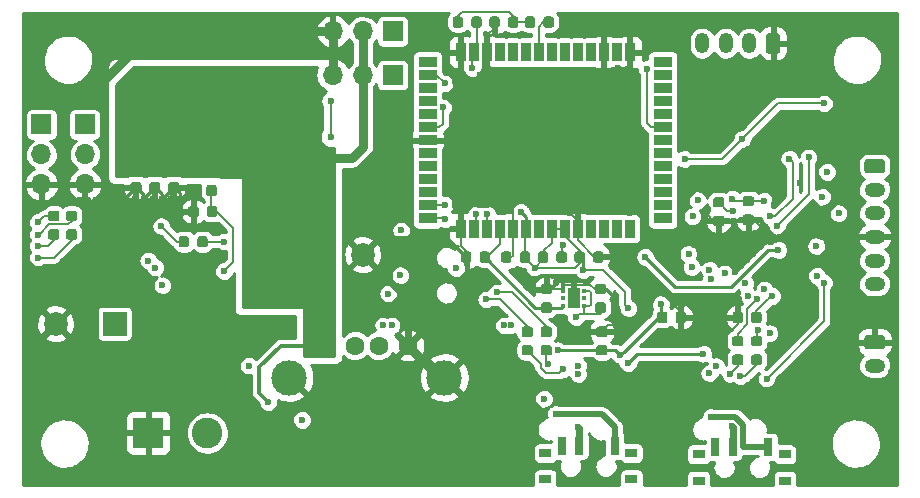
<source format=gbr>
G04 #@! TF.GenerationSoftware,KiCad,Pcbnew,5.99.0-unknown-9339afc~100~ubuntu16.04.1*
G04 #@! TF.CreationDate,2019-10-23T14:24:20+02:00*
G04 #@! TF.ProjectId,f9p_board,6639705f-626f-4617-9264-2e6b69636164,rev?*
G04 #@! TF.SameCoordinates,Original*
G04 #@! TF.FileFunction,Copper,L4,Bot*
G04 #@! TF.FilePolarity,Positive*
%FSLAX46Y46*%
G04 Gerber Fmt 4.6, Leading zero omitted, Abs format (unit mm)*
G04 Created by KiCad (PCBNEW 5.99.0-unknown-9339afc~100~ubuntu16.04.1) date 2019-10-23 14:24:20*
%MOMM*%
%LPD*%
G04 APERTURE LIST*
%ADD10O,1.200000X1.750000*%
%ADD11C,0.100000*%
%ADD12C,1.200000*%
%ADD13O,1.700000X1.700000*%
%ADD14R,1.700000X1.700000*%
%ADD15C,0.875000*%
%ADD16C,2.000000*%
%ADD17R,2.000000X2.000000*%
%ADD18R,1.000000X0.800000*%
%ADD19R,0.700000X1.500000*%
%ADD20O,1.750000X1.200000*%
%ADD21C,1.600000*%
%ADD22R,1.600000X1.600000*%
%ADD23C,3.000000*%
%ADD24C,2.600000*%
%ADD25R,2.600000X2.600000*%
%ADD26R,1.100000X1.100000*%
%ADD27R,1.600000X0.900000*%
%ADD28R,0.900000X1.600000*%
%ADD29R,1.120000X1.720000*%
%ADD30R,0.450000X0.400000*%
%ADD31C,0.600000*%
%ADD32C,0.200000*%
%ADD33C,0.250000*%
%ADD34C,0.500000*%
%ADD35C,0.600000*%
%ADD36C,0.300000*%
%ADD37C,0.800000*%
%ADD38C,0.180000*%
%ADD39C,0.254000*%
G04 APERTURE END LIST*
D10*
X103000000Y-56100000D03*
X105000000Y-56100000D03*
X107000000Y-56100000D03*
D11*
G36*
X109445671Y-55244030D02*
G01*
X109526777Y-55298223D01*
X109580970Y-55379329D01*
X109600000Y-55474999D01*
X109600000Y-56725001D01*
X109580970Y-56820671D01*
X109526777Y-56901777D01*
X109445671Y-56955970D01*
X109350001Y-56975000D01*
X108649999Y-56975000D01*
X108554329Y-56955970D01*
X108473223Y-56901777D01*
X108419030Y-56820671D01*
X108400000Y-56725001D01*
X108400000Y-55474999D01*
X108419030Y-55379329D01*
X108473223Y-55298223D01*
X108554329Y-55244030D01*
X108649999Y-55225000D01*
X109350001Y-55225000D01*
X109445671Y-55244030D01*
X109445671Y-55244030D01*
G37*
D12*
X109000000Y-56100000D03*
D13*
X71720000Y-58800000D03*
X74260000Y-58800000D03*
D14*
X76800000Y-58800000D03*
D13*
X71720000Y-55100000D03*
X74260000Y-55100000D03*
D14*
X76800000Y-55100000D03*
D11*
G36*
X107239962Y-70616651D02*
G01*
X107310930Y-70664070D01*
X107358349Y-70735038D01*
X107375000Y-70818750D01*
X107375000Y-71256250D01*
X107358349Y-71339962D01*
X107310930Y-71410930D01*
X107239962Y-71458349D01*
X107156250Y-71475000D01*
X106643750Y-71475000D01*
X106560038Y-71458349D01*
X106489070Y-71410930D01*
X106441651Y-71339962D01*
X106425000Y-71256250D01*
X106425000Y-70818750D01*
X106441651Y-70735038D01*
X106489070Y-70664070D01*
X106560038Y-70616651D01*
X106643750Y-70600000D01*
X107156250Y-70600000D01*
X107239962Y-70616651D01*
X107239962Y-70616651D01*
G37*
D15*
X106900000Y-71037500D03*
D11*
G36*
X107239962Y-69041651D02*
G01*
X107310930Y-69089070D01*
X107358349Y-69160038D01*
X107375000Y-69243750D01*
X107375000Y-69681250D01*
X107358349Y-69764962D01*
X107310930Y-69835930D01*
X107239962Y-69883349D01*
X107156250Y-69900000D01*
X106643750Y-69900000D01*
X106560038Y-69883349D01*
X106489070Y-69835930D01*
X106441651Y-69764962D01*
X106425000Y-69681250D01*
X106425000Y-69243750D01*
X106441651Y-69160038D01*
X106489070Y-69089070D01*
X106560038Y-69041651D01*
X106643750Y-69025000D01*
X107156250Y-69025000D01*
X107239962Y-69041651D01*
X107239962Y-69041651D01*
G37*
D15*
X106900000Y-69462500D03*
D11*
G36*
X49939962Y-71866651D02*
G01*
X50010930Y-71914070D01*
X50058349Y-71985038D01*
X50075000Y-72068750D01*
X50075000Y-72506250D01*
X50058349Y-72589962D01*
X50010930Y-72660930D01*
X49939962Y-72708349D01*
X49856250Y-72725000D01*
X49343750Y-72725000D01*
X49260038Y-72708349D01*
X49189070Y-72660930D01*
X49141651Y-72589962D01*
X49125000Y-72506250D01*
X49125000Y-72068750D01*
X49141651Y-71985038D01*
X49189070Y-71914070D01*
X49260038Y-71866651D01*
X49343750Y-71850000D01*
X49856250Y-71850000D01*
X49939962Y-71866651D01*
X49939962Y-71866651D01*
G37*
D15*
X49600000Y-72287500D03*
D11*
G36*
X49939962Y-70291651D02*
G01*
X50010930Y-70339070D01*
X50058349Y-70410038D01*
X50075000Y-70493750D01*
X50075000Y-70931250D01*
X50058349Y-71014962D01*
X50010930Y-71085930D01*
X49939962Y-71133349D01*
X49856250Y-71150000D01*
X49343750Y-71150000D01*
X49260038Y-71133349D01*
X49189070Y-71085930D01*
X49141651Y-71014962D01*
X49125000Y-70931250D01*
X49125000Y-70493750D01*
X49141651Y-70410038D01*
X49189070Y-70339070D01*
X49260038Y-70291651D01*
X49343750Y-70275000D01*
X49856250Y-70275000D01*
X49939962Y-70291651D01*
X49939962Y-70291651D01*
G37*
D15*
X49600000Y-70712500D03*
D11*
G36*
X48439962Y-71866651D02*
G01*
X48510930Y-71914070D01*
X48558349Y-71985038D01*
X48575000Y-72068750D01*
X48575000Y-72506250D01*
X48558349Y-72589962D01*
X48510930Y-72660930D01*
X48439962Y-72708349D01*
X48356250Y-72725000D01*
X47843750Y-72725000D01*
X47760038Y-72708349D01*
X47689070Y-72660930D01*
X47641651Y-72589962D01*
X47625000Y-72506250D01*
X47625000Y-72068750D01*
X47641651Y-71985038D01*
X47689070Y-71914070D01*
X47760038Y-71866651D01*
X47843750Y-71850000D01*
X48356250Y-71850000D01*
X48439962Y-71866651D01*
X48439962Y-71866651D01*
G37*
D15*
X48100000Y-72287500D03*
D11*
G36*
X48439962Y-70291651D02*
G01*
X48510930Y-70339070D01*
X48558349Y-70410038D01*
X48575000Y-70493750D01*
X48575000Y-70931250D01*
X48558349Y-71014962D01*
X48510930Y-71085930D01*
X48439962Y-71133349D01*
X48356250Y-71150000D01*
X47843750Y-71150000D01*
X47760038Y-71133349D01*
X47689070Y-71085930D01*
X47641651Y-71014962D01*
X47625000Y-70931250D01*
X47625000Y-70493750D01*
X47641651Y-70410038D01*
X47689070Y-70339070D01*
X47760038Y-70291651D01*
X47843750Y-70275000D01*
X48356250Y-70275000D01*
X48439962Y-70291651D01*
X48439962Y-70291651D01*
G37*
D15*
X48100000Y-70712500D03*
D13*
X50725000Y-68055000D03*
X50725000Y-65515000D03*
D14*
X50725000Y-62975000D03*
D13*
X47050000Y-68055000D03*
X47050000Y-65515000D03*
D14*
X47050000Y-62975000D03*
D16*
X74250000Y-74000000D03*
D17*
X69250000Y-74000000D03*
D16*
X48250000Y-79850000D03*
D17*
X53250000Y-79850000D03*
D18*
X110000000Y-90920000D03*
X102700000Y-90920000D03*
X102700000Y-93130000D03*
X110000000Y-93130000D03*
D19*
X104100000Y-90270000D03*
X105600000Y-90270000D03*
X108600000Y-90270000D03*
D11*
G36*
X61789962Y-69891651D02*
G01*
X61860930Y-69939070D01*
X61908349Y-70010038D01*
X61925000Y-70093750D01*
X61925000Y-70606250D01*
X61908349Y-70689962D01*
X61860930Y-70760930D01*
X61789962Y-70808349D01*
X61706250Y-70825000D01*
X61268750Y-70825000D01*
X61185038Y-70808349D01*
X61114070Y-70760930D01*
X61066651Y-70689962D01*
X61050000Y-70606250D01*
X61050000Y-70093750D01*
X61066651Y-70010038D01*
X61114070Y-69939070D01*
X61185038Y-69891651D01*
X61268750Y-69875000D01*
X61706250Y-69875000D01*
X61789962Y-69891651D01*
X61789962Y-69891651D01*
G37*
D15*
X61487500Y-70350000D03*
D11*
G36*
X60214962Y-69891651D02*
G01*
X60285930Y-69939070D01*
X60333349Y-70010038D01*
X60350000Y-70093750D01*
X60350000Y-70606250D01*
X60333349Y-70689962D01*
X60285930Y-70760930D01*
X60214962Y-70808349D01*
X60131250Y-70825000D01*
X59693750Y-70825000D01*
X59610038Y-70808349D01*
X59539070Y-70760930D01*
X59491651Y-70689962D01*
X59475000Y-70606250D01*
X59475000Y-70093750D01*
X59491651Y-70010038D01*
X59539070Y-69939070D01*
X59610038Y-69891651D01*
X59693750Y-69875000D01*
X60131250Y-69875000D01*
X60214962Y-69891651D01*
X60214962Y-69891651D01*
G37*
D15*
X59912500Y-70350000D03*
D11*
G36*
X61789962Y-66566651D02*
G01*
X61860930Y-66614070D01*
X61908349Y-66685038D01*
X61925000Y-66768750D01*
X61925000Y-67206250D01*
X61908349Y-67289962D01*
X61860930Y-67360930D01*
X61789962Y-67408349D01*
X61706250Y-67425000D01*
X61193750Y-67425000D01*
X61110038Y-67408349D01*
X61039070Y-67360930D01*
X60991651Y-67289962D01*
X60975000Y-67206250D01*
X60975000Y-66768750D01*
X60991651Y-66685038D01*
X61039070Y-66614070D01*
X61110038Y-66566651D01*
X61193750Y-66550000D01*
X61706250Y-66550000D01*
X61789962Y-66566651D01*
X61789962Y-66566651D01*
G37*
D15*
X61450000Y-66987500D03*
D11*
G36*
X61789962Y-68141651D02*
G01*
X61860930Y-68189070D01*
X61908349Y-68260038D01*
X61925000Y-68343750D01*
X61925000Y-68781250D01*
X61908349Y-68864962D01*
X61860930Y-68935930D01*
X61789962Y-68983349D01*
X61706250Y-69000000D01*
X61193750Y-69000000D01*
X61110038Y-68983349D01*
X61039070Y-68935930D01*
X60991651Y-68864962D01*
X60975000Y-68781250D01*
X60975000Y-68343750D01*
X60991651Y-68260038D01*
X61039070Y-68189070D01*
X61110038Y-68141651D01*
X61193750Y-68125000D01*
X61706250Y-68125000D01*
X61789962Y-68141651D01*
X61789962Y-68141651D01*
G37*
D15*
X61450000Y-68562500D03*
D20*
X117600000Y-83400000D03*
D11*
G36*
X118320671Y-80819030D02*
G01*
X118401777Y-80873223D01*
X118455970Y-80954329D01*
X118475000Y-81049999D01*
X118475000Y-81750001D01*
X118455970Y-81845671D01*
X118401777Y-81926777D01*
X118320671Y-81980970D01*
X118225001Y-82000000D01*
X116974999Y-82000000D01*
X116879329Y-81980970D01*
X116798223Y-81926777D01*
X116744030Y-81845671D01*
X116725000Y-81750001D01*
X116725000Y-81049999D01*
X116744030Y-80954329D01*
X116798223Y-80873223D01*
X116879329Y-80819030D01*
X116974999Y-80800000D01*
X118225001Y-80800000D01*
X118320671Y-80819030D01*
X118320671Y-80819030D01*
G37*
D12*
X117600000Y-81400000D03*
D21*
X78100000Y-81700000D03*
X75600000Y-81700000D03*
X73600000Y-81700000D03*
D22*
X71100000Y-81700000D03*
D23*
X68030000Y-84410000D03*
X81170000Y-84410000D03*
D24*
X61100000Y-89100000D03*
D25*
X56100000Y-89100000D03*
D11*
G36*
X56989962Y-67866651D02*
G01*
X57060930Y-67914070D01*
X57108349Y-67985038D01*
X57125000Y-68068750D01*
X57125000Y-68506250D01*
X57108349Y-68589962D01*
X57060930Y-68660930D01*
X56989962Y-68708349D01*
X56906250Y-68725000D01*
X56393750Y-68725000D01*
X56310038Y-68708349D01*
X56239070Y-68660930D01*
X56191651Y-68589962D01*
X56175000Y-68506250D01*
X56175000Y-68068750D01*
X56191651Y-67985038D01*
X56239070Y-67914070D01*
X56310038Y-67866651D01*
X56393750Y-67850000D01*
X56906250Y-67850000D01*
X56989962Y-67866651D01*
X56989962Y-67866651D01*
G37*
D15*
X56650000Y-68287500D03*
D11*
G36*
X56989962Y-66291651D02*
G01*
X57060930Y-66339070D01*
X57108349Y-66410038D01*
X57125000Y-66493750D01*
X57125000Y-66931250D01*
X57108349Y-67014962D01*
X57060930Y-67085930D01*
X56989962Y-67133349D01*
X56906250Y-67150000D01*
X56393750Y-67150000D01*
X56310038Y-67133349D01*
X56239070Y-67085930D01*
X56191651Y-67014962D01*
X56175000Y-66931250D01*
X56175000Y-66493750D01*
X56191651Y-66410038D01*
X56239070Y-66339070D01*
X56310038Y-66291651D01*
X56393750Y-66275000D01*
X56906250Y-66275000D01*
X56989962Y-66291651D01*
X56989962Y-66291651D01*
G37*
D15*
X56650000Y-66712500D03*
D11*
G36*
X58589962Y-67866651D02*
G01*
X58660930Y-67914070D01*
X58708349Y-67985038D01*
X58725000Y-68068750D01*
X58725000Y-68506250D01*
X58708349Y-68589962D01*
X58660930Y-68660930D01*
X58589962Y-68708349D01*
X58506250Y-68725000D01*
X57993750Y-68725000D01*
X57910038Y-68708349D01*
X57839070Y-68660930D01*
X57791651Y-68589962D01*
X57775000Y-68506250D01*
X57775000Y-68068750D01*
X57791651Y-67985038D01*
X57839070Y-67914070D01*
X57910038Y-67866651D01*
X57993750Y-67850000D01*
X58506250Y-67850000D01*
X58589962Y-67866651D01*
X58589962Y-67866651D01*
G37*
D15*
X58250000Y-68287500D03*
D11*
G36*
X58589962Y-66291651D02*
G01*
X58660930Y-66339070D01*
X58708349Y-66410038D01*
X58725000Y-66493750D01*
X58725000Y-66931250D01*
X58708349Y-67014962D01*
X58660930Y-67085930D01*
X58589962Y-67133349D01*
X58506250Y-67150000D01*
X57993750Y-67150000D01*
X57910038Y-67133349D01*
X57839070Y-67085930D01*
X57791651Y-67014962D01*
X57775000Y-66931250D01*
X57775000Y-66493750D01*
X57791651Y-66410038D01*
X57839070Y-66339070D01*
X57910038Y-66291651D01*
X57993750Y-66275000D01*
X58506250Y-66275000D01*
X58589962Y-66291651D01*
X58589962Y-66291651D01*
G37*
D15*
X58250000Y-66712500D03*
D11*
G36*
X55389962Y-67866651D02*
G01*
X55460930Y-67914070D01*
X55508349Y-67985038D01*
X55525000Y-68068750D01*
X55525000Y-68506250D01*
X55508349Y-68589962D01*
X55460930Y-68660930D01*
X55389962Y-68708349D01*
X55306250Y-68725000D01*
X54793750Y-68725000D01*
X54710038Y-68708349D01*
X54639070Y-68660930D01*
X54591651Y-68589962D01*
X54575000Y-68506250D01*
X54575000Y-68068750D01*
X54591651Y-67985038D01*
X54639070Y-67914070D01*
X54710038Y-67866651D01*
X54793750Y-67850000D01*
X55306250Y-67850000D01*
X55389962Y-67866651D01*
X55389962Y-67866651D01*
G37*
D15*
X55050000Y-68287500D03*
D11*
G36*
X55389962Y-66291651D02*
G01*
X55460930Y-66339070D01*
X55508349Y-66410038D01*
X55525000Y-66493750D01*
X55525000Y-66931250D01*
X55508349Y-67014962D01*
X55460930Y-67085930D01*
X55389962Y-67133349D01*
X55306250Y-67150000D01*
X54793750Y-67150000D01*
X54710038Y-67133349D01*
X54639070Y-67085930D01*
X54591651Y-67014962D01*
X54575000Y-66931250D01*
X54575000Y-66493750D01*
X54591651Y-66410038D01*
X54639070Y-66339070D01*
X54710038Y-66291651D01*
X54793750Y-66275000D01*
X55306250Y-66275000D01*
X55389962Y-66291651D01*
X55389962Y-66291651D01*
G37*
D15*
X55050000Y-66712500D03*
D11*
G36*
X60989962Y-72441651D02*
G01*
X61060930Y-72489070D01*
X61108349Y-72560038D01*
X61125000Y-72643750D01*
X61125000Y-73156250D01*
X61108349Y-73239962D01*
X61060930Y-73310930D01*
X60989962Y-73358349D01*
X60906250Y-73375000D01*
X60468750Y-73375000D01*
X60385038Y-73358349D01*
X60314070Y-73310930D01*
X60266651Y-73239962D01*
X60250000Y-73156250D01*
X60250000Y-72643750D01*
X60266651Y-72560038D01*
X60314070Y-72489070D01*
X60385038Y-72441651D01*
X60468750Y-72425000D01*
X60906250Y-72425000D01*
X60989962Y-72441651D01*
X60989962Y-72441651D01*
G37*
D15*
X60687500Y-72900000D03*
D11*
G36*
X59414962Y-72441651D02*
G01*
X59485930Y-72489070D01*
X59533349Y-72560038D01*
X59550000Y-72643750D01*
X59550000Y-73156250D01*
X59533349Y-73239962D01*
X59485930Y-73310930D01*
X59414962Y-73358349D01*
X59331250Y-73375000D01*
X58893750Y-73375000D01*
X58810038Y-73358349D01*
X58739070Y-73310930D01*
X58691651Y-73239962D01*
X58675000Y-73156250D01*
X58675000Y-72643750D01*
X58691651Y-72560038D01*
X58739070Y-72489070D01*
X58810038Y-72441651D01*
X58893750Y-72425000D01*
X59331250Y-72425000D01*
X59414962Y-72441651D01*
X59414962Y-72441651D01*
G37*
D15*
X59112500Y-72900000D03*
D11*
G36*
X94839962Y-80091651D02*
G01*
X94910930Y-80139070D01*
X94958349Y-80210038D01*
X94975000Y-80293750D01*
X94975000Y-80731250D01*
X94958349Y-80814962D01*
X94910930Y-80885930D01*
X94839962Y-80933349D01*
X94756250Y-80950000D01*
X94243750Y-80950000D01*
X94160038Y-80933349D01*
X94089070Y-80885930D01*
X94041651Y-80814962D01*
X94025000Y-80731250D01*
X94025000Y-80293750D01*
X94041651Y-80210038D01*
X94089070Y-80139070D01*
X94160038Y-80091651D01*
X94243750Y-80075000D01*
X94756250Y-80075000D01*
X94839962Y-80091651D01*
X94839962Y-80091651D01*
G37*
D15*
X94500000Y-80512500D03*
D11*
G36*
X94839962Y-81666651D02*
G01*
X94910930Y-81714070D01*
X94958349Y-81785038D01*
X94975000Y-81868750D01*
X94975000Y-82306250D01*
X94958349Y-82389962D01*
X94910930Y-82460930D01*
X94839962Y-82508349D01*
X94756250Y-82525000D01*
X94243750Y-82525000D01*
X94160038Y-82508349D01*
X94089070Y-82460930D01*
X94041651Y-82389962D01*
X94025000Y-82306250D01*
X94025000Y-81868750D01*
X94041651Y-81785038D01*
X94089070Y-81714070D01*
X94160038Y-81666651D01*
X94243750Y-81650000D01*
X94756250Y-81650000D01*
X94839962Y-81666651D01*
X94839962Y-81666651D01*
G37*
D15*
X94500000Y-82087500D03*
D26*
X90750000Y-69550000D03*
X86550000Y-69550000D03*
X94950000Y-69550000D03*
X88650000Y-69550000D03*
X82350000Y-69550000D03*
X84450000Y-69550000D03*
X92850000Y-69550000D03*
X97050000Y-69550000D03*
X88650000Y-67450000D03*
X97050000Y-67450000D03*
X90750000Y-67450000D03*
X86550000Y-67450000D03*
X94950000Y-67450000D03*
X82350000Y-67450000D03*
X92850000Y-67450000D03*
X84450000Y-67450000D03*
X86550000Y-65350000D03*
X94950000Y-65350000D03*
X82350000Y-65350000D03*
X90750000Y-65350000D03*
X97050000Y-65350000D03*
X92850000Y-65350000D03*
X88650000Y-65350000D03*
X84450000Y-65350000D03*
X86550000Y-63250000D03*
X90750000Y-63250000D03*
X94950000Y-63250000D03*
X97050000Y-63250000D03*
X88650000Y-63250000D03*
X82350000Y-63250000D03*
X84450000Y-63250000D03*
X92850000Y-63250000D03*
X86550000Y-61150000D03*
X90750000Y-61150000D03*
X88650000Y-61150000D03*
X82350000Y-61150000D03*
X94950000Y-61150000D03*
X97050000Y-61150000D03*
X84450000Y-61150000D03*
X92850000Y-61150000D03*
X97050000Y-59050000D03*
X94950000Y-59050000D03*
X92850000Y-59050000D03*
X90750000Y-59050000D03*
X88650000Y-59050000D03*
X86550000Y-59050000D03*
X84450000Y-59050000D03*
X82350000Y-59050000D03*
D27*
X79750000Y-59900000D03*
X79750000Y-70900000D03*
X79750000Y-65400000D03*
X79750000Y-63200000D03*
X79750000Y-68700000D03*
X79750000Y-66500000D03*
X79750000Y-57700000D03*
X79750000Y-64300000D03*
X79750000Y-67600000D03*
X79750000Y-62100000D03*
X79750000Y-58800000D03*
X79750000Y-61000000D03*
X79750000Y-69800000D03*
X99650000Y-70900000D03*
X99650000Y-69800000D03*
X99650000Y-68700000D03*
X99650000Y-67600000D03*
X99650000Y-66500000D03*
X99650000Y-65400000D03*
X99650000Y-64300000D03*
X99650000Y-63200000D03*
X99650000Y-62100000D03*
X99650000Y-61000000D03*
X99650000Y-59900000D03*
X99650000Y-58800000D03*
X99650000Y-57700000D03*
D28*
X91350000Y-71800000D03*
X90250000Y-71800000D03*
X89150000Y-71800000D03*
X86950000Y-71800000D03*
X92450000Y-71800000D03*
X84750000Y-71800000D03*
X85850000Y-71800000D03*
X96850000Y-71800000D03*
X82550000Y-71800000D03*
X83650000Y-71800000D03*
X95750000Y-71800000D03*
X88050000Y-71800000D03*
X93550000Y-71800000D03*
X94650000Y-71800000D03*
X96850000Y-56850000D03*
X95750000Y-56850000D03*
X94650000Y-56850000D03*
X93550000Y-56850000D03*
X92450000Y-56850000D03*
X91350000Y-56850000D03*
X90250000Y-56850000D03*
X89150000Y-56850000D03*
X88050000Y-56850000D03*
X86950000Y-56850000D03*
X85850000Y-56850000D03*
X84750000Y-56850000D03*
X83650000Y-56850000D03*
X82550000Y-56850000D03*
D11*
G36*
X107939962Y-80891651D02*
G01*
X108010930Y-80939070D01*
X108058349Y-81010038D01*
X108075000Y-81093750D01*
X108075000Y-81531250D01*
X108058349Y-81614962D01*
X108010930Y-81685930D01*
X107939962Y-81733349D01*
X107856250Y-81750000D01*
X107343750Y-81750000D01*
X107260038Y-81733349D01*
X107189070Y-81685930D01*
X107141651Y-81614962D01*
X107125000Y-81531250D01*
X107125000Y-81093750D01*
X107141651Y-81010038D01*
X107189070Y-80939070D01*
X107260038Y-80891651D01*
X107343750Y-80875000D01*
X107856250Y-80875000D01*
X107939962Y-80891651D01*
X107939962Y-80891651D01*
G37*
D15*
X107600000Y-81312500D03*
D11*
G36*
X107939962Y-82466651D02*
G01*
X108010930Y-82514070D01*
X108058349Y-82585038D01*
X108075000Y-82668750D01*
X108075000Y-83106250D01*
X108058349Y-83189962D01*
X108010930Y-83260930D01*
X107939962Y-83308349D01*
X107856250Y-83325000D01*
X107343750Y-83325000D01*
X107260038Y-83308349D01*
X107189070Y-83260930D01*
X107141651Y-83189962D01*
X107125000Y-83106250D01*
X107125000Y-82668750D01*
X107141651Y-82585038D01*
X107189070Y-82514070D01*
X107260038Y-82466651D01*
X107343750Y-82450000D01*
X107856250Y-82450000D01*
X107939962Y-82466651D01*
X107939962Y-82466651D01*
G37*
D15*
X107600000Y-82887500D03*
D11*
G36*
X106339962Y-80891651D02*
G01*
X106410930Y-80939070D01*
X106458349Y-81010038D01*
X106475000Y-81093750D01*
X106475000Y-81531250D01*
X106458349Y-81614962D01*
X106410930Y-81685930D01*
X106339962Y-81733349D01*
X106256250Y-81750000D01*
X105743750Y-81750000D01*
X105660038Y-81733349D01*
X105589070Y-81685930D01*
X105541651Y-81614962D01*
X105525000Y-81531250D01*
X105525000Y-81093750D01*
X105541651Y-81010038D01*
X105589070Y-80939070D01*
X105660038Y-80891651D01*
X105743750Y-80875000D01*
X106256250Y-80875000D01*
X106339962Y-80891651D01*
X106339962Y-80891651D01*
G37*
D15*
X106000000Y-81312500D03*
D11*
G36*
X106339962Y-82466651D02*
G01*
X106410930Y-82514070D01*
X106458349Y-82585038D01*
X106475000Y-82668750D01*
X106475000Y-83106250D01*
X106458349Y-83189962D01*
X106410930Y-83260930D01*
X106339962Y-83308349D01*
X106256250Y-83325000D01*
X105743750Y-83325000D01*
X105660038Y-83308349D01*
X105589070Y-83260930D01*
X105541651Y-83189962D01*
X105525000Y-83106250D01*
X105525000Y-82668750D01*
X105541651Y-82585038D01*
X105589070Y-82514070D01*
X105660038Y-82466651D01*
X105743750Y-82450000D01*
X106256250Y-82450000D01*
X106339962Y-82466651D01*
X106339962Y-82466651D01*
G37*
D15*
X106000000Y-82887500D03*
D11*
G36*
X82614962Y-53841651D02*
G01*
X82685930Y-53889070D01*
X82733349Y-53960038D01*
X82750000Y-54043750D01*
X82750000Y-54556250D01*
X82733349Y-54639962D01*
X82685930Y-54710930D01*
X82614962Y-54758349D01*
X82531250Y-54775000D01*
X82093750Y-54775000D01*
X82010038Y-54758349D01*
X81939070Y-54710930D01*
X81891651Y-54639962D01*
X81875000Y-54556250D01*
X81875000Y-54043750D01*
X81891651Y-53960038D01*
X81939070Y-53889070D01*
X82010038Y-53841651D01*
X82093750Y-53825000D01*
X82531250Y-53825000D01*
X82614962Y-53841651D01*
X82614962Y-53841651D01*
G37*
D15*
X82312500Y-54300000D03*
D11*
G36*
X84189962Y-53841651D02*
G01*
X84260930Y-53889070D01*
X84308349Y-53960038D01*
X84325000Y-54043750D01*
X84325000Y-54556250D01*
X84308349Y-54639962D01*
X84260930Y-54710930D01*
X84189962Y-54758349D01*
X84106250Y-54775000D01*
X83668750Y-54775000D01*
X83585038Y-54758349D01*
X83514070Y-54710930D01*
X83466651Y-54639962D01*
X83450000Y-54556250D01*
X83450000Y-54043750D01*
X83466651Y-53960038D01*
X83514070Y-53889070D01*
X83585038Y-53841651D01*
X83668750Y-53825000D01*
X84106250Y-53825000D01*
X84189962Y-53841651D01*
X84189962Y-53841651D01*
G37*
D15*
X83887500Y-54300000D03*
D11*
G36*
X88714962Y-53841651D02*
G01*
X88785930Y-53889070D01*
X88833349Y-53960038D01*
X88850000Y-54043750D01*
X88850000Y-54556250D01*
X88833349Y-54639962D01*
X88785930Y-54710930D01*
X88714962Y-54758349D01*
X88631250Y-54775000D01*
X88193750Y-54775000D01*
X88110038Y-54758349D01*
X88039070Y-54710930D01*
X87991651Y-54639962D01*
X87975000Y-54556250D01*
X87975000Y-54043750D01*
X87991651Y-53960038D01*
X88039070Y-53889070D01*
X88110038Y-53841651D01*
X88193750Y-53825000D01*
X88631250Y-53825000D01*
X88714962Y-53841651D01*
X88714962Y-53841651D01*
G37*
D15*
X88412500Y-54300000D03*
D11*
G36*
X90289962Y-53841651D02*
G01*
X90360930Y-53889070D01*
X90408349Y-53960038D01*
X90425000Y-54043750D01*
X90425000Y-54556250D01*
X90408349Y-54639962D01*
X90360930Y-54710930D01*
X90289962Y-54758349D01*
X90206250Y-54775000D01*
X89768750Y-54775000D01*
X89685038Y-54758349D01*
X89614070Y-54710930D01*
X89566651Y-54639962D01*
X89550000Y-54556250D01*
X89550000Y-54043750D01*
X89566651Y-53960038D01*
X89614070Y-53889070D01*
X89685038Y-53841651D01*
X89768750Y-53825000D01*
X90206250Y-53825000D01*
X90289962Y-53841651D01*
X90289962Y-53841651D01*
G37*
D15*
X89987500Y-54300000D03*
D11*
G36*
X85714962Y-53841651D02*
G01*
X85785930Y-53889070D01*
X85833349Y-53960038D01*
X85850000Y-54043750D01*
X85850000Y-54556250D01*
X85833349Y-54639962D01*
X85785930Y-54710930D01*
X85714962Y-54758349D01*
X85631250Y-54775000D01*
X85193750Y-54775000D01*
X85110038Y-54758349D01*
X85039070Y-54710930D01*
X84991651Y-54639962D01*
X84975000Y-54556250D01*
X84975000Y-54043750D01*
X84991651Y-53960038D01*
X85039070Y-53889070D01*
X85110038Y-53841651D01*
X85193750Y-53825000D01*
X85631250Y-53825000D01*
X85714962Y-53841651D01*
X85714962Y-53841651D01*
G37*
D15*
X85412500Y-54300000D03*
D11*
G36*
X87289962Y-53841651D02*
G01*
X87360930Y-53889070D01*
X87408349Y-53960038D01*
X87425000Y-54043750D01*
X87425000Y-54556250D01*
X87408349Y-54639962D01*
X87360930Y-54710930D01*
X87289962Y-54758349D01*
X87206250Y-54775000D01*
X86768750Y-54775000D01*
X86685038Y-54758349D01*
X86614070Y-54710930D01*
X86566651Y-54639962D01*
X86550000Y-54556250D01*
X86550000Y-54043750D01*
X86566651Y-53960038D01*
X86614070Y-53889070D01*
X86685038Y-53841651D01*
X86768750Y-53825000D01*
X87206250Y-53825000D01*
X87289962Y-53841651D01*
X87289962Y-53841651D01*
G37*
D15*
X86987500Y-54300000D03*
D11*
G36*
X92914962Y-73741651D02*
G01*
X92985930Y-73789070D01*
X93033349Y-73860038D01*
X93050000Y-73943750D01*
X93050000Y-74456250D01*
X93033349Y-74539962D01*
X92985930Y-74610930D01*
X92914962Y-74658349D01*
X92831250Y-74675000D01*
X92393750Y-74675000D01*
X92310038Y-74658349D01*
X92239070Y-74610930D01*
X92191651Y-74539962D01*
X92175000Y-74456250D01*
X92175000Y-73943750D01*
X92191651Y-73860038D01*
X92239070Y-73789070D01*
X92310038Y-73741651D01*
X92393750Y-73725000D01*
X92831250Y-73725000D01*
X92914962Y-73741651D01*
X92914962Y-73741651D01*
G37*
D15*
X92612500Y-74200000D03*
D11*
G36*
X94489962Y-73741651D02*
G01*
X94560930Y-73789070D01*
X94608349Y-73860038D01*
X94625000Y-73943750D01*
X94625000Y-74456250D01*
X94608349Y-74539962D01*
X94560930Y-74610930D01*
X94489962Y-74658349D01*
X94406250Y-74675000D01*
X93968750Y-74675000D01*
X93885038Y-74658349D01*
X93814070Y-74610930D01*
X93766651Y-74539962D01*
X93750000Y-74456250D01*
X93750000Y-73943750D01*
X93766651Y-73860038D01*
X93814070Y-73789070D01*
X93885038Y-73741651D01*
X93968750Y-73725000D01*
X94406250Y-73725000D01*
X94489962Y-73741651D01*
X94489962Y-73741651D01*
G37*
D15*
X94187500Y-74200000D03*
D11*
G36*
X88289962Y-73741651D02*
G01*
X88360930Y-73789070D01*
X88408349Y-73860038D01*
X88425000Y-73943750D01*
X88425000Y-74456250D01*
X88408349Y-74539962D01*
X88360930Y-74610930D01*
X88289962Y-74658349D01*
X88206250Y-74675000D01*
X87768750Y-74675000D01*
X87685038Y-74658349D01*
X87614070Y-74610930D01*
X87566651Y-74539962D01*
X87550000Y-74456250D01*
X87550000Y-73943750D01*
X87566651Y-73860038D01*
X87614070Y-73789070D01*
X87685038Y-73741651D01*
X87768750Y-73725000D01*
X88206250Y-73725000D01*
X88289962Y-73741651D01*
X88289962Y-73741651D01*
G37*
D15*
X87987500Y-74200000D03*
D11*
G36*
X86714962Y-73741651D02*
G01*
X86785930Y-73789070D01*
X86833349Y-73860038D01*
X86850000Y-73943750D01*
X86850000Y-74456250D01*
X86833349Y-74539962D01*
X86785930Y-74610930D01*
X86714962Y-74658349D01*
X86631250Y-74675000D01*
X86193750Y-74675000D01*
X86110038Y-74658349D01*
X86039070Y-74610930D01*
X85991651Y-74539962D01*
X85975000Y-74456250D01*
X85975000Y-73943750D01*
X85991651Y-73860038D01*
X86039070Y-73789070D01*
X86110038Y-73741651D01*
X86193750Y-73725000D01*
X86631250Y-73725000D01*
X86714962Y-73741651D01*
X86714962Y-73741651D01*
G37*
D15*
X86412500Y-74200000D03*
D11*
G36*
X89814962Y-73741651D02*
G01*
X89885930Y-73789070D01*
X89933349Y-73860038D01*
X89950000Y-73943750D01*
X89950000Y-74456250D01*
X89933349Y-74539962D01*
X89885930Y-74610930D01*
X89814962Y-74658349D01*
X89731250Y-74675000D01*
X89293750Y-74675000D01*
X89210038Y-74658349D01*
X89139070Y-74610930D01*
X89091651Y-74539962D01*
X89075000Y-74456250D01*
X89075000Y-73943750D01*
X89091651Y-73860038D01*
X89139070Y-73789070D01*
X89210038Y-73741651D01*
X89293750Y-73725000D01*
X89731250Y-73725000D01*
X89814962Y-73741651D01*
X89814962Y-73741651D01*
G37*
D15*
X89512500Y-74200000D03*
D11*
G36*
X91389962Y-73741651D02*
G01*
X91460930Y-73789070D01*
X91508349Y-73860038D01*
X91525000Y-73943750D01*
X91525000Y-74456250D01*
X91508349Y-74539962D01*
X91460930Y-74610930D01*
X91389962Y-74658349D01*
X91306250Y-74675000D01*
X90868750Y-74675000D01*
X90785038Y-74658349D01*
X90714070Y-74610930D01*
X90666651Y-74539962D01*
X90650000Y-74456250D01*
X90650000Y-73943750D01*
X90666651Y-73860038D01*
X90714070Y-73789070D01*
X90785038Y-73741651D01*
X90868750Y-73725000D01*
X91306250Y-73725000D01*
X91389962Y-73741651D01*
X91389962Y-73741651D01*
G37*
D15*
X91087500Y-74200000D03*
D18*
X97000000Y-90820000D03*
X89700000Y-90820000D03*
X89700000Y-93030000D03*
X97000000Y-93030000D03*
D19*
X91100000Y-90170000D03*
X92600000Y-90170000D03*
X95600000Y-90170000D03*
D11*
G36*
X104739962Y-69141651D02*
G01*
X104810930Y-69189070D01*
X104858349Y-69260038D01*
X104875000Y-69343750D01*
X104875000Y-69781250D01*
X104858349Y-69864962D01*
X104810930Y-69935930D01*
X104739962Y-69983349D01*
X104656250Y-70000000D01*
X104143750Y-70000000D01*
X104060038Y-69983349D01*
X103989070Y-69935930D01*
X103941651Y-69864962D01*
X103925000Y-69781250D01*
X103925000Y-69343750D01*
X103941651Y-69260038D01*
X103989070Y-69189070D01*
X104060038Y-69141651D01*
X104143750Y-69125000D01*
X104656250Y-69125000D01*
X104739962Y-69141651D01*
X104739962Y-69141651D01*
G37*
D15*
X104400000Y-69562500D03*
D11*
G36*
X104739962Y-70716651D02*
G01*
X104810930Y-70764070D01*
X104858349Y-70835038D01*
X104875000Y-70918750D01*
X104875000Y-71356250D01*
X104858349Y-71439962D01*
X104810930Y-71510930D01*
X104739962Y-71558349D01*
X104656250Y-71575000D01*
X104143750Y-71575000D01*
X104060038Y-71558349D01*
X103989070Y-71510930D01*
X103941651Y-71439962D01*
X103925000Y-71356250D01*
X103925000Y-70918750D01*
X103941651Y-70835038D01*
X103989070Y-70764070D01*
X104060038Y-70716651D01*
X104143750Y-70700000D01*
X104656250Y-70700000D01*
X104739962Y-70716651D01*
X104739962Y-70716651D01*
G37*
D15*
X104400000Y-71137500D03*
D20*
X117600000Y-76500000D03*
X117600000Y-74500000D03*
X117600000Y-72500000D03*
X117600000Y-70500000D03*
X117600000Y-68500000D03*
D11*
G36*
X118320671Y-65919030D02*
G01*
X118401777Y-65973223D01*
X118455970Y-66054329D01*
X118475000Y-66149999D01*
X118475000Y-66850001D01*
X118455970Y-66945671D01*
X118401777Y-67026777D01*
X118320671Y-67080970D01*
X118225001Y-67100000D01*
X116974999Y-67100000D01*
X116879329Y-67080970D01*
X116798223Y-67026777D01*
X116744030Y-66945671D01*
X116725000Y-66850001D01*
X116725000Y-66149999D01*
X116744030Y-66054329D01*
X116798223Y-65973223D01*
X116879329Y-65919030D01*
X116974999Y-65900000D01*
X118225001Y-65900000D01*
X118320671Y-65919030D01*
X118320671Y-65919030D01*
G37*
D12*
X117600000Y-66500000D03*
D11*
G36*
X101489962Y-78841651D02*
G01*
X101560930Y-78889070D01*
X101608349Y-78960038D01*
X101625000Y-79043750D01*
X101625000Y-79556250D01*
X101608349Y-79639962D01*
X101560930Y-79710930D01*
X101489962Y-79758349D01*
X101406250Y-79775000D01*
X100968750Y-79775000D01*
X100885038Y-79758349D01*
X100814070Y-79710930D01*
X100766651Y-79639962D01*
X100750000Y-79556250D01*
X100750000Y-79043750D01*
X100766651Y-78960038D01*
X100814070Y-78889070D01*
X100885038Y-78841651D01*
X100968750Y-78825000D01*
X101406250Y-78825000D01*
X101489962Y-78841651D01*
X101489962Y-78841651D01*
G37*
D15*
X101187500Y-79300000D03*
D11*
G36*
X99914962Y-78841651D02*
G01*
X99985930Y-78889070D01*
X100033349Y-78960038D01*
X100050000Y-79043750D01*
X100050000Y-79556250D01*
X100033349Y-79639962D01*
X99985930Y-79710930D01*
X99914962Y-79758349D01*
X99831250Y-79775000D01*
X99393750Y-79775000D01*
X99310038Y-79758349D01*
X99239070Y-79710930D01*
X99191651Y-79639962D01*
X99175000Y-79556250D01*
X99175000Y-79043750D01*
X99191651Y-78960038D01*
X99239070Y-78889070D01*
X99310038Y-78841651D01*
X99393750Y-78825000D01*
X99831250Y-78825000D01*
X99914962Y-78841651D01*
X99914962Y-78841651D01*
G37*
D15*
X99612500Y-79300000D03*
D11*
G36*
X106314962Y-78841651D02*
G01*
X106385930Y-78889070D01*
X106433349Y-78960038D01*
X106450000Y-79043750D01*
X106450000Y-79556250D01*
X106433349Y-79639962D01*
X106385930Y-79710930D01*
X106314962Y-79758349D01*
X106231250Y-79775000D01*
X105793750Y-79775000D01*
X105710038Y-79758349D01*
X105639070Y-79710930D01*
X105591651Y-79639962D01*
X105575000Y-79556250D01*
X105575000Y-79043750D01*
X105591651Y-78960038D01*
X105639070Y-78889070D01*
X105710038Y-78841651D01*
X105793750Y-78825000D01*
X106231250Y-78825000D01*
X106314962Y-78841651D01*
X106314962Y-78841651D01*
G37*
D15*
X106012500Y-79300000D03*
D11*
G36*
X107889962Y-78841651D02*
G01*
X107960930Y-78889070D01*
X108008349Y-78960038D01*
X108025000Y-79043750D01*
X108025000Y-79556250D01*
X108008349Y-79639962D01*
X107960930Y-79710930D01*
X107889962Y-79758349D01*
X107806250Y-79775000D01*
X107368750Y-79775000D01*
X107285038Y-79758349D01*
X107214070Y-79710930D01*
X107166651Y-79639962D01*
X107150000Y-79556250D01*
X107150000Y-79043750D01*
X107166651Y-78960038D01*
X107214070Y-78889070D01*
X107285038Y-78841651D01*
X107368750Y-78825000D01*
X107806250Y-78825000D01*
X107889962Y-78841651D01*
X107889962Y-78841651D01*
G37*
D15*
X107587500Y-79300000D03*
D11*
G36*
X88525962Y-80091651D02*
G01*
X88596930Y-80139070D01*
X88644349Y-80210038D01*
X88661000Y-80293750D01*
X88661000Y-80731250D01*
X88644349Y-80814962D01*
X88596930Y-80885930D01*
X88525962Y-80933349D01*
X88442250Y-80950000D01*
X87929750Y-80950000D01*
X87846038Y-80933349D01*
X87775070Y-80885930D01*
X87727651Y-80814962D01*
X87711000Y-80731250D01*
X87711000Y-80293750D01*
X87727651Y-80210038D01*
X87775070Y-80139070D01*
X87846038Y-80091651D01*
X87929750Y-80075000D01*
X88442250Y-80075000D01*
X88525962Y-80091651D01*
X88525962Y-80091651D01*
G37*
D15*
X88186000Y-80512500D03*
D11*
G36*
X88525962Y-81666651D02*
G01*
X88596930Y-81714070D01*
X88644349Y-81785038D01*
X88661000Y-81868750D01*
X88661000Y-82306250D01*
X88644349Y-82389962D01*
X88596930Y-82460930D01*
X88525962Y-82508349D01*
X88442250Y-82525000D01*
X87929750Y-82525000D01*
X87846038Y-82508349D01*
X87775070Y-82460930D01*
X87727651Y-82389962D01*
X87711000Y-82306250D01*
X87711000Y-81868750D01*
X87727651Y-81785038D01*
X87775070Y-81714070D01*
X87846038Y-81666651D01*
X87929750Y-81650000D01*
X88442250Y-81650000D01*
X88525962Y-81666651D01*
X88525962Y-81666651D01*
G37*
D15*
X88186000Y-82087500D03*
D11*
G36*
X90125962Y-80091651D02*
G01*
X90196930Y-80139070D01*
X90244349Y-80210038D01*
X90261000Y-80293750D01*
X90261000Y-80731250D01*
X90244349Y-80814962D01*
X90196930Y-80885930D01*
X90125962Y-80933349D01*
X90042250Y-80950000D01*
X89529750Y-80950000D01*
X89446038Y-80933349D01*
X89375070Y-80885930D01*
X89327651Y-80814962D01*
X89311000Y-80731250D01*
X89311000Y-80293750D01*
X89327651Y-80210038D01*
X89375070Y-80139070D01*
X89446038Y-80091651D01*
X89529750Y-80075000D01*
X90042250Y-80075000D01*
X90125962Y-80091651D01*
X90125962Y-80091651D01*
G37*
D15*
X89786000Y-80512500D03*
D11*
G36*
X90125962Y-81666651D02*
G01*
X90196930Y-81714070D01*
X90244349Y-81785038D01*
X90261000Y-81868750D01*
X90261000Y-82306250D01*
X90244349Y-82389962D01*
X90196930Y-82460930D01*
X90125962Y-82508349D01*
X90042250Y-82525000D01*
X89529750Y-82525000D01*
X89446038Y-82508349D01*
X89375070Y-82460930D01*
X89327651Y-82389962D01*
X89311000Y-82306250D01*
X89311000Y-81868750D01*
X89327651Y-81785038D01*
X89375070Y-81714070D01*
X89446038Y-81666651D01*
X89529750Y-81650000D01*
X90042250Y-81650000D01*
X90125962Y-81666651D01*
X90125962Y-81666651D01*
G37*
D15*
X89786000Y-82087500D03*
D11*
G36*
X83314962Y-73741651D02*
G01*
X83385930Y-73789070D01*
X83433349Y-73860038D01*
X83450000Y-73943750D01*
X83450000Y-74456250D01*
X83433349Y-74539962D01*
X83385930Y-74610930D01*
X83314962Y-74658349D01*
X83231250Y-74675000D01*
X82793750Y-74675000D01*
X82710038Y-74658349D01*
X82639070Y-74610930D01*
X82591651Y-74539962D01*
X82575000Y-74456250D01*
X82575000Y-73943750D01*
X82591651Y-73860038D01*
X82639070Y-73789070D01*
X82710038Y-73741651D01*
X82793750Y-73725000D01*
X83231250Y-73725000D01*
X83314962Y-73741651D01*
X83314962Y-73741651D01*
G37*
D15*
X83012500Y-74200000D03*
D11*
G36*
X84889962Y-73741651D02*
G01*
X84960930Y-73789070D01*
X85008349Y-73860038D01*
X85025000Y-73943750D01*
X85025000Y-74456250D01*
X85008349Y-74539962D01*
X84960930Y-74610930D01*
X84889962Y-74658349D01*
X84806250Y-74675000D01*
X84368750Y-74675000D01*
X84285038Y-74658349D01*
X84214070Y-74610930D01*
X84166651Y-74539962D01*
X84150000Y-74456250D01*
X84150000Y-73943750D01*
X84166651Y-73860038D01*
X84214070Y-73789070D01*
X84285038Y-73741651D01*
X84368750Y-73725000D01*
X84806250Y-73725000D01*
X84889962Y-73741651D01*
X84889962Y-73741651D01*
G37*
D15*
X84587500Y-74200000D03*
D29*
X92100000Y-77700000D03*
D30*
X91175000Y-78360000D03*
X91175000Y-77700000D03*
X91175000Y-77040000D03*
X93025000Y-77040000D03*
X93025000Y-77700000D03*
X93025000Y-78360000D03*
D11*
G36*
X94725962Y-76491651D02*
G01*
X94796930Y-76539070D01*
X94844349Y-76610038D01*
X94861000Y-76693750D01*
X94861000Y-77131250D01*
X94844349Y-77214962D01*
X94796930Y-77285930D01*
X94725962Y-77333349D01*
X94642250Y-77350000D01*
X94129750Y-77350000D01*
X94046038Y-77333349D01*
X93975070Y-77285930D01*
X93927651Y-77214962D01*
X93911000Y-77131250D01*
X93911000Y-76693750D01*
X93927651Y-76610038D01*
X93975070Y-76539070D01*
X94046038Y-76491651D01*
X94129750Y-76475000D01*
X94642250Y-76475000D01*
X94725962Y-76491651D01*
X94725962Y-76491651D01*
G37*
D15*
X94386000Y-76912500D03*
D11*
G36*
X94725962Y-78066651D02*
G01*
X94796930Y-78114070D01*
X94844349Y-78185038D01*
X94861000Y-78268750D01*
X94861000Y-78706250D01*
X94844349Y-78789962D01*
X94796930Y-78860930D01*
X94725962Y-78908349D01*
X94642250Y-78925000D01*
X94129750Y-78925000D01*
X94046038Y-78908349D01*
X93975070Y-78860930D01*
X93927651Y-78789962D01*
X93911000Y-78706250D01*
X93911000Y-78268750D01*
X93927651Y-78185038D01*
X93975070Y-78114070D01*
X94046038Y-78066651D01*
X94129750Y-78050000D01*
X94642250Y-78050000D01*
X94725962Y-78066651D01*
X94725962Y-78066651D01*
G37*
D15*
X94386000Y-78487500D03*
D11*
G36*
X90153962Y-76491651D02*
G01*
X90224930Y-76539070D01*
X90272349Y-76610038D01*
X90289000Y-76693750D01*
X90289000Y-77131250D01*
X90272349Y-77214962D01*
X90224930Y-77285930D01*
X90153962Y-77333349D01*
X90070250Y-77350000D01*
X89557750Y-77350000D01*
X89474038Y-77333349D01*
X89403070Y-77285930D01*
X89355651Y-77214962D01*
X89339000Y-77131250D01*
X89339000Y-76693750D01*
X89355651Y-76610038D01*
X89403070Y-76539070D01*
X89474038Y-76491651D01*
X89557750Y-76475000D01*
X90070250Y-76475000D01*
X90153962Y-76491651D01*
X90153962Y-76491651D01*
G37*
D15*
X89814000Y-76912500D03*
D11*
G36*
X90153962Y-78066651D02*
G01*
X90224930Y-78114070D01*
X90272349Y-78185038D01*
X90289000Y-78268750D01*
X90289000Y-78706250D01*
X90272349Y-78789962D01*
X90224930Y-78860930D01*
X90153962Y-78908349D01*
X90070250Y-78925000D01*
X89557750Y-78925000D01*
X89474038Y-78908349D01*
X89403070Y-78860930D01*
X89355651Y-78789962D01*
X89339000Y-78706250D01*
X89339000Y-78268750D01*
X89355651Y-78185038D01*
X89403070Y-78114070D01*
X89474038Y-78066651D01*
X89557750Y-78050000D01*
X90070250Y-78050000D01*
X90153962Y-78066651D01*
X90153962Y-78066651D01*
G37*
D15*
X89814000Y-78487500D03*
D31*
X57200000Y-71600000D03*
X59300000Y-75900000D03*
X60700000Y-75900000D03*
X58700000Y-79300000D03*
X58700000Y-80700000D03*
X58700000Y-80000000D03*
X57400000Y-70600000D03*
X56700000Y-75100000D03*
X56100000Y-74500000D03*
X57300000Y-76600000D03*
X62500000Y-75400000D03*
X62500000Y-72900000D03*
X108450000Y-84500000D03*
X113300000Y-76400000D03*
X107734608Y-80417030D03*
X108700000Y-80650000D03*
X112700000Y-75800000D03*
X104500000Y-81400000D03*
X105650000Y-73150000D03*
X105650000Y-71150000D03*
X96750000Y-78550000D03*
X102200021Y-77588770D03*
X69250000Y-68250000D03*
X109450000Y-73600000D03*
X98150000Y-74200000D03*
X82139576Y-75150000D03*
X87652785Y-70400000D03*
X97980264Y-66569736D03*
X96900000Y-70499972D03*
X107275000Y-73975000D03*
X106775000Y-74475000D03*
X106250000Y-75000000D03*
X105750000Y-75500000D03*
X101810000Y-61990000D03*
X102960000Y-61990000D03*
X104200000Y-62000000D03*
X104975000Y-62675000D03*
X105650000Y-63450000D03*
X93300000Y-54100000D03*
X92400000Y-54100000D03*
X91500000Y-54100000D03*
X73931250Y-68818750D03*
X84005000Y-88745000D03*
X84005000Y-89745000D03*
X83750000Y-90750000D03*
X83000000Y-91500000D03*
X84750000Y-83000000D03*
X84750000Y-84000000D03*
X84750000Y-85000000D03*
X51500000Y-70500000D03*
X48750000Y-76000000D03*
X48750000Y-76750000D03*
X48750000Y-77500000D03*
X50200000Y-85300000D03*
X51325000Y-86400000D03*
X52450000Y-87550000D03*
X119300000Y-74200000D03*
X119300000Y-77200000D03*
X118975010Y-84024990D03*
X117550000Y-86200000D03*
X116800000Y-86200000D03*
X109750000Y-88500000D03*
X100850000Y-88400000D03*
X87750000Y-88750000D03*
X96650000Y-88350000D03*
X94050000Y-90200000D03*
X77340000Y-84410000D03*
X75840000Y-84410000D03*
X74340000Y-84410000D03*
X72840000Y-84410000D03*
X71340000Y-84410000D03*
X81250000Y-55000000D03*
X81250000Y-55750000D03*
X81250000Y-54250000D03*
X80000000Y-54250000D03*
X80000000Y-55000000D03*
X80000000Y-55750000D03*
X81250000Y-56500000D03*
X80000000Y-56500000D03*
X77500000Y-68500000D03*
X77500000Y-69250000D03*
X77500000Y-70000000D03*
X77500000Y-70750000D03*
X102180271Y-70769729D03*
X109050000Y-69800000D03*
X113550000Y-67000000D03*
X114550000Y-70500000D03*
X111300000Y-67950000D03*
X113100000Y-63350000D03*
X103472140Y-70103470D03*
X113145304Y-69100010D03*
X112652573Y-73280625D03*
X108250000Y-76950000D03*
X108900010Y-77500000D03*
X106200000Y-84300000D03*
X105350000Y-84100000D03*
X103600000Y-84050000D03*
X104200000Y-83450000D03*
X113300000Y-61200000D03*
X102614844Y-69400000D03*
X105547360Y-69254096D03*
X105600000Y-70300000D03*
X108747258Y-70761033D03*
X108200000Y-69450000D03*
X106400000Y-64200000D03*
X101500000Y-65900000D03*
X106866410Y-77480838D03*
X107600000Y-77800000D03*
X106100000Y-77800000D03*
X101836852Y-73954027D03*
X102098267Y-75047186D03*
X92900000Y-75300000D03*
X103100000Y-82400000D03*
X96072247Y-82518751D03*
X96700000Y-83200000D03*
X90800000Y-82100000D03*
X104888517Y-75591173D03*
X103721890Y-76076529D03*
X106644466Y-76439432D03*
X103600015Y-75279802D03*
X90600000Y-76400000D03*
X92300000Y-79300000D03*
X88800000Y-75100000D03*
X89589999Y-86210001D03*
X69100000Y-88000000D03*
X91800000Y-70500000D03*
X91200000Y-73200000D03*
X98300000Y-58300000D03*
X95900000Y-58200000D03*
X84700000Y-60100000D03*
X83500000Y-58200000D03*
X84700000Y-77800000D03*
X86800000Y-80000000D03*
X86200000Y-80000000D03*
X76700000Y-80000000D03*
X76000000Y-80000000D03*
X85610234Y-77199990D03*
X76399989Y-77300011D03*
X96600000Y-75000000D03*
X99500000Y-78200000D03*
X92700000Y-81400000D03*
X95800000Y-80000000D03*
X83850002Y-70597495D03*
X84800000Y-70600002D03*
X103735436Y-87735498D03*
X92500000Y-84100000D03*
X92500000Y-83400000D03*
X92500000Y-83400000D03*
X89924272Y-83275728D03*
X91200000Y-83700000D03*
X90600000Y-87500000D03*
X81200000Y-59500000D03*
X81200000Y-71000000D03*
X81200000Y-69800000D03*
X105500000Y-88500000D03*
X92500000Y-88600000D03*
X46750000Y-71250000D03*
X46750000Y-73250000D03*
X46750000Y-74250000D03*
X58750000Y-69250000D03*
X58000000Y-69250000D03*
X57250000Y-69250000D03*
X56500000Y-69250000D03*
X55750000Y-69250000D03*
X55000000Y-69250000D03*
X54250000Y-69250000D03*
X58750000Y-70000000D03*
X58000000Y-70000000D03*
X58750000Y-70750000D03*
X54500000Y-65500000D03*
X55250000Y-65500000D03*
X56000000Y-65500000D03*
X56750000Y-65500000D03*
X57500000Y-65500000D03*
X58250000Y-65500000D03*
X59000000Y-65500000D03*
X57500000Y-64750000D03*
X59000000Y-64750000D03*
X58250000Y-64750000D03*
X56000000Y-64750000D03*
X56750000Y-64750000D03*
X55250000Y-64750000D03*
X54500000Y-64750000D03*
X58250000Y-64000000D03*
X59750000Y-58750000D03*
X58250000Y-58750000D03*
X57500000Y-58750000D03*
X59000000Y-64000000D03*
X59000000Y-58750000D03*
X57500000Y-64000000D03*
X58250000Y-63250000D03*
X59000000Y-62500000D03*
X57500000Y-62500000D03*
X59750000Y-63250000D03*
X59000000Y-63250000D03*
X57500000Y-63250000D03*
X59750000Y-62500000D03*
X59000000Y-61750000D03*
X58250000Y-61750000D03*
X59750000Y-61750000D03*
X58250000Y-62500000D03*
X57500000Y-61750000D03*
X59000000Y-60250000D03*
X57500000Y-59500000D03*
X59750000Y-60250000D03*
X59000000Y-61000000D03*
X58250000Y-61000000D03*
X59750000Y-59500000D03*
X58250000Y-60250000D03*
X59750000Y-61000000D03*
X58250000Y-59500000D03*
X59000000Y-59500000D03*
X57500000Y-60250000D03*
X57500000Y-61000000D03*
X59750000Y-65500000D03*
X59750000Y-64750000D03*
X59750000Y-64000000D03*
X46750000Y-72300013D03*
X48900000Y-62000000D03*
X48900000Y-62700000D03*
X52400000Y-67300000D03*
X52400000Y-63300000D03*
X52400000Y-62500000D03*
X52400000Y-68000000D03*
X52400000Y-68700000D03*
X51700000Y-69400000D03*
X51000000Y-69400000D03*
X50300000Y-69400000D03*
X49600000Y-69400000D03*
X48900000Y-61300000D03*
X48200000Y-61300000D03*
X49600000Y-61300000D03*
X47500000Y-61300000D03*
X50300000Y-61300000D03*
X64600000Y-83400000D03*
X66250000Y-86500000D03*
X108850000Y-72950000D03*
X109350000Y-71550000D03*
X81041445Y-61542158D03*
X71550000Y-64050000D03*
X71600000Y-61000000D03*
X110366817Y-65880371D03*
X112000023Y-65775000D03*
X108750000Y-64900000D03*
X77450000Y-75750000D03*
X77500011Y-71949990D03*
X78100000Y-78100000D03*
X75100000Y-78900000D03*
X76300000Y-78900000D03*
X77300000Y-78900000D03*
X85500000Y-60100000D03*
X87600000Y-60100000D03*
X89700000Y-60100000D03*
X91800000Y-60100000D03*
X93900000Y-60100000D03*
X96000000Y-60100000D03*
X96000000Y-62200000D03*
X93900000Y-62200000D03*
X91800000Y-62200000D03*
X89700000Y-62200000D03*
X87600000Y-62200000D03*
X96000000Y-64300000D03*
X93900000Y-64300000D03*
X91800000Y-64300000D03*
X89700000Y-64300000D03*
X96000000Y-66400000D03*
X93900000Y-66400000D03*
X91800000Y-66400000D03*
X83400000Y-68500000D03*
X85500000Y-68500000D03*
X88250000Y-76400000D03*
D32*
X58500000Y-72900000D02*
X57499999Y-71899999D01*
X59112500Y-72900000D02*
X58500000Y-72900000D01*
X57499999Y-71899999D02*
X57200000Y-71600000D01*
X63300000Y-74600000D02*
X62500000Y-75400000D01*
X63300000Y-71725000D02*
X63300000Y-74600000D01*
X61487500Y-70350000D02*
X61925000Y-70350000D01*
X61925000Y-70350000D02*
X63300000Y-71725000D01*
X61450000Y-68562500D02*
X61450000Y-70312500D01*
X61450000Y-70312500D02*
X61487500Y-70350000D01*
X60687500Y-72900000D02*
X62500000Y-72900000D01*
X113300000Y-79650000D02*
X108450000Y-84500000D01*
X113300000Y-76400000D02*
X113300000Y-79650000D01*
X107600000Y-80551638D02*
X107734608Y-80417030D01*
X107600000Y-81312500D02*
X107600000Y-80551638D01*
X106012500Y-79887500D02*
X104500000Y-81400000D01*
X106012500Y-79300000D02*
X106012500Y-79887500D01*
X100400000Y-77800000D02*
X96775000Y-74175000D01*
X97775010Y-73174990D02*
X103824990Y-73174990D01*
X106100000Y-77800000D02*
X100400000Y-77800000D01*
X96775000Y-74175000D02*
X97775010Y-73174990D01*
X103824990Y-73174990D02*
X105750000Y-75100000D01*
X105750000Y-75100000D02*
X105750000Y-75500000D01*
X105650000Y-71150000D02*
X105650000Y-73150000D01*
X96450001Y-78250001D02*
X96450001Y-77150001D01*
X96450001Y-77150001D02*
X94600000Y-75300000D01*
X96750000Y-78550000D02*
X96450001Y-78250001D01*
X94600000Y-75300000D02*
X93324264Y-75300000D01*
X93324264Y-75300000D02*
X92900000Y-75300000D01*
X101187500Y-78601291D02*
X102200021Y-77588770D01*
X101187500Y-79300000D02*
X101187500Y-78601291D01*
D33*
X100651530Y-76701530D02*
X105473472Y-76701530D01*
X98150000Y-74200000D02*
X100651530Y-76701530D01*
X105473472Y-76701530D02*
X108575002Y-73600000D01*
X108575002Y-73600000D02*
X109450000Y-73600000D01*
X87652785Y-70400000D02*
X88050000Y-70797215D01*
X88050000Y-70797215D02*
X88050000Y-71800000D01*
X97980264Y-66569736D02*
X97930264Y-66569736D01*
X97930264Y-66569736D02*
X97050000Y-67450000D01*
D32*
X97050000Y-70349972D02*
X96900000Y-70499972D01*
X97050000Y-69550000D02*
X97050000Y-70349972D01*
D33*
X107275000Y-73975000D02*
X106775000Y-74475000D01*
X106775000Y-74475000D02*
X106250000Y-75000000D01*
X106250000Y-75000000D02*
X105750000Y-75500000D01*
X108300000Y-72950000D02*
X107275000Y-73975000D01*
X108850000Y-72950000D02*
X108300000Y-72950000D01*
X93300000Y-54100000D02*
X92400000Y-54100000D01*
X92400000Y-54100000D02*
X91500000Y-54100000D01*
X94400000Y-54100000D02*
X93300000Y-54100000D01*
X94650000Y-54350000D02*
X94400000Y-54100000D01*
X94650000Y-56850000D02*
X94650000Y-54350000D01*
D32*
X81549999Y-56799999D02*
X81250000Y-56500000D01*
X82550000Y-56850000D02*
X81600000Y-56850000D01*
X81600000Y-56850000D02*
X81549999Y-56799999D01*
X109400000Y-61200000D02*
X112875736Y-61200000D01*
X112875736Y-61200000D02*
X113300000Y-61200000D01*
X106400000Y-64200000D02*
X109400000Y-61200000D01*
X104400000Y-71137500D02*
X103925000Y-71137500D01*
X103925000Y-71137500D02*
X103472140Y-70684640D01*
X103472140Y-70684640D02*
X103472140Y-70103470D01*
X107587500Y-78812510D02*
X108600011Y-77799999D01*
X107587500Y-79300000D02*
X107587500Y-78812510D01*
X108600011Y-77799999D02*
X108900010Y-77500000D01*
X107600000Y-83300000D02*
X106600000Y-84300000D01*
X107600000Y-82887500D02*
X107600000Y-83300000D01*
X106600000Y-84300000D02*
X106200000Y-84300000D01*
X107600000Y-82887500D02*
X107600000Y-82950000D01*
X106250000Y-84300000D02*
X106200000Y-84300000D01*
X106000000Y-82887500D02*
X106000000Y-83450000D01*
X106000000Y-83450000D02*
X105350000Y-84100000D01*
X104700000Y-65900000D02*
X106400000Y-64200000D01*
X101500000Y-65900000D02*
X104700000Y-65900000D01*
X104400000Y-71137500D02*
X106800000Y-71137500D01*
X106800000Y-71137500D02*
X106900000Y-71037500D01*
X105600000Y-70300000D02*
X105137500Y-70300000D01*
X105137500Y-70300000D02*
X104400000Y-69562500D01*
X106900000Y-69462500D02*
X105755764Y-69462500D01*
X105755764Y-69462500D02*
X105547360Y-69254096D01*
X108200000Y-69450000D02*
X106912500Y-69450000D01*
X106912500Y-69450000D02*
X106900000Y-69462500D01*
X106000000Y-80700000D02*
X106800000Y-79900000D01*
X106000000Y-81312500D02*
X106000000Y-80700000D01*
X106800000Y-79900000D02*
X106800000Y-78600000D01*
X106800000Y-78600000D02*
X107600000Y-77800000D01*
X106000000Y-81312500D02*
X106000000Y-81100000D01*
X106012500Y-79300000D02*
X106012500Y-77887500D01*
X106012500Y-77887500D02*
X106100000Y-77800000D01*
X101187500Y-79300000D02*
X101187500Y-78825000D01*
X101187500Y-78825000D02*
X97362500Y-75000000D01*
X97024264Y-75000000D02*
X96600000Y-75000000D01*
X97362500Y-75000000D02*
X97024264Y-75000000D01*
D33*
X92900000Y-75300000D02*
X92900000Y-74487500D01*
X92900000Y-74487500D02*
X92612500Y-74200000D01*
D32*
X94700000Y-82100000D02*
X95700000Y-82100000D01*
X95700000Y-82100000D02*
X96072247Y-82472247D01*
X94500000Y-82300000D02*
X94700000Y-82100000D01*
X96072247Y-82472247D02*
X96072247Y-82518751D01*
D33*
X94386000Y-76912500D02*
X94861000Y-76912500D01*
X94861000Y-76912500D02*
X95800000Y-77851500D01*
X95800000Y-77851500D02*
X95800000Y-79575736D01*
X95800000Y-79575736D02*
X95800000Y-80000000D01*
X97500000Y-82400000D02*
X103100000Y-82400000D01*
X96700000Y-83200000D02*
X97500000Y-82400000D01*
X96372246Y-82218752D02*
X96072247Y-82518751D01*
X99500000Y-78200000D02*
X99500000Y-79090998D01*
X90800000Y-82100000D02*
X95653496Y-82100000D01*
X99500000Y-79090998D02*
X96372246Y-82218752D01*
X95653496Y-82100000D02*
X96072247Y-82518751D01*
X94500000Y-82087500D02*
X94500000Y-82300000D01*
X89814000Y-78487500D02*
X91047500Y-78487500D01*
X91047500Y-78487500D02*
X91175000Y-78360000D01*
X89814000Y-76912500D02*
X90087500Y-76912500D01*
X90087500Y-76912500D02*
X90600000Y-76400000D01*
X89814000Y-78487500D02*
X88875000Y-78487500D01*
X88875000Y-78487500D02*
X84587500Y-74200000D01*
D32*
X93025000Y-78360000D02*
X93450000Y-78360000D01*
X93550001Y-77140001D02*
X93450000Y-77040000D01*
X93450000Y-78360000D02*
X93550001Y-78259999D01*
X93550001Y-78259999D02*
X93550001Y-77140001D01*
X93450000Y-77040000D02*
X93025000Y-77040000D01*
X92900001Y-79000001D02*
X93025000Y-78875002D01*
X93025000Y-78875002D02*
X93025000Y-78360000D01*
X92900001Y-79000001D02*
X94310999Y-79000001D01*
X92599999Y-79000001D02*
X92900001Y-79000001D01*
X92300000Y-79300000D02*
X92599999Y-79000001D01*
X89814000Y-76912500D02*
X91047500Y-76912500D01*
X91047500Y-76912500D02*
X91175000Y-77040000D01*
X94386000Y-76912500D02*
X93911000Y-76912500D01*
X93538499Y-76539999D02*
X91275001Y-76539999D01*
X93911000Y-76912500D02*
X93538499Y-76539999D01*
X91275001Y-76539999D02*
X91175000Y-76640000D01*
X91175000Y-76640000D02*
X91175000Y-77040000D01*
X94310999Y-79000001D02*
X94386000Y-78925000D01*
X94386000Y-78925000D02*
X94386000Y-78487500D01*
X88800000Y-75100000D02*
X92187500Y-75100000D01*
X92187500Y-75100000D02*
X92612500Y-74675000D01*
X92612500Y-74675000D02*
X92612500Y-74200000D01*
X89512500Y-74200000D02*
X89512500Y-74387500D01*
X89512500Y-74387500D02*
X88800000Y-75100000D01*
X87987500Y-74200000D02*
X87987500Y-74287500D01*
X87987500Y-74287500D02*
X88800000Y-75100000D01*
X91350000Y-71800000D02*
X90250000Y-71800000D01*
X86950000Y-71800000D02*
X86950000Y-69950000D01*
X86950000Y-69950000D02*
X86550000Y-69550000D01*
X86100010Y-69999990D02*
X86550000Y-69550000D01*
X86950000Y-71800000D02*
X86950000Y-70800000D01*
X82550000Y-71800000D02*
X82550000Y-69750000D01*
X82550000Y-69750000D02*
X82350000Y-69550000D01*
X82350000Y-61150000D02*
X85500000Y-61150000D01*
X97050000Y-61150000D02*
X96050000Y-61150000D01*
X91800000Y-70500000D02*
X91700000Y-70500000D01*
X91700000Y-70500000D02*
X90750000Y-69550000D01*
X91800000Y-70500000D02*
X92450000Y-71150000D01*
X92450000Y-71150000D02*
X92450000Y-71800000D01*
X91087500Y-73312500D02*
X91200000Y-73200000D01*
X91087500Y-74200000D02*
X91087500Y-73312500D01*
X94187500Y-74200000D02*
X93850000Y-74200000D01*
X93850000Y-74200000D02*
X92450000Y-72800000D01*
X92450000Y-72800000D02*
X92450000Y-71800000D01*
X92612500Y-74200000D02*
X92612500Y-73725000D01*
X92612500Y-73725000D02*
X91350000Y-72462500D01*
X91350000Y-72462500D02*
X91350000Y-71800000D01*
X89512500Y-74200000D02*
X89512500Y-73725000D01*
X89512500Y-73725000D02*
X90250000Y-72987500D01*
X90250000Y-72987500D02*
X90250000Y-72800000D01*
X90250000Y-72800000D02*
X90250000Y-71800000D01*
X87987500Y-74200000D02*
X87987500Y-71862500D01*
X87987500Y-71862500D02*
X88050000Y-71800000D01*
X85900000Y-71850000D02*
X85900000Y-73100000D01*
X85850000Y-71800000D02*
X85900000Y-71850000D01*
X85900000Y-73100000D02*
X84800000Y-74200000D01*
X84800000Y-74200000D02*
X84587500Y-74200000D01*
X97050000Y-67450000D02*
X85500000Y-67450000D01*
X82350000Y-65350000D02*
X89700000Y-65350000D01*
X82350000Y-63250000D02*
X89700000Y-63250000D01*
X94950000Y-69550000D02*
X94950000Y-59050000D01*
X92850000Y-59050000D02*
X92850000Y-69550000D01*
X90750000Y-69550000D02*
X90750000Y-59050000D01*
X88650000Y-59050000D02*
X88650000Y-69550000D01*
X86550000Y-69550000D02*
X86550000Y-59050000D01*
X84450000Y-59050000D02*
X84450000Y-69550000D01*
X97050000Y-59050000D02*
X93900000Y-59050000D01*
X97050000Y-69550000D02*
X97050000Y-59050000D01*
X82350000Y-69550000D02*
X97050000Y-69550000D01*
X98300000Y-58300000D02*
X98300000Y-62850000D01*
X98300000Y-62850000D02*
X98650000Y-63200000D01*
X98650000Y-63200000D02*
X99650000Y-63200000D01*
X95900000Y-58200000D02*
X96500000Y-58200000D01*
X96500000Y-58200000D02*
X96850000Y-57850000D01*
X96850000Y-57850000D02*
X96850000Y-56850000D01*
X97050000Y-59050000D02*
X97050000Y-57050000D01*
X97050000Y-57050000D02*
X96850000Y-56850000D01*
X95900000Y-58200000D02*
X96200000Y-58200000D01*
X96200000Y-58200000D02*
X97050000Y-59050000D01*
X94950000Y-59050000D02*
X95050000Y-59050000D01*
X95050000Y-59050000D02*
X95900000Y-58200000D01*
X94650000Y-56850000D02*
X94650000Y-58750000D01*
X94650000Y-58750000D02*
X94950000Y-59050000D01*
X86550000Y-59050000D02*
X86550000Y-58550000D01*
X86550000Y-58550000D02*
X86200000Y-58200000D01*
X88650000Y-59050000D02*
X87050000Y-59050000D01*
X87050000Y-59050000D02*
X86550000Y-59050000D01*
X84450000Y-61150000D02*
X83700000Y-61150000D01*
X83700000Y-61150000D02*
X82350000Y-61150000D01*
X84450000Y-61150000D02*
X84450000Y-60350000D01*
X84450000Y-60350000D02*
X84700000Y-60100000D01*
X82350000Y-59050000D02*
X82350000Y-61150000D01*
X82350000Y-59050000D02*
X84450000Y-59050000D01*
X84450000Y-59050000D02*
X84450000Y-57150000D01*
X84450000Y-57150000D02*
X84750000Y-56850000D01*
X84700000Y-60100000D02*
X84700000Y-59300000D01*
X84700000Y-59300000D02*
X84450000Y-59050000D01*
X86200000Y-58200000D02*
X85100000Y-58200000D01*
X85100000Y-58200000D02*
X84750000Y-57850000D01*
X84750000Y-57850000D02*
X84750000Y-56850000D01*
X86200000Y-58200000D02*
X84550000Y-58200000D01*
X84550000Y-58200000D02*
X84450000Y-58300000D01*
X84450000Y-58300000D02*
X84450000Y-59050000D01*
X82550000Y-56850000D02*
X82550000Y-58850000D01*
X82550000Y-58850000D02*
X82350000Y-59050000D01*
X83500000Y-58200000D02*
X83500000Y-57000000D01*
X83500000Y-57000000D02*
X83650000Y-56850000D01*
X88186000Y-80075000D02*
X85911000Y-77800000D01*
X88186000Y-80512500D02*
X88186000Y-80075000D01*
X85911000Y-77800000D02*
X85124264Y-77800000D01*
X85124264Y-77800000D02*
X84700000Y-77800000D01*
X86910990Y-77199990D02*
X86034498Y-77199990D01*
X89786000Y-80075000D02*
X86910990Y-77199990D01*
X89786000Y-80512500D02*
X89786000Y-80075000D01*
X86034498Y-77199990D02*
X85610234Y-77199990D01*
X96600000Y-75000000D02*
X95800000Y-74200000D01*
X95800000Y-74200000D02*
X94187500Y-74200000D01*
X99612500Y-78312500D02*
X99500000Y-78200000D01*
X99612500Y-79300000D02*
X99612500Y-78312500D01*
X92700000Y-81400000D02*
X93587500Y-80512500D01*
X93587500Y-80512500D02*
X94500000Y-80512500D01*
X95800000Y-80000000D02*
X95012500Y-80000000D01*
X95012500Y-80000000D02*
X94500000Y-80512500D01*
X86412500Y-74200000D02*
X86850000Y-74200000D01*
X86850000Y-74200000D02*
X86950000Y-74100000D01*
X86950000Y-74100000D02*
X86950000Y-72800000D01*
X86950000Y-72800000D02*
X86950000Y-71800000D01*
X83012500Y-74200000D02*
X83012500Y-73725000D01*
X83012500Y-73725000D02*
X82550000Y-73262500D01*
X82550000Y-73262500D02*
X82550000Y-72800000D01*
X82550000Y-72800000D02*
X82550000Y-71800000D01*
X84800000Y-70600002D02*
X84800000Y-71750000D01*
X84800000Y-71750000D02*
X84750000Y-71800000D01*
X83850002Y-70597495D02*
X83850002Y-71599998D01*
X83850002Y-71599998D02*
X83650000Y-71800000D01*
D34*
X108600000Y-90270000D02*
X106470000Y-90270000D01*
X105796172Y-87735498D02*
X103735436Y-87735498D01*
X106470000Y-88409326D02*
X105796172Y-87735498D01*
X106470000Y-90270000D02*
X106470000Y-88409326D01*
D32*
X90900001Y-83999999D02*
X89760541Y-83999999D01*
X89786000Y-83137456D02*
X89924272Y-83275728D01*
X89786000Y-82087500D02*
X89786000Y-83137456D01*
X91200000Y-83700000D02*
X90900001Y-83999999D01*
X89324271Y-83563729D02*
X89324271Y-83225771D01*
X89760541Y-83999999D02*
X89324271Y-83563729D01*
X89324271Y-83225771D02*
X88186000Y-82087500D01*
D34*
X94506002Y-87500000D02*
X91024264Y-87500000D01*
X91024264Y-87500000D02*
X90600000Y-87500000D01*
X95600000Y-88593998D02*
X94506002Y-87500000D01*
X95600000Y-90170000D02*
X95600000Y-88593998D01*
D32*
X80500000Y-58800000D02*
X81200000Y-59500000D01*
X79750000Y-58800000D02*
X80500000Y-58800000D01*
X79750000Y-70900000D02*
X81100000Y-70900000D01*
X81100000Y-70900000D02*
X81200000Y-71000000D01*
X79750000Y-69800000D02*
X81200000Y-69800000D01*
D35*
X105500000Y-88500000D02*
X105600000Y-88600000D01*
X105600000Y-88600000D02*
X105600000Y-90270000D01*
X92600000Y-88700000D02*
X92500000Y-88600000D01*
X92600000Y-90170000D02*
X92600000Y-88700000D01*
X77750000Y-77500000D02*
X74250000Y-74000000D01*
X78100000Y-77850000D02*
X77750000Y-77500000D01*
X78100000Y-81700000D02*
X78100000Y-77850000D01*
X71100000Y-79100000D02*
X69250000Y-77250000D01*
X69250000Y-77250000D02*
X69250000Y-74000000D01*
X71100000Y-81700000D02*
X71100000Y-79100000D01*
X68250000Y-64750000D02*
X69250000Y-65750000D01*
X69250000Y-65750000D02*
X69250000Y-74000000D01*
X59750000Y-64750000D02*
X68250000Y-64750000D01*
D32*
X47287500Y-70712500D02*
X46750000Y-71250000D01*
X48100000Y-70712500D02*
X47287500Y-70712500D01*
X47575000Y-73250000D02*
X46750000Y-73250000D01*
X48100000Y-72725000D02*
X47575000Y-73250000D01*
X48100000Y-72287500D02*
X48100000Y-72725000D01*
X49600000Y-72725000D02*
X48075000Y-74250000D01*
X47174264Y-74250000D02*
X46750000Y-74250000D01*
X48075000Y-74250000D02*
X47174264Y-74250000D01*
X49600000Y-72287500D02*
X49600000Y-72725000D01*
D35*
X59750000Y-64750000D02*
X59000000Y-64750000D01*
X59000000Y-64000000D02*
X59000000Y-65500000D01*
X58250000Y-64000000D02*
X58250000Y-65500000D01*
X57500000Y-64000000D02*
X57500000Y-65250000D01*
X56750000Y-64000000D02*
X56750000Y-65500000D01*
X56000000Y-64000000D02*
X56000000Y-65500000D01*
X55250000Y-64000000D02*
X55250000Y-65500000D01*
D36*
X54500000Y-64000000D02*
X54500000Y-64250000D01*
D35*
X54500000Y-64250000D02*
X54500000Y-65500000D01*
X57500000Y-64000000D02*
X59750000Y-64000000D01*
X57500000Y-63250000D02*
X59750000Y-63250000D01*
X57500000Y-62500000D02*
X59750000Y-62500000D01*
X57500000Y-61750000D02*
X59750000Y-61750000D01*
X57500000Y-61000000D02*
X59750000Y-61000000D01*
X57500000Y-60250000D02*
X59750000Y-60250000D01*
X57500000Y-60250000D02*
X58250000Y-60250000D01*
X57500000Y-58750000D02*
X59750000Y-58750000D01*
X59750000Y-58750000D02*
X59750000Y-60250000D01*
X59000000Y-58750000D02*
X59000000Y-59500000D01*
X58250000Y-58750000D02*
X58250000Y-59500000D01*
X57500000Y-58750000D02*
X57500000Y-59500000D01*
D37*
X80810000Y-84410000D02*
X78100000Y-81700000D01*
X81170000Y-84410000D02*
X80810000Y-84410000D01*
D33*
X54250000Y-69087500D02*
X55050000Y-68287500D01*
X54250000Y-69250000D02*
X54250000Y-69087500D01*
X55000000Y-68337500D02*
X55050000Y-68287500D01*
X55000000Y-69250000D02*
X55000000Y-68337500D01*
X55750000Y-69187500D02*
X56650000Y-68287500D01*
X55750000Y-69250000D02*
X55750000Y-69187500D01*
X56500000Y-68437500D02*
X56650000Y-68287500D01*
X56500000Y-69250000D02*
X56500000Y-68437500D01*
X57287500Y-69250000D02*
X58250000Y-68287500D01*
X57250000Y-69250000D02*
X57287500Y-69250000D01*
X58000000Y-68537500D02*
X58250000Y-68287500D01*
X58000000Y-69250000D02*
X58000000Y-68537500D01*
X58750000Y-68787500D02*
X58250000Y-68287500D01*
X58750000Y-69250000D02*
X58750000Y-68787500D01*
X57250000Y-68887500D02*
X56650000Y-68287500D01*
X57250000Y-69250000D02*
X57250000Y-68887500D01*
X55750000Y-68987500D02*
X55050000Y-68287500D01*
X55750000Y-69250000D02*
X55750000Y-68987500D01*
D35*
X54500000Y-65500000D02*
X54500000Y-65537500D01*
X58212500Y-66750000D02*
X58250000Y-66712500D01*
X57500000Y-64000000D02*
X54500000Y-64000000D01*
X54500000Y-64750000D02*
X59000000Y-64750000D01*
X59000000Y-64750000D02*
X59000000Y-60250000D01*
X59000000Y-60250000D02*
X58250000Y-60250000D01*
X58250000Y-60250000D02*
X58250000Y-64000000D01*
X57500000Y-62000000D02*
X57500000Y-62500000D01*
X57500000Y-59500000D02*
X57500000Y-62000000D01*
X57500000Y-62000000D02*
X57500000Y-64000000D01*
X57500000Y-65250000D02*
X57750000Y-65500000D01*
D33*
X59100000Y-70350000D02*
X58750000Y-70000000D01*
X59912500Y-70350000D02*
X59100000Y-70350000D01*
X59150000Y-70350000D02*
X58750000Y-70750000D01*
X59912500Y-70350000D02*
X59150000Y-70350000D01*
D32*
X49600000Y-70712500D02*
X49600000Y-71150000D01*
X49299999Y-71450001D02*
X47688001Y-71450001D01*
X49600000Y-71150000D02*
X49299999Y-71450001D01*
X47688001Y-71450001D02*
X46888002Y-72250000D01*
X46750000Y-72250000D02*
X46750000Y-72300013D01*
X46888002Y-72250000D02*
X46750000Y-72250000D01*
D36*
X55050000Y-65700000D02*
X55250000Y-65500000D01*
X55050000Y-66712500D02*
X55050000Y-65700000D01*
X56750000Y-66612500D02*
X56650000Y-66712500D01*
X56750000Y-65500000D02*
X56750000Y-66612500D01*
X58250000Y-65500000D02*
X58250000Y-66712500D01*
X58250000Y-65050000D02*
X58700000Y-65500000D01*
X58250000Y-59500000D02*
X58250000Y-65050000D01*
D35*
X57750000Y-65500000D02*
X58700000Y-65500000D01*
X58700000Y-65500000D02*
X59750000Y-65500000D01*
D36*
X59000000Y-65500000D02*
X59000000Y-59500000D01*
X55250000Y-64000000D02*
X55250000Y-65450000D01*
D35*
X54500000Y-65500000D02*
X55300000Y-65500000D01*
D36*
X55250000Y-65450000D02*
X55300000Y-65500000D01*
X56750000Y-65350000D02*
X56900000Y-65500000D01*
D35*
X55300000Y-65500000D02*
X56900000Y-65500000D01*
D36*
X56750000Y-64000000D02*
X56750000Y-65350000D01*
D35*
X56900000Y-65500000D02*
X57750000Y-65500000D01*
D37*
X57500000Y-59500000D02*
X59750000Y-59500000D01*
X59750000Y-65500000D02*
X59750000Y-59500000D01*
D32*
X52400000Y-67300000D02*
X52400000Y-63300000D01*
D36*
X59962500Y-65500000D02*
X61450000Y-66987500D01*
X59750000Y-65500000D02*
X59962500Y-65500000D01*
X67300000Y-81700000D02*
X71100000Y-81700000D01*
X65500000Y-83500000D02*
X67300000Y-81700000D01*
X66250000Y-86500000D02*
X65500000Y-85750000D01*
X65500000Y-85750000D02*
X65500000Y-83500000D01*
D32*
X108850000Y-72512500D02*
X108850000Y-72950000D01*
X106900000Y-71037500D02*
X107375000Y-71037500D01*
X107375000Y-71037500D02*
X108850000Y-72512500D01*
X82350000Y-61150000D02*
X82350000Y-69550000D01*
X82050000Y-64300000D02*
X80750000Y-64300000D01*
X80750000Y-64300000D02*
X79750000Y-64300000D01*
X82350000Y-63250000D02*
X82350000Y-64000000D01*
X82350000Y-64000000D02*
X82050000Y-64300000D01*
X81041445Y-62908555D02*
X81041445Y-61966422D01*
X81041445Y-61966422D02*
X81041445Y-61542158D01*
X80750000Y-63200000D02*
X81041445Y-62908555D01*
X79750000Y-63200000D02*
X80750000Y-63200000D01*
X71550000Y-61050000D02*
X71600000Y-61000000D01*
X71550000Y-64050000D02*
X71550000Y-61050000D01*
D37*
X74260000Y-55100000D02*
X74260000Y-58800000D01*
X74260000Y-58800000D02*
X74260000Y-64890000D01*
X74260000Y-64890000D02*
X73350000Y-65800000D01*
X69300000Y-65800000D02*
X69250000Y-65750000D01*
X73350000Y-65800000D02*
X69300000Y-65800000D01*
X71720000Y-55100000D02*
X71720000Y-58800000D01*
X56500000Y-55100000D02*
X50599999Y-61000001D01*
X50599999Y-61000001D02*
X50300000Y-61300000D01*
X71720000Y-55100000D02*
X56500000Y-55100000D01*
D32*
X108747258Y-70761033D02*
X109171522Y-70761033D01*
X109350000Y-71550000D02*
X112000023Y-68899977D01*
X109171522Y-70761033D02*
X110666824Y-69265731D01*
X110666824Y-66180378D02*
X110666816Y-66180370D01*
X110666824Y-69265731D02*
X110666824Y-66180378D01*
X110666816Y-66180370D02*
X110366817Y-65880371D01*
X112000023Y-66199264D02*
X112000023Y-65775000D01*
X112000023Y-68899977D02*
X112000023Y-66199264D01*
X111550000Y-64900000D02*
X108750000Y-64900000D01*
X113100000Y-63350000D02*
X111550000Y-64900000D01*
D36*
X75650000Y-72600000D02*
X81412500Y-72600000D01*
X81412500Y-72600000D02*
X83012500Y-74200000D01*
X74250000Y-74000000D02*
X75650000Y-72600000D01*
D33*
X78100000Y-78100000D02*
X77300000Y-78900000D01*
X77300000Y-78900000D02*
X76300000Y-78900000D01*
X76300000Y-78900000D02*
X75100000Y-78900000D01*
D32*
X85500000Y-61150000D02*
X87600000Y-61150000D01*
X87600000Y-61150000D02*
X89700000Y-61150000D01*
X89700000Y-61150000D02*
X93900000Y-61150000D01*
X93900000Y-61150000D02*
X96000000Y-61150000D01*
X96000000Y-61150000D02*
X96050000Y-61150000D01*
X96000000Y-63250000D02*
X97050000Y-63250000D01*
X91800000Y-63250000D02*
X96000000Y-63250000D01*
X89700000Y-63250000D02*
X91800000Y-63250000D01*
X85500000Y-67450000D02*
X82350000Y-67450000D01*
X89700000Y-65350000D02*
X91800000Y-65350000D01*
X91800000Y-65350000D02*
X93900000Y-65350000D01*
X93900000Y-65350000D02*
X97050000Y-65350000D01*
X91800000Y-59050000D02*
X82350000Y-59050000D01*
X93900000Y-59050000D02*
X91800000Y-59050000D01*
D33*
X86550000Y-59050000D02*
X85500000Y-60100000D01*
X86550000Y-59050000D02*
X87600000Y-60100000D01*
X88650000Y-59050000D02*
X89700000Y-60100000D01*
X90750000Y-59050000D02*
X91800000Y-60100000D01*
X92850000Y-59050000D02*
X93900000Y-60100000D01*
X94950000Y-59050000D02*
X96000000Y-60100000D01*
X94950000Y-61150000D02*
X96000000Y-62200000D01*
X92850000Y-61150000D02*
X93900000Y-62200000D01*
X90750000Y-61150000D02*
X91800000Y-62200000D01*
X88650000Y-61150000D02*
X89700000Y-62200000D01*
X86550000Y-61150000D02*
X87600000Y-62200000D01*
X94950000Y-63250000D02*
X96000000Y-64300000D01*
X92850000Y-63250000D02*
X93900000Y-64300000D01*
X90750000Y-63250000D02*
X91800000Y-64300000D01*
X88650000Y-63250000D02*
X89700000Y-64300000D01*
X94950000Y-65350000D02*
X96000000Y-66400000D01*
X92850000Y-65350000D02*
X93900000Y-66400000D01*
X90750000Y-65350000D02*
X91800000Y-66400000D01*
X82350000Y-67450000D02*
X83400000Y-68500000D01*
X84450000Y-67450000D02*
X85500000Y-68500000D01*
D38*
X82312500Y-53825000D02*
X82637500Y-53500000D01*
X82312500Y-54300000D02*
X82312500Y-53825000D01*
X86987500Y-53825000D02*
X86987500Y-54300000D01*
X86662500Y-53500000D02*
X86987500Y-53825000D01*
X82637500Y-53500000D02*
X86662500Y-53500000D01*
X86987500Y-54300000D02*
X88412500Y-54300000D01*
X89550000Y-54300000D02*
X89987500Y-54300000D01*
X89150000Y-54700000D02*
X89550000Y-54300000D01*
X89150000Y-56850000D02*
X89150000Y-54700000D01*
X83887500Y-56612500D02*
X83650000Y-56850000D01*
X83887500Y-54300000D02*
X83887500Y-56612500D01*
X84750000Y-55870000D02*
X84750000Y-56850000D01*
X84750000Y-55437500D02*
X84750000Y-55870000D01*
X85412500Y-54775000D02*
X84750000Y-55437500D01*
X85412500Y-54300000D02*
X85412500Y-54775000D01*
D39*
G36*
X70327716Y-58293250D02*
G01*
X70260872Y-58542717D01*
X70238363Y-58800000D01*
X70260872Y-59057283D01*
X70327716Y-59306750D01*
X70436864Y-59540819D01*
X70585000Y-59752378D01*
X70767622Y-59935000D01*
X70979181Y-60083136D01*
X71169134Y-60171712D01*
X70967325Y-60311972D01*
X70805607Y-60507456D01*
X70702416Y-60739228D01*
X70665353Y-60990212D01*
X70697152Y-61241918D01*
X70795467Y-61475800D01*
X70824001Y-61511801D01*
X70824000Y-63474782D01*
X70755607Y-63557456D01*
X70652416Y-63789228D01*
X70615353Y-64040212D01*
X70647152Y-64291918D01*
X70745467Y-64525800D01*
X70903056Y-64724628D01*
X71108308Y-64873752D01*
X71346102Y-64962187D01*
X71598918Y-64983416D01*
X71824000Y-64940480D01*
X71824000Y-82599000D01*
X69251000Y-82599000D01*
X69251000Y-78474000D01*
X64075999Y-78474000D01*
X64075932Y-67390349D01*
X60250269Y-67374000D01*
X58989590Y-67374000D01*
X58965403Y-67353042D01*
X58744442Y-67252133D01*
X58513013Y-67218858D01*
X57982453Y-67218858D01*
X57645352Y-67292190D01*
X57518053Y-67374000D01*
X57389590Y-67374000D01*
X57365403Y-67353042D01*
X57144442Y-67252133D01*
X56913013Y-67218858D01*
X56382453Y-67218858D01*
X56045352Y-67292190D01*
X55918053Y-67374000D01*
X55789590Y-67374000D01*
X55765403Y-67353042D01*
X55544442Y-67252133D01*
X55313013Y-67218858D01*
X54782453Y-67218858D01*
X54445352Y-67292190D01*
X54318053Y-67374000D01*
X53376000Y-67374000D01*
X53376000Y-59674981D01*
X54924982Y-58126000D01*
X70405706Y-58126000D01*
X70327716Y-58293250D01*
X70327716Y-58293250D01*
G37*
X70327716Y-58293250D02*
X70260872Y-58542717D01*
X70238363Y-58800000D01*
X70260872Y-59057283D01*
X70327716Y-59306750D01*
X70436864Y-59540819D01*
X70585000Y-59752378D01*
X70767622Y-59935000D01*
X70979181Y-60083136D01*
X71169134Y-60171712D01*
X70967325Y-60311972D01*
X70805607Y-60507456D01*
X70702416Y-60739228D01*
X70665353Y-60990212D01*
X70697152Y-61241918D01*
X70795467Y-61475800D01*
X70824001Y-61511801D01*
X70824000Y-63474782D01*
X70755607Y-63557456D01*
X70652416Y-63789228D01*
X70615353Y-64040212D01*
X70647152Y-64291918D01*
X70745467Y-64525800D01*
X70903056Y-64724628D01*
X71108308Y-64873752D01*
X71346102Y-64962187D01*
X71598918Y-64983416D01*
X71824000Y-64940480D01*
X71824000Y-82599000D01*
X69251000Y-82599000D01*
X69251000Y-78474000D01*
X64075999Y-78474000D01*
X64075932Y-67390349D01*
X60250269Y-67374000D01*
X58989590Y-67374000D01*
X58965403Y-67353042D01*
X58744442Y-67252133D01*
X58513013Y-67218858D01*
X57982453Y-67218858D01*
X57645352Y-67292190D01*
X57518053Y-67374000D01*
X57389590Y-67374000D01*
X57365403Y-67353042D01*
X57144442Y-67252133D01*
X56913013Y-67218858D01*
X56382453Y-67218858D01*
X56045352Y-67292190D01*
X55918053Y-67374000D01*
X55789590Y-67374000D01*
X55765403Y-67353042D01*
X55544442Y-67252133D01*
X55313013Y-67218858D01*
X54782453Y-67218858D01*
X54445352Y-67292190D01*
X54318053Y-67374000D01*
X53376000Y-67374000D01*
X53376000Y-59674981D01*
X54924982Y-58126000D01*
X70405706Y-58126000D01*
X70327716Y-58293250D01*
G36*
X81486451Y-53603267D02*
G01*
X81379348Y-53813467D01*
X81344014Y-54036561D01*
X81344014Y-54563439D01*
X81379348Y-54786533D01*
X81486451Y-54996733D01*
X81653267Y-55163549D01*
X81863467Y-55270652D01*
X82086561Y-55305986D01*
X82538439Y-55305986D01*
X82761533Y-55270652D01*
X82971733Y-55163549D01*
X83100000Y-55035282D01*
X83228267Y-55163549D01*
X83271500Y-55185577D01*
X83271501Y-55474671D01*
X83220186Y-55445044D01*
X83011024Y-55408163D01*
X82678000Y-55408163D01*
X82678000Y-55978086D01*
X82666164Y-56037590D01*
X82666164Y-57662410D01*
X82678000Y-57721914D01*
X82678000Y-58109273D01*
X82664710Y-58192710D01*
X82699492Y-58438642D01*
X82805051Y-58663474D01*
X82972052Y-58847328D01*
X83185732Y-58973950D01*
X83427197Y-59032143D01*
X83675099Y-59016764D01*
X83907520Y-58929171D01*
X84103911Y-58777109D01*
X84246907Y-58574022D01*
X84324022Y-58337386D01*
X84324420Y-58291837D01*
X84622000Y-58291837D01*
X84622000Y-57721914D01*
X84633836Y-57662410D01*
X84633836Y-56037590D01*
X84622000Y-55978086D01*
X84622000Y-55408163D01*
X84503500Y-55408163D01*
X84503500Y-55185577D01*
X84546733Y-55163549D01*
X84570194Y-55140088D01*
X84730227Y-55278757D01*
X84953281Y-55380622D01*
X85144829Y-55408163D01*
X84878000Y-55408163D01*
X84878000Y-55978086D01*
X84866164Y-56037590D01*
X84866164Y-57662410D01*
X84878000Y-57721914D01*
X84878000Y-58291837D01*
X85216588Y-58291837D01*
X85517512Y-58211205D01*
X85550129Y-58183836D01*
X86312410Y-58183836D01*
X86400000Y-58166413D01*
X86487590Y-58183836D01*
X87412410Y-58183836D01*
X87500000Y-58166413D01*
X87587590Y-58183836D01*
X88512410Y-58183836D01*
X88600000Y-58166413D01*
X88687590Y-58183836D01*
X89612410Y-58183836D01*
X89700000Y-58166413D01*
X89787590Y-58183836D01*
X90712410Y-58183836D01*
X90800000Y-58166413D01*
X90887590Y-58183836D01*
X91812410Y-58183836D01*
X91900000Y-58166413D01*
X91987590Y-58183836D01*
X92912410Y-58183836D01*
X93000000Y-58166413D01*
X93087590Y-58183836D01*
X93856631Y-58183836D01*
X93979814Y-58254956D01*
X94188976Y-58291837D01*
X94522000Y-58291837D01*
X94522000Y-57721914D01*
X94533836Y-57662410D01*
X94533836Y-56037590D01*
X94766164Y-56037590D01*
X94766164Y-57662410D01*
X94778000Y-57721914D01*
X94778000Y-58291837D01*
X95116588Y-58291837D01*
X95417512Y-58211205D01*
X95450129Y-58183836D01*
X96056631Y-58183836D01*
X96179814Y-58254956D01*
X96388976Y-58291837D01*
X96722000Y-58291837D01*
X96722000Y-57721914D01*
X96733836Y-57662410D01*
X96733836Y-56978000D01*
X96978000Y-56978000D01*
X96978000Y-58291837D01*
X97316588Y-58291837D01*
X97471459Y-58250340D01*
X97464710Y-58292710D01*
X97499492Y-58538642D01*
X97605051Y-58763474D01*
X97674000Y-58839382D01*
X97674001Y-62822670D01*
X97666762Y-62905401D01*
X97688259Y-62985631D01*
X97702679Y-63067407D01*
X97716661Y-63091625D01*
X97723900Y-63118640D01*
X97771533Y-63186666D01*
X97813059Y-63258593D01*
X97876685Y-63311981D01*
X98188017Y-63623313D01*
X98241407Y-63686941D01*
X98313333Y-63728468D01*
X98331887Y-63741460D01*
X98333586Y-63750001D01*
X98316164Y-63837590D01*
X98316164Y-64762410D01*
X98333587Y-64850000D01*
X98316164Y-64937590D01*
X98316164Y-65862410D01*
X98333587Y-65950000D01*
X98316164Y-66037590D01*
X98316164Y-66962410D01*
X98333587Y-67050000D01*
X98316164Y-67137590D01*
X98316164Y-68062410D01*
X98333587Y-68150000D01*
X98316164Y-68237590D01*
X98316164Y-69162410D01*
X98333587Y-69250000D01*
X98316164Y-69337590D01*
X98316164Y-70262410D01*
X98333587Y-70350000D01*
X98316164Y-70437590D01*
X98316164Y-71362410D01*
X98354520Y-71555235D01*
X98470775Y-71729225D01*
X98644765Y-71845480D01*
X98837590Y-71883836D01*
X100462410Y-71883836D01*
X100655235Y-71845480D01*
X100829225Y-71729225D01*
X100945480Y-71555235D01*
X100983836Y-71362410D01*
X100983836Y-70762439D01*
X101344981Y-70762439D01*
X101379763Y-71008371D01*
X101485322Y-71233203D01*
X101652323Y-71417057D01*
X101866003Y-71543679D01*
X102107468Y-71601872D01*
X102355370Y-71586493D01*
X102587791Y-71498900D01*
X102784182Y-71346838D01*
X102841453Y-71265500D01*
X103263576Y-71265500D01*
X103359838Y-71708005D01*
X103494906Y-71918176D01*
X103680227Y-72078757D01*
X103903281Y-72180622D01*
X104136987Y-72214224D01*
X104272000Y-72214224D01*
X104272000Y-71265500D01*
X104528000Y-71265500D01*
X104528000Y-72214224D01*
X104667547Y-72214224D01*
X105008004Y-72140162D01*
X105218176Y-72005094D01*
X105378757Y-71819773D01*
X105480622Y-71596719D01*
X105528245Y-71265500D01*
X104528000Y-71265500D01*
X104272000Y-71265500D01*
X103263576Y-71265500D01*
X102841453Y-71265500D01*
X102911864Y-71165500D01*
X105763576Y-71165500D01*
X105859838Y-71608005D01*
X105994906Y-71818176D01*
X106180227Y-71978757D01*
X106403281Y-72080622D01*
X106636987Y-72114224D01*
X106772000Y-72114224D01*
X106772000Y-71165500D01*
X105763576Y-71165500D01*
X102911864Y-71165500D01*
X102927178Y-71143751D01*
X103004293Y-70907115D01*
X103006566Y-70646745D01*
X102933592Y-70408798D01*
X102800604Y-70212746D01*
X103022364Y-70129171D01*
X103218755Y-69977109D01*
X103361751Y-69774022D01*
X103394014Y-69675019D01*
X103394014Y-69788439D01*
X103429348Y-70011533D01*
X103536451Y-70221733D01*
X103583529Y-70268810D01*
X103581824Y-70269906D01*
X103421243Y-70455227D01*
X103319378Y-70678281D01*
X103271755Y-71009500D01*
X105176969Y-71009500D01*
X105285732Y-71073950D01*
X105527197Y-71132143D01*
X105775099Y-71116764D01*
X106007520Y-71029171D01*
X106162078Y-70909500D01*
X107933997Y-70909500D01*
X107946750Y-70999675D01*
X108024605Y-71165500D01*
X107028000Y-71165500D01*
X107028000Y-72114224D01*
X107167547Y-72114224D01*
X107508004Y-72040162D01*
X107718176Y-71905094D01*
X107878757Y-71719773D01*
X107980622Y-71496719D01*
X108027392Y-71171435D01*
X108052309Y-71224507D01*
X108219310Y-71408361D01*
X108432990Y-71534983D01*
X108516462Y-71555100D01*
X108549492Y-71788642D01*
X108655051Y-72013474D01*
X108822052Y-72197328D01*
X109035732Y-72323950D01*
X109277197Y-72382143D01*
X109440697Y-72372000D01*
X116096654Y-72372000D01*
X119113489Y-72372000D01*
X119047075Y-72096422D01*
X118949615Y-71882069D01*
X118813380Y-71690012D01*
X118643285Y-71527182D01*
X118505269Y-71438066D01*
X118520937Y-71429381D01*
X118694621Y-71280515D01*
X118834825Y-71099766D01*
X118935821Y-70894516D01*
X118993483Y-70673150D01*
X119005454Y-70444711D01*
X118971247Y-70218532D01*
X118892260Y-70003849D01*
X118771717Y-69809434D01*
X118614545Y-69643229D01*
X118427163Y-69512022D01*
X118396099Y-69498580D01*
X118520937Y-69429381D01*
X118694621Y-69280515D01*
X118834825Y-69099766D01*
X118935821Y-68894516D01*
X118993483Y-68673150D01*
X119005454Y-68444711D01*
X118971247Y-68218532D01*
X118892260Y-68003849D01*
X118771717Y-67809434D01*
X118614545Y-67643229D01*
X118515497Y-67573875D01*
X118711469Y-67460731D01*
X118870580Y-67289250D01*
X118972076Y-67078491D01*
X119005518Y-66856619D01*
X119005518Y-66141007D01*
X118953901Y-65868209D01*
X118835731Y-65663531D01*
X118664250Y-65504420D01*
X118453491Y-65402924D01*
X118231619Y-65369482D01*
X116966007Y-65369482D01*
X116693209Y-65421099D01*
X116488531Y-65539269D01*
X116329420Y-65710750D01*
X116227924Y-65921509D01*
X116194482Y-66143381D01*
X116194482Y-66858993D01*
X116246099Y-67131791D01*
X116364269Y-67336469D01*
X116535750Y-67495580D01*
X116684878Y-67567396D01*
X116679063Y-67570619D01*
X116505379Y-67719485D01*
X116365175Y-67900234D01*
X116264179Y-68105484D01*
X116206517Y-68326850D01*
X116194546Y-68555289D01*
X116228753Y-68781468D01*
X116307740Y-68996151D01*
X116428283Y-69190566D01*
X116585455Y-69356771D01*
X116772837Y-69487978D01*
X116803901Y-69501420D01*
X116679063Y-69570619D01*
X116505379Y-69719485D01*
X116365175Y-69900234D01*
X116264179Y-70105484D01*
X116206517Y-70326850D01*
X116194546Y-70555289D01*
X116228753Y-70781468D01*
X116307740Y-70996151D01*
X116428283Y-71190566D01*
X116585455Y-71356771D01*
X116697417Y-71435168D01*
X116655312Y-71456854D01*
X116470140Y-71602308D01*
X116315814Y-71780154D01*
X116197901Y-71983973D01*
X116120656Y-72206415D01*
X116096654Y-72372000D01*
X109440697Y-72372000D01*
X109525099Y-72366764D01*
X109757520Y-72279171D01*
X109953911Y-72127109D01*
X110096907Y-71924022D01*
X110174023Y-71687386D01*
X110174693Y-71610603D01*
X111292586Y-70492710D01*
X113714710Y-70492710D01*
X113749492Y-70738642D01*
X113855051Y-70963474D01*
X114022052Y-71147328D01*
X114235732Y-71273950D01*
X114477197Y-71332143D01*
X114725099Y-71316764D01*
X114957520Y-71229171D01*
X115153911Y-71077109D01*
X115296907Y-70874022D01*
X115374022Y-70637386D01*
X115376295Y-70377016D01*
X115303321Y-70139069D01*
X115163890Y-69933519D01*
X114970184Y-69778053D01*
X114739327Y-69686417D01*
X114491731Y-69666712D01*
X114249287Y-69720684D01*
X114033430Y-69843556D01*
X113863245Y-70024469D01*
X113753779Y-70247424D01*
X113714710Y-70492710D01*
X111292586Y-70492710D01*
X112377336Y-69407961D01*
X112450355Y-69563484D01*
X112617356Y-69747338D01*
X112831036Y-69873960D01*
X113072501Y-69932153D01*
X113320403Y-69916774D01*
X113552824Y-69829181D01*
X113749215Y-69677119D01*
X113892211Y-69474032D01*
X113969326Y-69237396D01*
X113971599Y-68977026D01*
X113898625Y-68739079D01*
X113759194Y-68533529D01*
X113565488Y-68378063D01*
X113334631Y-68286427D01*
X113087035Y-68266722D01*
X112844591Y-68320694D01*
X112628734Y-68443566D01*
X112626023Y-68446448D01*
X112626023Y-66992710D01*
X112714710Y-66992710D01*
X112749492Y-67238642D01*
X112855051Y-67463474D01*
X113022052Y-67647328D01*
X113235732Y-67773950D01*
X113477197Y-67832143D01*
X113725099Y-67816764D01*
X113957520Y-67729171D01*
X114153911Y-67577109D01*
X114296907Y-67374022D01*
X114374022Y-67137386D01*
X114376295Y-66877016D01*
X114303321Y-66639069D01*
X114163890Y-66433519D01*
X113970184Y-66278053D01*
X113739327Y-66186417D01*
X113491731Y-66166712D01*
X113249287Y-66220684D01*
X113033430Y-66343556D01*
X112863245Y-66524469D01*
X112753779Y-66747424D01*
X112714710Y-66992710D01*
X112626023Y-66992710D01*
X112626023Y-66320738D01*
X112746930Y-66149022D01*
X112824045Y-65912386D01*
X112826318Y-65652016D01*
X112753344Y-65414069D01*
X112613913Y-65208519D01*
X112420207Y-65053053D01*
X112189350Y-64961417D01*
X111941754Y-64941712D01*
X111699310Y-64995684D01*
X111483453Y-65118556D01*
X111313268Y-65299469D01*
X111203802Y-65522424D01*
X111175516Y-65700011D01*
X111120138Y-65519440D01*
X110980707Y-65313890D01*
X110787001Y-65158424D01*
X110556144Y-65066788D01*
X110308548Y-65047083D01*
X110066104Y-65101055D01*
X109850247Y-65223927D01*
X109680062Y-65404840D01*
X109570596Y-65627795D01*
X109531527Y-65873081D01*
X109566309Y-66119013D01*
X109671868Y-66343845D01*
X109838869Y-66527699D01*
X110040825Y-66647374D01*
X110040824Y-69006434D01*
X109053429Y-69993830D01*
X108936585Y-69947450D01*
X108864064Y-69941678D01*
X108946907Y-69824022D01*
X109024022Y-69587386D01*
X109026295Y-69327016D01*
X108953321Y-69089069D01*
X108813890Y-68883519D01*
X108620184Y-68728053D01*
X108389327Y-68636417D01*
X108141731Y-68616712D01*
X107899287Y-68670684D01*
X107728298Y-68768016D01*
X107596733Y-68636451D01*
X107386533Y-68529348D01*
X107163439Y-68494014D01*
X106636561Y-68494014D01*
X106413467Y-68529348D01*
X106203267Y-68636451D01*
X106156176Y-68683542D01*
X105967544Y-68532149D01*
X105736687Y-68440513D01*
X105489091Y-68420808D01*
X105246647Y-68474780D01*
X105030790Y-68597652D01*
X104963893Y-68668765D01*
X104886533Y-68629348D01*
X104663439Y-68594014D01*
X104136561Y-68594014D01*
X103913467Y-68629348D01*
X103703267Y-68736451D01*
X103536451Y-68903267D01*
X103429348Y-69113467D01*
X103416282Y-69195964D01*
X103368165Y-69039069D01*
X103228734Y-68833519D01*
X103035028Y-68678053D01*
X102804171Y-68586417D01*
X102556575Y-68566712D01*
X102314131Y-68620684D01*
X102098274Y-68743556D01*
X101928089Y-68924469D01*
X101818623Y-69147424D01*
X101779554Y-69392710D01*
X101814336Y-69638642D01*
X101919895Y-69863474D01*
X102009020Y-69961593D01*
X101879558Y-69990413D01*
X101663701Y-70113285D01*
X101493516Y-70294198D01*
X101384050Y-70517153D01*
X101344981Y-70762439D01*
X100983836Y-70762439D01*
X100983836Y-70437590D01*
X100966413Y-70350000D01*
X100983836Y-70262410D01*
X100983836Y-69337590D01*
X100966413Y-69250000D01*
X100983836Y-69162410D01*
X100983836Y-68237590D01*
X100966413Y-68150000D01*
X100983836Y-68062410D01*
X100983836Y-67137590D01*
X100966413Y-67050000D01*
X100983836Y-66962410D01*
X100983836Y-66554311D01*
X101185732Y-66673950D01*
X101427197Y-66732143D01*
X101675099Y-66716764D01*
X101907520Y-66629171D01*
X102040768Y-66526000D01*
X104672682Y-66526000D01*
X104755401Y-66533238D01*
X104835620Y-66511744D01*
X104917407Y-66497322D01*
X104941628Y-66483338D01*
X104968640Y-66476100D01*
X105036660Y-66428471D01*
X105108592Y-66386942D01*
X105161985Y-66323311D01*
X106461485Y-65023812D01*
X106575099Y-65016764D01*
X106807520Y-64929171D01*
X107003911Y-64777109D01*
X107146907Y-64574022D01*
X107224023Y-64337386D01*
X107224693Y-64260603D01*
X109659296Y-61826000D01*
X112752679Y-61826000D01*
X112772052Y-61847328D01*
X112985732Y-61973950D01*
X113227197Y-62032143D01*
X113475099Y-62016764D01*
X113707520Y-61929171D01*
X113903911Y-61777109D01*
X114046907Y-61574022D01*
X114124022Y-61337386D01*
X114126295Y-61077016D01*
X114053321Y-60839069D01*
X113913890Y-60633519D01*
X113720184Y-60478053D01*
X113489327Y-60386417D01*
X113241731Y-60366712D01*
X112999287Y-60420684D01*
X112783430Y-60543556D01*
X112754791Y-60574000D01*
X109427318Y-60574000D01*
X109344600Y-60566762D01*
X109264380Y-60588256D01*
X109182592Y-60602678D01*
X109158372Y-60616662D01*
X109131360Y-60623899D01*
X109063333Y-60671532D01*
X108991407Y-60713059D01*
X108938015Y-60776689D01*
X106347530Y-63367174D01*
X106341731Y-63366712D01*
X106099287Y-63420684D01*
X105883430Y-63543556D01*
X105713245Y-63724469D01*
X105603779Y-63947424D01*
X105572803Y-64141900D01*
X104440704Y-65274000D01*
X102039731Y-65274000D01*
X101920184Y-65178053D01*
X101689327Y-65086417D01*
X101441731Y-65066712D01*
X101199287Y-65120684D01*
X100983836Y-65243325D01*
X100983836Y-64937590D01*
X100966413Y-64850000D01*
X100983836Y-64762410D01*
X100983836Y-63837590D01*
X100966413Y-63750000D01*
X100983836Y-63662410D01*
X100983836Y-62737590D01*
X100966413Y-62650000D01*
X100983836Y-62562410D01*
X100983836Y-61637590D01*
X100966413Y-61550000D01*
X100983836Y-61462410D01*
X100983836Y-60537590D01*
X100966413Y-60450000D01*
X100983836Y-60362410D01*
X100983836Y-59437590D01*
X100966413Y-59350000D01*
X100983836Y-59262410D01*
X100983836Y-58337590D01*
X100966413Y-58250000D01*
X100983836Y-58162410D01*
X100983836Y-57237590D01*
X100945480Y-57044765D01*
X100829225Y-56870775D01*
X100655235Y-56754520D01*
X100462410Y-56716164D01*
X98837590Y-56716164D01*
X98644765Y-56754520D01*
X98470775Y-56870775D01*
X98354520Y-57044765D01*
X98316164Y-57237590D01*
X98316164Y-57472636D01*
X98241731Y-57466712D01*
X97999287Y-57520684D01*
X97941837Y-57553386D01*
X97941837Y-56978000D01*
X96978000Y-56978000D01*
X96733836Y-56978000D01*
X96733836Y-56037590D01*
X96722000Y-55978086D01*
X96722000Y-55408163D01*
X96978000Y-55408163D01*
X96978000Y-56722000D01*
X97941837Y-56722000D01*
X97941837Y-56033412D01*
X97874470Y-55781993D01*
X101874000Y-55781993D01*
X101874000Y-56432152D01*
X101891311Y-56602580D01*
X101959718Y-56820864D01*
X102070619Y-57020937D01*
X102219485Y-57194621D01*
X102400234Y-57334825D01*
X102605484Y-57435821D01*
X102826850Y-57493483D01*
X103055288Y-57505454D01*
X103281467Y-57471247D01*
X103496150Y-57392260D01*
X103690566Y-57271717D01*
X103856771Y-57114545D01*
X103987978Y-56927163D01*
X104001421Y-56896098D01*
X104070619Y-57020937D01*
X104219485Y-57194621D01*
X104400234Y-57334825D01*
X104605484Y-57435821D01*
X104826850Y-57493483D01*
X105055288Y-57505454D01*
X105281467Y-57471247D01*
X105496150Y-57392260D01*
X105690566Y-57271717D01*
X105856771Y-57114545D01*
X105987978Y-56927163D01*
X106001421Y-56896098D01*
X106070619Y-57020937D01*
X106219485Y-57194621D01*
X106400234Y-57334825D01*
X106605484Y-57435821D01*
X106826850Y-57493483D01*
X107055288Y-57505454D01*
X107281467Y-57471247D01*
X107496150Y-57392260D01*
X107690566Y-57271717D01*
X107854895Y-57116319D01*
X107977618Y-57307279D01*
X108169730Y-57473745D01*
X108400958Y-57579343D01*
X108643558Y-57614224D01*
X108872000Y-57614224D01*
X108872000Y-56228000D01*
X109128000Y-56228000D01*
X109128000Y-57614224D01*
X109360976Y-57614224D01*
X109509930Y-57581821D01*
X113970148Y-57581821D01*
X114002924Y-57881103D01*
X114077543Y-58172781D01*
X114192516Y-58451037D01*
X114345548Y-58710316D01*
X114533586Y-58945445D01*
X114752878Y-59151734D01*
X114999049Y-59325068D01*
X115267187Y-59461986D01*
X115551941Y-59559756D01*
X115847631Y-59616430D01*
X116148357Y-59630875D01*
X116448117Y-59602803D01*
X116740932Y-59532774D01*
X117020958Y-59422187D01*
X117282608Y-59273247D01*
X117520663Y-59088925D01*
X117730371Y-58872900D01*
X117907550Y-58629482D01*
X118048662Y-58363529D01*
X118150894Y-58080344D01*
X118212610Y-57783632D01*
X118226511Y-57353292D01*
X118184070Y-57053214D01*
X118100326Y-56764023D01*
X117976670Y-56489517D01*
X117815570Y-56235173D01*
X117620239Y-56006065D01*
X117394575Y-55806766D01*
X117143082Y-55641251D01*
X116870775Y-55512823D01*
X116583090Y-55424045D01*
X116285766Y-55376687D01*
X115984735Y-55371695D01*
X115686004Y-55409169D01*
X115395534Y-55488360D01*
X115119120Y-55607689D01*
X114862276Y-55764775D01*
X114630128Y-55956483D01*
X114427310Y-56178988D01*
X114257865Y-56427852D01*
X114125175Y-56698107D01*
X114031889Y-56984361D01*
X113979867Y-57280906D01*
X113970148Y-57581821D01*
X109509930Y-57581821D01*
X109714549Y-57537309D01*
X109932279Y-57397382D01*
X110098745Y-57205270D01*
X110204343Y-56974042D01*
X110239224Y-56731442D01*
X110239224Y-56228000D01*
X109128000Y-56228000D01*
X108872000Y-56228000D01*
X108872000Y-54585776D01*
X109128000Y-54585776D01*
X109128000Y-55972000D01*
X110239224Y-55972000D01*
X110239224Y-55464024D01*
X110162309Y-55110451D01*
X110022382Y-54892721D01*
X109830270Y-54726255D01*
X109599042Y-54620657D01*
X109356442Y-54585776D01*
X109128000Y-54585776D01*
X108872000Y-54585776D01*
X108639024Y-54585776D01*
X108285451Y-54662691D01*
X108067721Y-54802618D01*
X107901255Y-54994730D01*
X107856112Y-55093579D01*
X107780515Y-55005379D01*
X107599766Y-54865175D01*
X107394516Y-54764179D01*
X107173150Y-54706517D01*
X106944712Y-54694546D01*
X106718533Y-54728753D01*
X106503850Y-54807740D01*
X106309435Y-54928283D01*
X106143230Y-55085455D01*
X106012023Y-55272837D01*
X105998580Y-55303902D01*
X105929381Y-55179063D01*
X105780515Y-55005379D01*
X105599766Y-54865175D01*
X105394516Y-54764179D01*
X105173150Y-54706517D01*
X104944712Y-54694546D01*
X104718533Y-54728753D01*
X104503850Y-54807740D01*
X104309435Y-54928283D01*
X104143230Y-55085455D01*
X104012023Y-55272837D01*
X103998580Y-55303902D01*
X103929381Y-55179063D01*
X103780515Y-55005379D01*
X103599766Y-54865175D01*
X103394516Y-54764179D01*
X103173150Y-54706517D01*
X102944712Y-54694546D01*
X102718533Y-54728753D01*
X102503850Y-54807740D01*
X102309435Y-54928283D01*
X102143230Y-55085455D01*
X102012023Y-55272837D01*
X101919847Y-55485844D01*
X101874000Y-55781993D01*
X97874470Y-55781993D01*
X97861205Y-55732489D01*
X97713815Y-55556835D01*
X97520186Y-55445044D01*
X97311024Y-55408163D01*
X96978000Y-55408163D01*
X96722000Y-55408163D01*
X96383412Y-55408163D01*
X96082489Y-55488795D01*
X96049872Y-55516164D01*
X95443369Y-55516164D01*
X95320186Y-55445044D01*
X95111024Y-55408163D01*
X94778000Y-55408163D01*
X94778000Y-55978086D01*
X94766164Y-56037590D01*
X94533836Y-56037590D01*
X94522000Y-55978086D01*
X94522000Y-55408163D01*
X94183412Y-55408163D01*
X93882489Y-55488795D01*
X93849872Y-55516164D01*
X93087590Y-55516164D01*
X93000000Y-55533587D01*
X92912410Y-55516164D01*
X91987590Y-55516164D01*
X91900000Y-55533587D01*
X91812410Y-55516164D01*
X90887590Y-55516164D01*
X90800000Y-55533587D01*
X90712410Y-55516164D01*
X89787590Y-55516164D01*
X89766000Y-55520458D01*
X89766000Y-55305986D01*
X90213439Y-55305986D01*
X90436533Y-55270652D01*
X90646733Y-55163549D01*
X90813549Y-54996733D01*
X90920652Y-54786533D01*
X90955986Y-54563439D01*
X90955986Y-54036561D01*
X90920652Y-53813467D01*
X90813549Y-53603267D01*
X90736282Y-53526000D01*
X119474000Y-53526000D01*
X119474001Y-93474000D01*
X111033836Y-93474000D01*
X111033836Y-92717590D01*
X110995480Y-92524765D01*
X110879225Y-92350775D01*
X110705235Y-92234520D01*
X110512410Y-92196164D01*
X109487590Y-92196164D01*
X109294765Y-92234520D01*
X109120775Y-92350775D01*
X109004520Y-92524765D01*
X108966164Y-92717590D01*
X108966164Y-93474000D01*
X103733836Y-93474000D01*
X103733836Y-92717590D01*
X103695480Y-92524765D01*
X103579225Y-92350775D01*
X103405235Y-92234520D01*
X103212410Y-92196164D01*
X102187590Y-92196164D01*
X101994765Y-92234520D01*
X101820775Y-92350775D01*
X101704520Y-92524765D01*
X101666164Y-92717590D01*
X101666164Y-93474000D01*
X98027552Y-93474000D01*
X98033836Y-93442410D01*
X98033836Y-92617590D01*
X97995480Y-92424765D01*
X97879225Y-92250775D01*
X97705235Y-92134520D01*
X97512410Y-92096164D01*
X96487590Y-92096164D01*
X96294765Y-92134520D01*
X96120775Y-92250775D01*
X96004520Y-92424765D01*
X95966164Y-92617590D01*
X95966164Y-93442410D01*
X95972448Y-93474000D01*
X90727552Y-93474000D01*
X90733836Y-93442410D01*
X90733836Y-92617590D01*
X90695480Y-92424765D01*
X90579225Y-92250775D01*
X90405235Y-92134520D01*
X90212410Y-92096164D01*
X89187590Y-92096164D01*
X88994765Y-92134520D01*
X88820775Y-92250775D01*
X88704520Y-92424765D01*
X88666164Y-92617590D01*
X88666164Y-93442410D01*
X88672448Y-93474000D01*
X45526000Y-93474000D01*
X45526000Y-90081821D01*
X46870148Y-90081821D01*
X46902924Y-90381103D01*
X46977543Y-90672781D01*
X47092516Y-90951037D01*
X47245548Y-91210316D01*
X47433586Y-91445445D01*
X47652878Y-91651734D01*
X47899049Y-91825068D01*
X48167187Y-91961986D01*
X48451941Y-92059756D01*
X48747631Y-92116430D01*
X49048357Y-92130875D01*
X49348117Y-92102803D01*
X49640932Y-92032774D01*
X49920958Y-91922187D01*
X50182608Y-91773247D01*
X50420663Y-91588925D01*
X50630371Y-91372900D01*
X50807550Y-91129482D01*
X50948662Y-90863529D01*
X51050894Y-90580344D01*
X51112610Y-90283632D01*
X51126511Y-89853292D01*
X51084070Y-89553214D01*
X51000326Y-89264023D01*
X50984099Y-89228000D01*
X54158163Y-89228000D01*
X54158163Y-90416588D01*
X54238795Y-90717512D01*
X54386185Y-90893165D01*
X54579814Y-91004956D01*
X54788976Y-91041837D01*
X55972000Y-91041837D01*
X55972000Y-89228000D01*
X56228000Y-89228000D01*
X56228000Y-91041837D01*
X57416588Y-91041837D01*
X57717512Y-90961205D01*
X57893165Y-90813815D01*
X58004956Y-90620186D01*
X58041837Y-90411024D01*
X58041837Y-89228000D01*
X56228000Y-89228000D01*
X55972000Y-89228000D01*
X54158163Y-89228000D01*
X50984099Y-89228000D01*
X50901966Y-89045670D01*
X59269440Y-89045670D01*
X59282285Y-89323187D01*
X59336959Y-89595568D01*
X59432205Y-89856545D01*
X59565830Y-90100113D01*
X59734761Y-90320665D01*
X59935108Y-90513127D01*
X60162262Y-90673070D01*
X60410996Y-90796813D01*
X60675584Y-90881509D01*
X60949941Y-90925208D01*
X61227750Y-90926905D01*
X61502619Y-90886560D01*
X61768223Y-90805104D01*
X62018450Y-90684409D01*
X62247541Y-90527253D01*
X62375191Y-90407590D01*
X88666164Y-90407590D01*
X88666164Y-91232410D01*
X88704520Y-91425235D01*
X88820775Y-91599225D01*
X88994765Y-91715480D01*
X89187590Y-91753836D01*
X90212410Y-91753836D01*
X90405235Y-91715480D01*
X90579225Y-91599225D01*
X90683552Y-91443087D01*
X90737590Y-91453836D01*
X90997328Y-91453836D01*
X90960229Y-91515093D01*
X90891890Y-91715837D01*
X90868252Y-91926573D01*
X90890419Y-92137469D01*
X90957354Y-92338685D01*
X91065937Y-92520834D01*
X91211100Y-92675417D01*
X91386071Y-92795223D01*
X91582688Y-92874661D01*
X91791776Y-92910025D01*
X92003580Y-92899666D01*
X92208219Y-92844067D01*
X92396144Y-92745822D01*
X92558591Y-92609514D01*
X92687976Y-92441502D01*
X92778266Y-92249628D01*
X92825297Y-92042623D01*
X92826059Y-91824188D01*
X92780474Y-91616861D01*
X92705147Y-91453836D01*
X92962410Y-91453836D01*
X93155235Y-91415480D01*
X93329225Y-91299225D01*
X93445480Y-91125235D01*
X93483836Y-90932410D01*
X93483836Y-89407590D01*
X93445480Y-89214765D01*
X93426000Y-89185611D01*
X93426000Y-89134875D01*
X93506564Y-89315825D01*
X93633334Y-89490309D01*
X93793611Y-89634624D01*
X93980390Y-89742460D01*
X94185508Y-89809107D01*
X94400000Y-89831651D01*
X94614492Y-89809107D01*
X94716164Y-89776072D01*
X94716164Y-90932410D01*
X94722049Y-90961994D01*
X94589289Y-90983496D01*
X94392124Y-91061560D01*
X94216320Y-91180140D01*
X94070081Y-91333706D01*
X93960229Y-91515093D01*
X93891890Y-91715837D01*
X93868252Y-91926573D01*
X93890419Y-92137469D01*
X93957354Y-92338685D01*
X94065937Y-92520834D01*
X94211100Y-92675417D01*
X94386071Y-92795223D01*
X94582688Y-92874661D01*
X94791776Y-92910025D01*
X95003580Y-92899666D01*
X95208219Y-92844067D01*
X95396144Y-92745822D01*
X95558591Y-92609514D01*
X95687976Y-92441502D01*
X95778266Y-92249628D01*
X95825297Y-92042623D01*
X95826059Y-91824188D01*
X95780474Y-91616861D01*
X95705147Y-91453836D01*
X95962410Y-91453836D01*
X96016448Y-91443087D01*
X96120775Y-91599225D01*
X96294765Y-91715480D01*
X96487590Y-91753836D01*
X97512410Y-91753836D01*
X97705235Y-91715480D01*
X97879225Y-91599225D01*
X97995480Y-91425235D01*
X98033836Y-91232410D01*
X98033836Y-90507590D01*
X101666164Y-90507590D01*
X101666164Y-91332410D01*
X101704520Y-91525235D01*
X101820775Y-91699225D01*
X101994765Y-91815480D01*
X102187590Y-91853836D01*
X103212410Y-91853836D01*
X103405235Y-91815480D01*
X103579225Y-91699225D01*
X103683552Y-91543087D01*
X103737590Y-91553836D01*
X103997328Y-91553836D01*
X103960229Y-91615093D01*
X103891890Y-91815837D01*
X103868252Y-92026573D01*
X103890419Y-92237469D01*
X103957354Y-92438685D01*
X104065937Y-92620834D01*
X104211100Y-92775417D01*
X104386071Y-92895223D01*
X104582688Y-92974661D01*
X104791776Y-93010025D01*
X105003580Y-92999666D01*
X105208219Y-92944067D01*
X105396144Y-92845822D01*
X105558591Y-92709514D01*
X105687976Y-92541502D01*
X105778266Y-92349628D01*
X105825297Y-92142623D01*
X105826059Y-91924188D01*
X105780474Y-91716861D01*
X105705147Y-91553836D01*
X105962410Y-91553836D01*
X106155235Y-91515480D01*
X106329225Y-91399225D01*
X106445480Y-91225235D01*
X106480893Y-91047207D01*
X106497939Y-91046000D01*
X107718867Y-91046000D01*
X107722049Y-91061994D01*
X107589289Y-91083496D01*
X107392124Y-91161560D01*
X107216320Y-91280140D01*
X107070081Y-91433706D01*
X106960229Y-91615093D01*
X106891890Y-91815837D01*
X106868252Y-92026573D01*
X106890419Y-92237469D01*
X106957354Y-92438685D01*
X107065937Y-92620834D01*
X107211100Y-92775417D01*
X107386071Y-92895223D01*
X107582688Y-92974661D01*
X107791776Y-93010025D01*
X108003580Y-92999666D01*
X108208219Y-92944067D01*
X108396144Y-92845822D01*
X108558591Y-92709514D01*
X108687976Y-92541502D01*
X108778266Y-92349628D01*
X108825297Y-92142623D01*
X108826059Y-91924188D01*
X108780474Y-91716861D01*
X108705147Y-91553836D01*
X108962410Y-91553836D01*
X109016448Y-91543087D01*
X109120775Y-91699225D01*
X109294765Y-91815480D01*
X109487590Y-91853836D01*
X110512410Y-91853836D01*
X110705235Y-91815480D01*
X110879225Y-91699225D01*
X110995480Y-91525235D01*
X111033836Y-91332410D01*
X111033836Y-90507590D01*
X110995480Y-90314765D01*
X110879225Y-90140775D01*
X110790994Y-90081821D01*
X113870148Y-90081821D01*
X113902924Y-90381103D01*
X113977543Y-90672781D01*
X114092516Y-90951037D01*
X114245548Y-91210316D01*
X114433586Y-91445445D01*
X114652878Y-91651734D01*
X114899049Y-91825068D01*
X115167187Y-91961986D01*
X115451941Y-92059756D01*
X115747631Y-92116430D01*
X116048357Y-92130875D01*
X116348117Y-92102803D01*
X116640932Y-92032774D01*
X116920958Y-91922187D01*
X117182608Y-91773247D01*
X117420663Y-91588925D01*
X117630371Y-91372900D01*
X117807550Y-91129482D01*
X117948662Y-90863529D01*
X118050894Y-90580344D01*
X118112610Y-90283632D01*
X118126511Y-89853292D01*
X118084070Y-89553214D01*
X118000326Y-89264023D01*
X117876670Y-88989517D01*
X117715570Y-88735173D01*
X117520239Y-88506065D01*
X117294575Y-88306766D01*
X117043082Y-88141251D01*
X116770775Y-88012823D01*
X116483090Y-87924045D01*
X116185766Y-87876687D01*
X115884735Y-87871695D01*
X115586004Y-87909169D01*
X115295534Y-87988360D01*
X115019120Y-88107689D01*
X114762276Y-88264775D01*
X114530128Y-88456483D01*
X114327310Y-88678988D01*
X114157865Y-88927852D01*
X114025175Y-89198107D01*
X113931889Y-89484361D01*
X113879867Y-89780906D01*
X113870148Y-90081821D01*
X110790994Y-90081821D01*
X110705235Y-90024520D01*
X110512410Y-89986164D01*
X109487590Y-89986164D01*
X109483836Y-89986911D01*
X109483836Y-89507590D01*
X109445480Y-89314765D01*
X109329225Y-89140775D01*
X109155235Y-89024520D01*
X108962410Y-88986164D01*
X108509351Y-88986164D01*
X108526000Y-88907837D01*
X108526000Y-88692163D01*
X108481158Y-88481202D01*
X108393436Y-88284175D01*
X108266666Y-88109691D01*
X108106389Y-87965376D01*
X107919610Y-87857540D01*
X107714492Y-87790893D01*
X107500000Y-87768349D01*
X107285508Y-87790893D01*
X107080390Y-87857540D01*
X107039342Y-87881239D01*
X107030148Y-87872044D01*
X106960664Y-87796877D01*
X106947107Y-87789003D01*
X106377464Y-87219361D01*
X106333375Y-87163435D01*
X106247393Y-87104009D01*
X106163381Y-87041956D01*
X106151648Y-87037836D01*
X106137229Y-87027870D01*
X106096163Y-87018351D01*
X105943220Y-86964642D01*
X105848365Y-86960915D01*
X105842254Y-86959498D01*
X105812311Y-86959498D01*
X105710058Y-86955480D01*
X105694904Y-86959498D01*
X104019445Y-86959498D01*
X103924763Y-86921915D01*
X103677167Y-86902210D01*
X103434723Y-86956182D01*
X103218866Y-87079054D01*
X103048681Y-87259967D01*
X102939215Y-87482922D01*
X102900146Y-87728208D01*
X102908667Y-87788459D01*
X102885508Y-87790893D01*
X102680390Y-87857540D01*
X102493611Y-87965376D01*
X102333334Y-88109691D01*
X102206564Y-88284175D01*
X102118842Y-88481202D01*
X102074000Y-88692163D01*
X102074000Y-88907837D01*
X102118842Y-89118798D01*
X102206564Y-89315825D01*
X102333334Y-89490309D01*
X102493611Y-89634624D01*
X102680390Y-89742460D01*
X102885508Y-89809107D01*
X103100000Y-89831651D01*
X103216164Y-89819442D01*
X103216164Y-89986911D01*
X103212410Y-89986164D01*
X102187590Y-89986164D01*
X101994765Y-90024520D01*
X101820775Y-90140775D01*
X101704520Y-90314765D01*
X101666164Y-90507590D01*
X98033836Y-90507590D01*
X98033836Y-90407590D01*
X97995480Y-90214765D01*
X97879225Y-90040775D01*
X97705235Y-89924520D01*
X97512410Y-89886164D01*
X96487590Y-89886164D01*
X96483836Y-89886911D01*
X96483836Y-89407590D01*
X96445480Y-89214765D01*
X96376000Y-89110781D01*
X96376000Y-88640061D01*
X96384369Y-88569348D01*
X96365601Y-88466584D01*
X96350065Y-88363247D01*
X96344680Y-88352034D01*
X96341532Y-88334793D01*
X96319228Y-88299030D01*
X96249057Y-88152900D01*
X96184618Y-88083190D01*
X96181297Y-88077865D01*
X96160148Y-88056716D01*
X96090664Y-87981549D01*
X96077104Y-87973673D01*
X95087298Y-86983868D01*
X95043205Y-86927937D01*
X94957223Y-86868511D01*
X94873211Y-86806458D01*
X94861478Y-86802338D01*
X94847059Y-86792372D01*
X94805993Y-86782853D01*
X94653050Y-86729144D01*
X94558195Y-86725417D01*
X94552084Y-86724000D01*
X94522141Y-86724000D01*
X94419888Y-86719982D01*
X94404734Y-86724000D01*
X90884009Y-86724000D01*
X90789327Y-86686417D01*
X90541731Y-86666712D01*
X90299287Y-86720684D01*
X90201480Y-86776358D01*
X90336906Y-86584023D01*
X90414021Y-86347387D01*
X90416294Y-86087017D01*
X90343320Y-85849070D01*
X90203889Y-85643520D01*
X90010183Y-85488054D01*
X89779326Y-85396418D01*
X89531730Y-85376713D01*
X89289286Y-85430685D01*
X89073429Y-85553557D01*
X88903244Y-85734470D01*
X88793778Y-85957425D01*
X88754709Y-86202711D01*
X88789491Y-86448643D01*
X88895050Y-86673475D01*
X89062051Y-86857329D01*
X89275731Y-86983951D01*
X89517196Y-87042144D01*
X89765098Y-87026765D01*
X89991268Y-86941528D01*
X89913245Y-87024469D01*
X89803779Y-87247424D01*
X89764710Y-87492710D01*
X89799492Y-87738642D01*
X89822213Y-87787035D01*
X89785508Y-87790893D01*
X89580390Y-87857540D01*
X89393611Y-87965376D01*
X89233334Y-88109691D01*
X89106564Y-88284175D01*
X89018842Y-88481202D01*
X88974000Y-88692163D01*
X88974000Y-88907837D01*
X89018842Y-89118798D01*
X89106564Y-89315825D01*
X89233334Y-89490309D01*
X89393611Y-89634624D01*
X89580390Y-89742460D01*
X89785508Y-89809107D01*
X90000000Y-89831651D01*
X90214492Y-89809107D01*
X90216164Y-89808564D01*
X90216164Y-89886911D01*
X90212410Y-89886164D01*
X89187590Y-89886164D01*
X88994765Y-89924520D01*
X88820775Y-90040775D01*
X88704520Y-90214765D01*
X88666164Y-90407590D01*
X62375191Y-90407590D01*
X62450224Y-90337253D01*
X62621836Y-90118781D01*
X62758428Y-89876865D01*
X62856855Y-89617071D01*
X62915234Y-89343591D01*
X62926486Y-88964493D01*
X62884428Y-88688032D01*
X62801582Y-88422858D01*
X62679579Y-88173267D01*
X62554322Y-87992710D01*
X68264710Y-87992710D01*
X68299492Y-88238642D01*
X68405051Y-88463474D01*
X68572052Y-88647328D01*
X68785732Y-88773950D01*
X69027197Y-88832143D01*
X69275099Y-88816764D01*
X69507520Y-88729171D01*
X69703911Y-88577109D01*
X69846907Y-88374022D01*
X69924022Y-88137386D01*
X69926295Y-87877016D01*
X69853321Y-87639069D01*
X69713890Y-87433519D01*
X69520184Y-87278053D01*
X69289327Y-87186417D01*
X69041731Y-87166712D01*
X68799287Y-87220684D01*
X68583430Y-87343556D01*
X68413245Y-87524469D01*
X68303779Y-87747424D01*
X68264710Y-87992710D01*
X62554322Y-87992710D01*
X62521225Y-87945001D01*
X62330166Y-87743316D01*
X62110799Y-87572850D01*
X61868171Y-87437528D01*
X61607865Y-87340462D01*
X61335872Y-87283887D01*
X61058451Y-87269106D01*
X60781987Y-87296457D01*
X60512840Y-87365312D01*
X60257205Y-87474085D01*
X60020966Y-87620275D01*
X59809557Y-87800516D01*
X59627843Y-88010662D01*
X59480009Y-88245876D01*
X59369452Y-88500744D01*
X59298721Y-88769403D01*
X59269440Y-89045670D01*
X50901966Y-89045670D01*
X50876670Y-88989517D01*
X50715570Y-88735173D01*
X50520239Y-88506065D01*
X50294575Y-88306766D01*
X50043082Y-88141251D01*
X49770775Y-88012823D01*
X49483090Y-87924045D01*
X49185766Y-87876687D01*
X48884735Y-87871695D01*
X48586004Y-87909169D01*
X48295534Y-87988360D01*
X48019120Y-88107689D01*
X47762276Y-88264775D01*
X47530128Y-88456483D01*
X47327310Y-88678988D01*
X47157865Y-88927852D01*
X47025175Y-89198107D01*
X46931889Y-89484361D01*
X46879867Y-89780906D01*
X46870148Y-90081821D01*
X45526000Y-90081821D01*
X45526000Y-87788976D01*
X54158163Y-87788976D01*
X54158163Y-88972000D01*
X55972000Y-88972000D01*
X55972000Y-87158163D01*
X56228000Y-87158163D01*
X56228000Y-88972000D01*
X58041837Y-88972000D01*
X58041837Y-87783412D01*
X57961205Y-87482489D01*
X57813815Y-87306835D01*
X57620186Y-87195044D01*
X57411024Y-87158163D01*
X56228000Y-87158163D01*
X55972000Y-87158163D01*
X54783412Y-87158163D01*
X54482489Y-87238795D01*
X54306835Y-87386185D01*
X54195044Y-87579814D01*
X54158163Y-87788976D01*
X45526000Y-87788976D01*
X45526000Y-81109459D01*
X47171560Y-81109459D01*
X47526235Y-81320887D01*
X47770711Y-81417682D01*
X48027520Y-81474145D01*
X48290052Y-81488822D01*
X48551554Y-81461338D01*
X48805297Y-81392397D01*
X49044754Y-81283775D01*
X49319930Y-81100949D01*
X48250000Y-80031019D01*
X47171560Y-81109459D01*
X45526000Y-81109459D01*
X45526000Y-79832834D01*
X46610778Y-79832834D01*
X46629120Y-80095135D01*
X46689163Y-80351130D01*
X46789362Y-80594232D01*
X46993282Y-80925699D01*
X48068981Y-79850000D01*
X48431019Y-79850000D01*
X49493509Y-80912489D01*
X49618577Y-80752410D01*
X49745250Y-80521992D01*
X49833454Y-80274286D01*
X49881040Y-80015010D01*
X49884138Y-79719185D01*
X49841992Y-79458970D01*
X49758994Y-79209470D01*
X49637175Y-78976450D01*
X49533297Y-78837590D01*
X51716164Y-78837590D01*
X51716164Y-80862410D01*
X51754520Y-81055235D01*
X51870775Y-81229225D01*
X52044765Y-81345480D01*
X52237590Y-81383836D01*
X54262410Y-81383836D01*
X54455235Y-81345480D01*
X54629225Y-81229225D01*
X54745480Y-81055235D01*
X54783836Y-80862410D01*
X54783836Y-78837590D01*
X54745480Y-78644765D01*
X54629225Y-78470775D01*
X54455235Y-78354520D01*
X54262410Y-78316164D01*
X52237590Y-78316164D01*
X52044765Y-78354520D01*
X51870775Y-78470775D01*
X51754520Y-78644765D01*
X51716164Y-78837590D01*
X49533297Y-78837590D01*
X49494838Y-78786181D01*
X48431019Y-79850000D01*
X48068981Y-79850000D01*
X46996927Y-78777946D01*
X46805269Y-79075342D01*
X46700000Y-79316292D01*
X46634608Y-79570973D01*
X46610778Y-79832834D01*
X45526000Y-79832834D01*
X45526000Y-78607089D01*
X47188108Y-78607089D01*
X48250000Y-79668981D01*
X49317194Y-78601786D01*
X49074606Y-78433183D01*
X48837477Y-78319571D01*
X48585233Y-78245331D01*
X48324364Y-78212375D01*
X48061582Y-78221552D01*
X47803648Y-78272625D01*
X47557197Y-78364278D01*
X47328570Y-78494157D01*
X47188108Y-78607089D01*
X45526000Y-78607089D01*
X45526000Y-71242710D01*
X45914710Y-71242710D01*
X45949492Y-71488642D01*
X46055051Y-71713474D01*
X46110375Y-71774381D01*
X46063245Y-71824482D01*
X45953779Y-72047437D01*
X45914710Y-72292723D01*
X45949492Y-72538655D01*
X46055051Y-72763487D01*
X46064151Y-72773506D01*
X46063245Y-72774469D01*
X45953779Y-72997424D01*
X45914710Y-73242710D01*
X45949492Y-73488642D01*
X46055051Y-73713474D01*
X46087263Y-73748937D01*
X46063245Y-73774469D01*
X45953779Y-73997424D01*
X45914710Y-74242710D01*
X45949492Y-74488642D01*
X46055051Y-74713474D01*
X46222052Y-74897328D01*
X46435732Y-75023950D01*
X46677197Y-75082143D01*
X46925099Y-75066764D01*
X47157520Y-74979171D01*
X47290768Y-74876000D01*
X48047682Y-74876000D01*
X48130401Y-74883238D01*
X48210620Y-74861744D01*
X48292407Y-74847322D01*
X48316628Y-74833338D01*
X48343640Y-74826100D01*
X48411660Y-74778471D01*
X48483592Y-74736942D01*
X48536985Y-74673311D01*
X48717586Y-74492710D01*
X55264710Y-74492710D01*
X55299492Y-74738642D01*
X55405051Y-74963474D01*
X55572052Y-75147328D01*
X55785732Y-75273950D01*
X55894034Y-75300051D01*
X55899492Y-75338643D01*
X56005051Y-75563474D01*
X56172052Y-75747328D01*
X56385732Y-75873950D01*
X56627197Y-75932143D01*
X56825042Y-75919869D01*
X56783430Y-75943556D01*
X56613245Y-76124469D01*
X56503779Y-76347424D01*
X56464710Y-76592710D01*
X56499492Y-76838642D01*
X56605051Y-77063474D01*
X56772052Y-77247328D01*
X56985732Y-77373950D01*
X57227197Y-77432143D01*
X57475099Y-77416764D01*
X57707520Y-77329171D01*
X57903911Y-77177109D01*
X58046907Y-76974022D01*
X58124022Y-76737386D01*
X58126295Y-76477016D01*
X58053321Y-76239069D01*
X57913890Y-76033519D01*
X57720184Y-75878053D01*
X57489327Y-75786417D01*
X57241731Y-75766712D01*
X57166580Y-75783442D01*
X57303911Y-75677109D01*
X57446907Y-75474022D01*
X57524022Y-75237386D01*
X57526295Y-74977016D01*
X57453321Y-74739069D01*
X57313890Y-74533519D01*
X57120184Y-74378053D01*
X56899782Y-74290567D01*
X56853321Y-74139069D01*
X56713890Y-73933519D01*
X56520184Y-73778053D01*
X56289327Y-73686417D01*
X56041731Y-73666712D01*
X55799287Y-73720684D01*
X55583430Y-73843556D01*
X55413245Y-74024469D01*
X55303779Y-74247424D01*
X55264710Y-74492710D01*
X48717586Y-74492710D01*
X49971410Y-73238886D01*
X50086533Y-73220652D01*
X50296733Y-73113549D01*
X50463549Y-72946733D01*
X50570652Y-72736533D01*
X50605986Y-72513439D01*
X50605986Y-72061561D01*
X50570652Y-71838467D01*
X50463549Y-71628267D01*
X50335282Y-71500000D01*
X50463549Y-71371733D01*
X50570652Y-71161533D01*
X50605986Y-70938439D01*
X50605986Y-70486561D01*
X50604631Y-70478000D01*
X58835776Y-70478000D01*
X58835776Y-70617547D01*
X58909838Y-70958004D01*
X59044906Y-71168176D01*
X59230227Y-71328757D01*
X59453281Y-71430622D01*
X59784500Y-71478245D01*
X59784500Y-70478000D01*
X58835776Y-70478000D01*
X50604631Y-70478000D01*
X50570652Y-70263467D01*
X50480731Y-70086987D01*
X58835776Y-70086987D01*
X58835776Y-70222000D01*
X59784500Y-70222000D01*
X59784500Y-69213576D01*
X59341995Y-69309838D01*
X59131824Y-69444906D01*
X58971243Y-69630227D01*
X58869378Y-69853281D01*
X58835776Y-70086987D01*
X50480731Y-70086987D01*
X50463549Y-70053267D01*
X50296733Y-69886451D01*
X50086533Y-69779348D01*
X49863439Y-69744014D01*
X49336561Y-69744014D01*
X49113467Y-69779348D01*
X48903267Y-69886451D01*
X48850000Y-69939718D01*
X48796733Y-69886451D01*
X48586533Y-69779348D01*
X48363439Y-69744014D01*
X47836561Y-69744014D01*
X47613467Y-69779348D01*
X47403267Y-69886451D01*
X47236451Y-70053267D01*
X47221800Y-70082022D01*
X47151880Y-70100756D01*
X47070092Y-70115178D01*
X47045872Y-70129162D01*
X47018860Y-70136399D01*
X46950833Y-70184032D01*
X46878907Y-70225559D01*
X46825515Y-70289189D01*
X46697530Y-70417174D01*
X46691731Y-70416712D01*
X46449287Y-70470684D01*
X46233430Y-70593556D01*
X46063245Y-70774469D01*
X45953779Y-70997424D01*
X45914710Y-71242710D01*
X45526000Y-71242710D01*
X45526000Y-68183000D01*
X45560513Y-68183000D01*
X45623456Y-68482983D01*
X45715961Y-68717222D01*
X45846610Y-68932526D01*
X46011669Y-69122739D01*
X46206416Y-69282422D01*
X46425284Y-69407009D01*
X46664831Y-69493960D01*
X46922000Y-69528047D01*
X46922000Y-68183000D01*
X47178000Y-68183000D01*
X47178000Y-69554978D01*
X47544708Y-69459800D01*
X47774329Y-69356363D01*
X47983240Y-69215716D01*
X48165466Y-69041881D01*
X48315797Y-68839828D01*
X48429936Y-68615334D01*
X48504618Y-68374819D01*
X48530043Y-68183000D01*
X49235513Y-68183000D01*
X49298456Y-68482983D01*
X49390961Y-68717222D01*
X49521610Y-68932526D01*
X49686669Y-69122739D01*
X49881416Y-69282422D01*
X50100284Y-69407009D01*
X50339831Y-69493960D01*
X50597000Y-69528047D01*
X50597000Y-68183000D01*
X50853000Y-68183000D01*
X50853000Y-69554978D01*
X51219708Y-69459800D01*
X51449329Y-69356363D01*
X51658240Y-69215716D01*
X51840466Y-69041881D01*
X51990797Y-68839828D01*
X52104936Y-68615334D01*
X52166986Y-68415500D01*
X53913576Y-68415500D01*
X54009838Y-68858005D01*
X54144906Y-69068176D01*
X54330227Y-69228757D01*
X54553281Y-69330622D01*
X54786987Y-69364224D01*
X54922000Y-69364224D01*
X54922000Y-68415500D01*
X53913576Y-68415500D01*
X52166986Y-68415500D01*
X52179618Y-68374819D01*
X52205043Y-68183000D01*
X50853000Y-68183000D01*
X50597000Y-68183000D01*
X49235513Y-68183000D01*
X48530043Y-68183000D01*
X47178000Y-68183000D01*
X46922000Y-68183000D01*
X45560513Y-68183000D01*
X45526000Y-68183000D01*
X45526000Y-67927000D01*
X45569957Y-67927000D01*
X48539487Y-67927000D01*
X49244957Y-67927000D01*
X52214487Y-67927000D01*
X52151544Y-67627017D01*
X52059039Y-67392778D01*
X51928390Y-67177474D01*
X51763331Y-66987261D01*
X51568584Y-66827578D01*
X51386646Y-66724013D01*
X51428267Y-66704161D01*
X51627735Y-66560829D01*
X51798669Y-66384439D01*
X51935663Y-66180568D01*
X52034392Y-65955660D01*
X52091732Y-65716822D01*
X52105871Y-65471605D01*
X52076362Y-65227759D01*
X52004139Y-64992993D01*
X51891483Y-64774727D01*
X51741957Y-64579860D01*
X51560285Y-64414552D01*
X51471467Y-64358836D01*
X51587410Y-64358836D01*
X51780235Y-64320480D01*
X51954225Y-64204225D01*
X52070480Y-64030235D01*
X52108836Y-63837410D01*
X52108836Y-62112590D01*
X52070480Y-61919765D01*
X51954225Y-61745775D01*
X51780235Y-61629520D01*
X51587410Y-61591164D01*
X49862590Y-61591164D01*
X49669765Y-61629520D01*
X49495775Y-61745775D01*
X49379520Y-61919765D01*
X49341164Y-62112590D01*
X49341164Y-63837410D01*
X49379520Y-64030235D01*
X49495775Y-64204225D01*
X49669765Y-64320480D01*
X49862590Y-64358836D01*
X49975813Y-64358836D01*
X49822265Y-64469171D01*
X49651331Y-64645561D01*
X49514337Y-64849432D01*
X49415608Y-65074340D01*
X49358268Y-65313178D01*
X49344129Y-65558395D01*
X49373638Y-65802241D01*
X49445861Y-66037007D01*
X49558517Y-66255273D01*
X49708043Y-66450140D01*
X49889715Y-66615448D01*
X50064308Y-66724971D01*
X50000671Y-66753637D01*
X49791760Y-66894284D01*
X49609534Y-67068119D01*
X49459203Y-67270172D01*
X49345064Y-67494666D01*
X49270382Y-67735181D01*
X49244957Y-67927000D01*
X48539487Y-67927000D01*
X48476544Y-67627017D01*
X48384039Y-67392778D01*
X48253390Y-67177474D01*
X48088331Y-66987261D01*
X47893584Y-66827578D01*
X47711646Y-66724013D01*
X47753267Y-66704161D01*
X47952735Y-66560829D01*
X48123669Y-66384439D01*
X48260663Y-66180568D01*
X48359392Y-65955660D01*
X48416732Y-65716822D01*
X48430871Y-65471605D01*
X48401362Y-65227759D01*
X48329139Y-64992993D01*
X48216483Y-64774727D01*
X48066957Y-64579860D01*
X47885285Y-64414552D01*
X47796467Y-64358836D01*
X47912410Y-64358836D01*
X48105235Y-64320480D01*
X48279225Y-64204225D01*
X48395480Y-64030235D01*
X48433836Y-63837410D01*
X48433836Y-62112590D01*
X48395480Y-61919765D01*
X48279225Y-61745775D01*
X48105235Y-61629520D01*
X47912410Y-61591164D01*
X46187590Y-61591164D01*
X45994765Y-61629520D01*
X45820775Y-61745775D01*
X45704520Y-61919765D01*
X45666164Y-62112590D01*
X45666164Y-63837410D01*
X45704520Y-64030235D01*
X45820775Y-64204225D01*
X45994765Y-64320480D01*
X46187590Y-64358836D01*
X46300813Y-64358836D01*
X46147265Y-64469171D01*
X45976331Y-64645561D01*
X45839337Y-64849432D01*
X45740608Y-65074340D01*
X45683268Y-65313178D01*
X45669129Y-65558395D01*
X45698638Y-65802241D01*
X45770861Y-66037007D01*
X45883517Y-66255273D01*
X46033043Y-66450140D01*
X46214715Y-66615448D01*
X46389308Y-66724971D01*
X46325671Y-66753637D01*
X46116760Y-66894284D01*
X45934534Y-67068119D01*
X45784203Y-67270172D01*
X45670064Y-67494666D01*
X45595382Y-67735181D01*
X45569957Y-67927000D01*
X45526000Y-67927000D01*
X45526000Y-57581821D01*
X47170148Y-57581821D01*
X47202924Y-57881103D01*
X47277543Y-58172781D01*
X47392516Y-58451037D01*
X47545548Y-58710316D01*
X47733586Y-58945445D01*
X47952878Y-59151734D01*
X48199049Y-59325068D01*
X48467187Y-59461986D01*
X48751941Y-59559756D01*
X49047631Y-59616430D01*
X49348357Y-59630875D01*
X49648117Y-59602803D01*
X49940932Y-59532774D01*
X50220958Y-59422187D01*
X50482608Y-59273247D01*
X50720663Y-59088925D01*
X50930371Y-58872900D01*
X51107550Y-58629482D01*
X51248662Y-58363529D01*
X51350894Y-58080344D01*
X51369480Y-57990988D01*
X52624000Y-57990988D01*
X52624000Y-67513546D01*
X52676896Y-67756705D01*
X52775921Y-67910791D01*
X52910859Y-68027715D01*
X53073271Y-68101885D01*
X53240988Y-68126000D01*
X53926570Y-68126000D01*
X53921753Y-68159500D01*
X55178000Y-68159500D01*
X55178000Y-69364224D01*
X55317547Y-69364224D01*
X55658004Y-69290162D01*
X55854993Y-69163566D01*
X55930227Y-69228757D01*
X56153281Y-69330622D01*
X56386987Y-69364224D01*
X56522000Y-69364224D01*
X56522000Y-68159500D01*
X56778000Y-68159500D01*
X56778000Y-69364224D01*
X56917547Y-69364224D01*
X57258004Y-69290162D01*
X57454993Y-69163566D01*
X57530227Y-69228757D01*
X57753281Y-69330622D01*
X57986987Y-69364224D01*
X58122000Y-69364224D01*
X58122000Y-68415500D01*
X58378000Y-68415500D01*
X58378000Y-69364224D01*
X58517547Y-69364224D01*
X58858004Y-69290162D01*
X59068176Y-69155094D01*
X59228757Y-68969773D01*
X59330622Y-68746719D01*
X59378245Y-68415500D01*
X58378000Y-68415500D01*
X58122000Y-68415500D01*
X58122000Y-68159500D01*
X59386426Y-68159500D01*
X59379138Y-68126000D01*
X60248728Y-68126000D01*
X60477208Y-68126977D01*
X60444014Y-68336561D01*
X60444014Y-68788439D01*
X60479348Y-69011533D01*
X60586451Y-69221733D01*
X60753267Y-69388549D01*
X60824000Y-69424590D01*
X60824001Y-69490717D01*
X60781190Y-69533529D01*
X60780094Y-69531824D01*
X60594773Y-69371243D01*
X60371719Y-69269378D01*
X60040500Y-69221755D01*
X60040500Y-71486424D01*
X60483005Y-71390162D01*
X60693176Y-71255094D01*
X60775177Y-71160459D01*
X60828267Y-71213549D01*
X61038467Y-71320652D01*
X61261561Y-71355986D01*
X61713439Y-71355986D01*
X61936532Y-71320652D01*
X61985438Y-71295734D01*
X62674000Y-71984296D01*
X62674000Y-72085197D01*
X62441731Y-72066712D01*
X62199287Y-72120684D01*
X61983430Y-72243556D01*
X61954791Y-72274000D01*
X61549590Y-72274000D01*
X61513549Y-72203267D01*
X61346733Y-72036451D01*
X61136533Y-71929348D01*
X60913439Y-71894014D01*
X60461561Y-71894014D01*
X60238467Y-71929348D01*
X60028267Y-72036451D01*
X59900000Y-72164718D01*
X59771733Y-72036451D01*
X59561533Y-71929348D01*
X59338439Y-71894014D01*
X58886561Y-71894014D01*
X58663467Y-71929348D01*
X58498633Y-72013336D01*
X58025741Y-71540444D01*
X58026295Y-71477016D01*
X57953321Y-71239069D01*
X57813890Y-71033519D01*
X57620184Y-70878053D01*
X57389327Y-70786417D01*
X57141731Y-70766712D01*
X56899287Y-70820684D01*
X56683430Y-70943556D01*
X56513245Y-71124469D01*
X56403779Y-71347424D01*
X56364710Y-71592710D01*
X56399492Y-71838642D01*
X56505051Y-72063474D01*
X56672052Y-72247328D01*
X56885732Y-72373950D01*
X57127196Y-72432143D01*
X57145698Y-72430995D01*
X58038026Y-73323324D01*
X58091407Y-73386942D01*
X58163331Y-73428466D01*
X58221450Y-73469162D01*
X58286451Y-73596733D01*
X58453267Y-73763549D01*
X58663467Y-73870652D01*
X58886561Y-73905986D01*
X59338439Y-73905986D01*
X59561533Y-73870652D01*
X59771733Y-73763549D01*
X59900000Y-73635282D01*
X60028267Y-73763549D01*
X60238467Y-73870652D01*
X60461561Y-73905986D01*
X60913439Y-73905986D01*
X61136533Y-73870652D01*
X61346733Y-73763549D01*
X61513549Y-73596733D01*
X61549590Y-73526000D01*
X61952679Y-73526000D01*
X61972052Y-73547328D01*
X62185732Y-73673950D01*
X62427197Y-73732143D01*
X62674001Y-73716832D01*
X62674001Y-74340702D01*
X62447530Y-74567173D01*
X62441731Y-74566712D01*
X62199287Y-74620684D01*
X61983430Y-74743556D01*
X61813245Y-74924469D01*
X61703779Y-75147424D01*
X61664710Y-75392710D01*
X61699492Y-75638642D01*
X61805051Y-75863474D01*
X61972052Y-76047328D01*
X62185732Y-76173950D01*
X62427197Y-76232143D01*
X62675099Y-76216764D01*
X62907520Y-76129171D01*
X63103911Y-75977109D01*
X63246907Y-75774022D01*
X63323981Y-75537514D01*
X63324000Y-78613550D01*
X63376896Y-78856705D01*
X63475921Y-79010791D01*
X63610859Y-79127715D01*
X63773271Y-79201885D01*
X63940988Y-79226000D01*
X68499000Y-79226000D01*
X68499000Y-81024000D01*
X67372122Y-81024000D01*
X67332283Y-81015423D01*
X67259816Y-81024000D01*
X67243894Y-81024000D01*
X67204707Y-81030523D01*
X67103198Y-81042537D01*
X67091710Y-81049331D01*
X67078006Y-81051612D01*
X66879951Y-81158477D01*
X66811920Y-81232072D01*
X65211995Y-82831998D01*
X65020184Y-82678053D01*
X64789327Y-82586417D01*
X64541731Y-82566712D01*
X64299287Y-82620684D01*
X64083430Y-82743556D01*
X63913245Y-82924469D01*
X63803779Y-83147424D01*
X63764710Y-83392710D01*
X63799492Y-83638642D01*
X63905051Y-83863474D01*
X64072052Y-84047328D01*
X64285732Y-84173950D01*
X64527197Y-84232143D01*
X64775099Y-84216764D01*
X64824001Y-84198334D01*
X64824000Y-85677878D01*
X64815423Y-85717717D01*
X64824000Y-85790184D01*
X64824000Y-85806104D01*
X64830520Y-85845278D01*
X64842537Y-85946802D01*
X64849331Y-85958290D01*
X64851612Y-85971993D01*
X64958477Y-86170049D01*
X65032084Y-86238091D01*
X65435797Y-86641805D01*
X65449492Y-86738642D01*
X65555051Y-86963474D01*
X65722052Y-87147328D01*
X65935732Y-87273950D01*
X66177197Y-87332143D01*
X66425099Y-87316764D01*
X66657520Y-87229171D01*
X66853911Y-87077109D01*
X66996907Y-86874022D01*
X67074022Y-86637386D01*
X67076295Y-86377016D01*
X67056355Y-86311997D01*
X67092231Y-86332710D01*
X67368948Y-86444511D01*
X67658530Y-86516711D01*
X67955343Y-86547908D01*
X68253609Y-86537492D01*
X68547522Y-86485667D01*
X68831363Y-86393441D01*
X69099606Y-86262611D01*
X69459106Y-86020125D01*
X69448674Y-86009693D01*
X79751326Y-86009693D01*
X79973768Y-86183486D01*
X80232231Y-86332710D01*
X80508948Y-86444511D01*
X80798530Y-86516711D01*
X81095343Y-86547908D01*
X81393609Y-86537492D01*
X81687522Y-86485667D01*
X81971363Y-86393441D01*
X82239606Y-86262611D01*
X82599106Y-86020125D01*
X81170000Y-84591019D01*
X79751326Y-86009693D01*
X69448674Y-86009693D01*
X67848980Y-84410000D01*
X68030000Y-84228980D01*
X69627322Y-85826303D01*
X69760658Y-85667396D01*
X69918811Y-85414299D01*
X70040200Y-85141653D01*
X70122464Y-84854767D01*
X70164000Y-84559224D01*
X70164000Y-84410000D01*
X79030789Y-84410000D01*
X79051608Y-84707721D01*
X79113658Y-84999646D01*
X79215734Y-85280095D01*
X79355846Y-85543609D01*
X79566052Y-85832929D01*
X80988981Y-84410000D01*
X81351019Y-84410000D01*
X82767322Y-85826303D01*
X82900658Y-85667396D01*
X83058811Y-85414299D01*
X83180200Y-85141653D01*
X83262464Y-84854767D01*
X83304000Y-84559224D01*
X83304000Y-84260776D01*
X83262464Y-83965233D01*
X83180200Y-83678347D01*
X83058811Y-83405701D01*
X82900658Y-83152604D01*
X82767322Y-82993697D01*
X81351019Y-84410000D01*
X80988981Y-84410000D01*
X79566052Y-82987071D01*
X79355846Y-83276391D01*
X79215734Y-83539905D01*
X79113658Y-83820354D01*
X79051608Y-84112279D01*
X79030789Y-84410000D01*
X70164000Y-84410000D01*
X70164000Y-84260776D01*
X70122464Y-83965233D01*
X70040200Y-83678347D01*
X69918811Y-83405701D01*
X69884630Y-83351000D01*
X71963546Y-83351000D01*
X72206705Y-83298104D01*
X72360791Y-83199079D01*
X72477715Y-83064141D01*
X72551885Y-82901729D01*
X72576000Y-82734012D01*
X72576000Y-82542882D01*
X72669941Y-82653067D01*
X72859198Y-82806598D01*
X73073263Y-82923068D01*
X73304970Y-82998577D01*
X73546558Y-83030598D01*
X73789935Y-83018056D01*
X74026952Y-82961372D01*
X74249668Y-82862444D01*
X74450629Y-82724587D01*
X74602047Y-82573433D01*
X74669941Y-82653067D01*
X74859198Y-82806598D01*
X75073263Y-82923068D01*
X75304970Y-82998577D01*
X75546558Y-83030598D01*
X75789935Y-83018056D01*
X76026952Y-82961372D01*
X76249668Y-82862444D01*
X76317345Y-82816018D01*
X77165001Y-82816018D01*
X77491651Y-83004609D01*
X77727436Y-83090429D01*
X77974541Y-83134000D01*
X78225459Y-83134000D01*
X78472564Y-83090429D01*
X78708349Y-83004609D01*
X79034999Y-82816018D01*
X79029288Y-82810307D01*
X79751326Y-82810307D01*
X81170000Y-84228981D01*
X82599106Y-82799875D01*
X82239606Y-82557389D01*
X81971363Y-82426559D01*
X81687522Y-82334333D01*
X81393609Y-82282508D01*
X81095343Y-82272092D01*
X80798530Y-82303289D01*
X80508948Y-82375489D01*
X80232231Y-82487290D01*
X79973768Y-82636514D01*
X79751326Y-82810307D01*
X79029288Y-82810307D01*
X78100000Y-81881019D01*
X77165001Y-82816018D01*
X76317345Y-82816018D01*
X76450629Y-82724587D01*
X76623101Y-82552416D01*
X76761310Y-82351696D01*
X76788771Y-82290161D01*
X76795391Y-82308349D01*
X76983982Y-82634999D01*
X77918981Y-81700000D01*
X78281019Y-81700000D01*
X79216018Y-82634999D01*
X79404609Y-82308349D01*
X79490429Y-82072564D01*
X79534000Y-81825459D01*
X79534000Y-81574541D01*
X79490429Y-81327436D01*
X79404609Y-81091651D01*
X79216018Y-80765001D01*
X78281019Y-81700000D01*
X77918981Y-81700000D01*
X76991774Y-80772793D01*
X77107520Y-80729171D01*
X77221746Y-80640727D01*
X78100000Y-81518981D01*
X79034999Y-80583982D01*
X78708349Y-80395391D01*
X78472564Y-80309571D01*
X78225459Y-80266000D01*
X77974541Y-80266000D01*
X77727436Y-80309571D01*
X77491651Y-80395391D01*
X77390906Y-80453556D01*
X77446907Y-80374022D01*
X77524022Y-80137386D01*
X77526295Y-79877016D01*
X77453321Y-79639069D01*
X77313890Y-79433519D01*
X77120184Y-79278053D01*
X76889327Y-79186417D01*
X76641731Y-79166712D01*
X76399287Y-79220684D01*
X76348494Y-79249597D01*
X76189327Y-79186417D01*
X75941731Y-79166712D01*
X75699287Y-79220684D01*
X75483430Y-79343556D01*
X75313245Y-79524469D01*
X75203779Y-79747424D01*
X75164710Y-79992710D01*
X75199492Y-80238642D01*
X75281161Y-80412591D01*
X75140176Y-80450237D01*
X74920125Y-80554960D01*
X74722843Y-80698031D01*
X74599268Y-80828024D01*
X74504792Y-80722914D01*
X74311581Y-80574389D01*
X74094540Y-80463563D01*
X73860936Y-80394144D01*
X73618593Y-80368459D01*
X73375628Y-80387367D01*
X73140176Y-80450237D01*
X72920125Y-80554960D01*
X72722843Y-80698031D01*
X72576000Y-80852501D01*
X72576000Y-77292721D01*
X75564699Y-77292721D01*
X75599481Y-77538653D01*
X75705040Y-77763485D01*
X75872041Y-77947339D01*
X76085721Y-78073961D01*
X76327186Y-78132154D01*
X76575088Y-78116775D01*
X76807509Y-78029182D01*
X77003900Y-77877120D01*
X77146896Y-77674033D01*
X77224011Y-77437397D01*
X77225676Y-77246573D01*
X80348252Y-77246573D01*
X80370419Y-77457469D01*
X80437354Y-77658685D01*
X80545937Y-77840834D01*
X80691100Y-77995417D01*
X80866071Y-78115223D01*
X81062688Y-78194661D01*
X81271776Y-78230025D01*
X81483580Y-78219666D01*
X81688219Y-78164067D01*
X81876144Y-78065822D01*
X82038591Y-77929514D01*
X82167976Y-77761502D01*
X82258266Y-77569628D01*
X82305297Y-77362623D01*
X82306059Y-77144188D01*
X82260474Y-76936861D01*
X82171527Y-76744359D01*
X82043317Y-76575450D01*
X81881827Y-76438011D01*
X81694592Y-76338455D01*
X81490346Y-76281430D01*
X81278619Y-76269592D01*
X81069289Y-76303496D01*
X80872124Y-76381560D01*
X80696320Y-76500140D01*
X80550081Y-76653706D01*
X80440229Y-76835093D01*
X80371890Y-77035837D01*
X80348252Y-77246573D01*
X77225676Y-77246573D01*
X77226284Y-77177027D01*
X77153310Y-76939080D01*
X77013879Y-76733530D01*
X76820173Y-76578064D01*
X76589316Y-76486428D01*
X76341720Y-76466723D01*
X76099276Y-76520695D01*
X75883419Y-76643567D01*
X75713234Y-76824480D01*
X75603768Y-77047435D01*
X75564699Y-77292721D01*
X72576000Y-77292721D01*
X72576000Y-75742710D01*
X76614710Y-75742710D01*
X76649492Y-75988642D01*
X76755051Y-76213474D01*
X76922052Y-76397328D01*
X77135732Y-76523950D01*
X77377197Y-76582143D01*
X77625099Y-76566764D01*
X77857520Y-76479171D01*
X78053911Y-76327109D01*
X78196907Y-76124022D01*
X78274022Y-75887386D01*
X78276295Y-75627016D01*
X78203321Y-75389069D01*
X78063890Y-75183519D01*
X77870184Y-75028053D01*
X77639327Y-74936417D01*
X77391731Y-74916712D01*
X77149287Y-74970684D01*
X76933430Y-75093556D01*
X76763245Y-75274469D01*
X76653779Y-75497424D01*
X76614710Y-75742710D01*
X72576000Y-75742710D01*
X72576000Y-75259459D01*
X73171560Y-75259459D01*
X73526235Y-75470887D01*
X73770711Y-75567682D01*
X74027520Y-75624145D01*
X74290052Y-75638822D01*
X74551554Y-75611338D01*
X74805297Y-75542397D01*
X75044754Y-75433775D01*
X75319930Y-75250949D01*
X74250000Y-74181019D01*
X73171560Y-75259459D01*
X72576000Y-75259459D01*
X72576000Y-73982834D01*
X72610778Y-73982834D01*
X72629120Y-74245135D01*
X72689163Y-74501130D01*
X72789362Y-74744232D01*
X72993282Y-75075699D01*
X74068981Y-74000000D01*
X74431019Y-74000000D01*
X75493509Y-75062489D01*
X75618577Y-74902410D01*
X75745250Y-74671992D01*
X75833454Y-74424286D01*
X75866070Y-74246573D01*
X80348252Y-74246573D01*
X80370419Y-74457469D01*
X80437354Y-74658685D01*
X80545937Y-74840834D01*
X80691100Y-74995417D01*
X80866071Y-75115223D01*
X81062688Y-75194661D01*
X81271776Y-75230025D01*
X81316327Y-75227846D01*
X81339068Y-75388642D01*
X81444627Y-75613474D01*
X81611628Y-75797328D01*
X81825308Y-75923950D01*
X82066773Y-75982143D01*
X82314675Y-75966764D01*
X82547096Y-75879171D01*
X82743487Y-75727109D01*
X82886483Y-75524022D01*
X82963598Y-75287386D01*
X82965871Y-75027016D01*
X82892897Y-74789069D01*
X82884500Y-74776690D01*
X82884500Y-74072000D01*
X83140500Y-74072000D01*
X83140500Y-75336424D01*
X83583005Y-75240162D01*
X83793176Y-75105094D01*
X83875177Y-75010459D01*
X83928267Y-75063549D01*
X84138467Y-75170652D01*
X84361561Y-75205986D01*
X84672835Y-75205986D01*
X85888598Y-76421749D01*
X85799561Y-76386407D01*
X85551965Y-76366702D01*
X85309521Y-76420674D01*
X85093664Y-76543546D01*
X84923479Y-76724459D01*
X84814013Y-76947414D01*
X84808821Y-76980010D01*
X84641731Y-76966712D01*
X84399287Y-77020684D01*
X84183430Y-77143556D01*
X84013245Y-77324469D01*
X83903779Y-77547424D01*
X83864710Y-77792710D01*
X83899492Y-78038642D01*
X84005051Y-78263474D01*
X84172052Y-78447328D01*
X84385732Y-78573950D01*
X84627197Y-78632143D01*
X84875099Y-78616764D01*
X85107520Y-78529171D01*
X85240768Y-78426000D01*
X85651704Y-78426000D01*
X86427124Y-79201420D01*
X86389327Y-79186417D01*
X86141731Y-79166712D01*
X85899287Y-79220684D01*
X85683430Y-79343556D01*
X85513245Y-79524469D01*
X85403779Y-79747424D01*
X85364710Y-79992710D01*
X85399492Y-80238642D01*
X85505051Y-80463474D01*
X85672052Y-80647328D01*
X85885732Y-80773950D01*
X86127197Y-80832143D01*
X86375099Y-80816764D01*
X86487544Y-80774387D01*
X86727197Y-80832143D01*
X86975099Y-80816764D01*
X87180178Y-80739475D01*
X87215348Y-80961533D01*
X87322451Y-81171733D01*
X87450718Y-81300000D01*
X87322451Y-81428267D01*
X87215348Y-81638467D01*
X87180014Y-81861561D01*
X87180014Y-82313439D01*
X87215348Y-82536533D01*
X87322451Y-82746733D01*
X87489267Y-82913549D01*
X87699467Y-83020652D01*
X87922561Y-83055986D01*
X88269189Y-83055986D01*
X88698271Y-83485069D01*
X88698271Y-83536411D01*
X88691033Y-83619130D01*
X88712527Y-83699345D01*
X88726949Y-83781136D01*
X88740933Y-83805356D01*
X88748170Y-83832368D01*
X88795801Y-83900391D01*
X88837329Y-83972321D01*
X88900958Y-84025713D01*
X89298562Y-84423317D01*
X89351948Y-84486941D01*
X89423872Y-84528465D01*
X89491901Y-84576100D01*
X89518913Y-84583337D01*
X89543133Y-84597321D01*
X89624924Y-84611743D01*
X89705139Y-84633237D01*
X89787874Y-84625999D01*
X90872683Y-84625999D01*
X90955402Y-84633237D01*
X91035621Y-84611743D01*
X91117408Y-84597321D01*
X91141629Y-84583337D01*
X91168641Y-84576099D01*
X91236661Y-84528471D01*
X91242713Y-84524977D01*
X91375099Y-84516764D01*
X91607520Y-84429171D01*
X91706143Y-84352809D01*
X91805051Y-84563474D01*
X91972052Y-84747328D01*
X92185732Y-84873950D01*
X92427197Y-84932143D01*
X92675099Y-84916764D01*
X92907520Y-84829171D01*
X93103911Y-84677109D01*
X93246907Y-84474022D01*
X93324022Y-84237386D01*
X93326295Y-83977016D01*
X93255734Y-83746936D01*
X93324022Y-83537386D01*
X93326295Y-83277016D01*
X93253321Y-83039069D01*
X93113890Y-82833519D01*
X93011074Y-82751000D01*
X93640718Y-82751000D01*
X93803267Y-82913549D01*
X94013467Y-83020652D01*
X94236561Y-83055986D01*
X94763439Y-83055986D01*
X94986533Y-83020652D01*
X95196733Y-82913549D01*
X95297666Y-82812616D01*
X95377298Y-82982225D01*
X95544299Y-83166079D01*
X95757979Y-83292701D01*
X95883117Y-83322860D01*
X95899492Y-83438642D01*
X96005051Y-83663474D01*
X96172052Y-83847328D01*
X96385732Y-83973950D01*
X96627197Y-84032143D01*
X96875099Y-84016764D01*
X97107520Y-83929171D01*
X97303911Y-83777109D01*
X97446907Y-83574022D01*
X97524022Y-83337386D01*
X97524381Y-83296271D01*
X97769653Y-83051000D01*
X102578248Y-83051000D01*
X102785732Y-83173950D01*
X103027197Y-83232143D01*
X103275099Y-83216764D01*
X103421344Y-83161648D01*
X103403779Y-83197424D01*
X103395523Y-83249261D01*
X103299287Y-83270684D01*
X103083430Y-83393556D01*
X102913245Y-83574469D01*
X102803779Y-83797424D01*
X102764710Y-84042710D01*
X102799492Y-84288642D01*
X102905051Y-84513474D01*
X103072052Y-84697328D01*
X103285732Y-84823950D01*
X103527197Y-84882143D01*
X103775099Y-84866764D01*
X104007520Y-84779171D01*
X104203911Y-84627109D01*
X104346907Y-84424022D01*
X104401383Y-84256858D01*
X104531016Y-84208003D01*
X104549492Y-84338642D01*
X104655051Y-84563474D01*
X104822052Y-84747328D01*
X105035732Y-84873950D01*
X105277197Y-84932143D01*
X105525099Y-84916764D01*
X105613893Y-84883300D01*
X105672052Y-84947328D01*
X105885732Y-85073950D01*
X106127197Y-85132143D01*
X106375099Y-85116764D01*
X106607520Y-85029171D01*
X106766128Y-84906364D01*
X106817407Y-84897322D01*
X106841628Y-84883338D01*
X106868640Y-84876100D01*
X106936660Y-84828471D01*
X107008592Y-84786942D01*
X107061985Y-84723311D01*
X107801603Y-83983693D01*
X107763245Y-84024469D01*
X107653779Y-84247424D01*
X107614710Y-84492710D01*
X107649492Y-84738642D01*
X107755051Y-84963474D01*
X107922052Y-85147328D01*
X108135732Y-85273950D01*
X108377197Y-85332143D01*
X108625099Y-85316764D01*
X108857520Y-85229171D01*
X109053911Y-85077109D01*
X109196907Y-84874022D01*
X109274023Y-84637386D01*
X109274693Y-84560603D01*
X112307296Y-81528000D01*
X116085776Y-81528000D01*
X116085776Y-81760976D01*
X116162691Y-82114549D01*
X116302618Y-82332279D01*
X116494730Y-82498745D01*
X116593579Y-82543888D01*
X116505379Y-82619485D01*
X116365175Y-82800234D01*
X116264179Y-83005484D01*
X116206517Y-83226850D01*
X116194546Y-83455289D01*
X116228753Y-83681468D01*
X116307740Y-83896151D01*
X116428283Y-84090566D01*
X116585455Y-84256771D01*
X116772837Y-84387978D01*
X116985844Y-84480153D01*
X117281993Y-84526000D01*
X117932153Y-84526000D01*
X118102581Y-84508689D01*
X118320865Y-84440282D01*
X118520937Y-84329381D01*
X118694621Y-84180515D01*
X118834825Y-83999766D01*
X118935821Y-83794516D01*
X118993483Y-83573150D01*
X119005454Y-83344711D01*
X118971247Y-83118532D01*
X118892260Y-82903849D01*
X118771717Y-82709434D01*
X118616319Y-82545105D01*
X118807279Y-82422382D01*
X118973745Y-82230270D01*
X119079343Y-81999042D01*
X119114224Y-81756442D01*
X119114224Y-81528000D01*
X116085776Y-81528000D01*
X112307296Y-81528000D01*
X112791738Y-81043558D01*
X116085776Y-81043558D01*
X116085776Y-81272000D01*
X117472000Y-81272000D01*
X117472000Y-80160776D01*
X117728000Y-80160776D01*
X117728000Y-81272000D01*
X119114224Y-81272000D01*
X119114224Y-81039024D01*
X119037309Y-80685451D01*
X118897382Y-80467721D01*
X118705270Y-80301255D01*
X118474042Y-80195657D01*
X118231442Y-80160776D01*
X117728000Y-80160776D01*
X117472000Y-80160776D01*
X116964024Y-80160776D01*
X116610451Y-80237691D01*
X116392721Y-80377618D01*
X116226255Y-80569730D01*
X116120657Y-80800958D01*
X116085776Y-81043558D01*
X112791738Y-81043558D01*
X113723313Y-80111983D01*
X113786941Y-80058593D01*
X113828468Y-79986667D01*
X113876101Y-79918640D01*
X113883338Y-79891628D01*
X113897322Y-79867408D01*
X113911744Y-79785620D01*
X113933238Y-79705401D01*
X113926000Y-79622667D01*
X113926000Y-76945738D01*
X114046907Y-76774022D01*
X114124022Y-76537386D01*
X114126295Y-76277016D01*
X114053321Y-76039069D01*
X113913890Y-75833519D01*
X113720184Y-75678053D01*
X113499782Y-75590567D01*
X113453321Y-75439069D01*
X113313890Y-75233519D01*
X113120184Y-75078053D01*
X112889327Y-74986417D01*
X112641731Y-74966712D01*
X112399287Y-75020684D01*
X112183430Y-75143556D01*
X112013245Y-75324469D01*
X111903779Y-75547424D01*
X111864710Y-75792710D01*
X111899492Y-76038642D01*
X112005051Y-76263474D01*
X112172052Y-76447328D01*
X112385732Y-76573950D01*
X112494034Y-76600051D01*
X112499492Y-76638643D01*
X112605051Y-76863474D01*
X112674000Y-76939382D01*
X112674001Y-79390703D01*
X108397530Y-83667174D01*
X108391731Y-83666712D01*
X108329778Y-83680504D01*
X108463549Y-83546733D01*
X108570652Y-83336533D01*
X108605986Y-83113439D01*
X108605986Y-82661561D01*
X108570652Y-82438467D01*
X108463549Y-82228267D01*
X108335282Y-82100000D01*
X108463549Y-81971733D01*
X108570652Y-81761533D01*
X108605986Y-81538439D01*
X108605986Y-81477031D01*
X108627197Y-81482143D01*
X108875099Y-81466764D01*
X109107520Y-81379171D01*
X109303911Y-81227109D01*
X109446907Y-81024022D01*
X109524022Y-80787386D01*
X109526295Y-80527016D01*
X109453321Y-80289069D01*
X109313890Y-80083519D01*
X109120184Y-79928053D01*
X108889327Y-79836417D01*
X108641731Y-79816712D01*
X108487816Y-79850976D01*
X108520652Y-79786533D01*
X108555986Y-79563439D01*
X108555986Y-79036561D01*
X108520652Y-78813467D01*
X108504175Y-78781131D01*
X108961494Y-78323812D01*
X109075109Y-78316764D01*
X109307530Y-78229171D01*
X109503921Y-78077109D01*
X109646917Y-77874022D01*
X109724032Y-77637386D01*
X109726305Y-77377016D01*
X109653331Y-77139069D01*
X109513900Y-76933519D01*
X109320194Y-76778053D01*
X109089337Y-76686417D01*
X109031771Y-76681835D01*
X109003321Y-76589069D01*
X108863890Y-76383519D01*
X108670184Y-76228053D01*
X108439327Y-76136417D01*
X108191731Y-76116712D01*
X107949287Y-76170684D01*
X107733430Y-76293556D01*
X107563245Y-76474469D01*
X107453779Y-76697424D01*
X107426149Y-76870896D01*
X107378088Y-76832322D01*
X107391373Y-76813455D01*
X107468488Y-76576818D01*
X107470761Y-76316448D01*
X107397787Y-76078501D01*
X107258356Y-75872951D01*
X107238577Y-75857077D01*
X108844654Y-74251000D01*
X108928248Y-74251000D01*
X109135732Y-74373950D01*
X109377197Y-74432143D01*
X109625099Y-74416764D01*
X109857520Y-74329171D01*
X110053911Y-74177109D01*
X110196907Y-73974022D01*
X110274022Y-73737386D01*
X110276295Y-73477016D01*
X110213830Y-73273335D01*
X111817283Y-73273335D01*
X111852065Y-73519267D01*
X111957624Y-73744099D01*
X112124625Y-73927953D01*
X112338305Y-74054575D01*
X112579770Y-74112768D01*
X112827672Y-74097389D01*
X113060093Y-74009796D01*
X113256484Y-73857734D01*
X113399480Y-73654647D01*
X113476595Y-73418011D01*
X113478868Y-73157641D01*
X113405894Y-72919694D01*
X113266463Y-72714144D01*
X113159131Y-72628000D01*
X116086511Y-72628000D01*
X116152925Y-72903578D01*
X116250385Y-73117931D01*
X116386620Y-73309988D01*
X116556715Y-73472818D01*
X116694731Y-73561934D01*
X116679063Y-73570619D01*
X116505379Y-73719485D01*
X116365175Y-73900234D01*
X116264179Y-74105484D01*
X116206517Y-74326850D01*
X116194546Y-74555289D01*
X116228753Y-74781468D01*
X116307740Y-74996151D01*
X116428283Y-75190566D01*
X116585455Y-75356771D01*
X116772837Y-75487978D01*
X116803901Y-75501420D01*
X116679063Y-75570619D01*
X116505379Y-75719485D01*
X116365175Y-75900234D01*
X116264179Y-76105484D01*
X116206517Y-76326850D01*
X116194546Y-76555289D01*
X116228753Y-76781468D01*
X116307740Y-76996151D01*
X116428283Y-77190566D01*
X116585455Y-77356771D01*
X116772837Y-77487978D01*
X116985844Y-77580153D01*
X117281993Y-77626000D01*
X117932153Y-77626000D01*
X118102581Y-77608689D01*
X118320865Y-77540282D01*
X118520937Y-77429381D01*
X118694621Y-77280515D01*
X118834825Y-77099766D01*
X118935821Y-76894516D01*
X118993483Y-76673150D01*
X119005454Y-76444711D01*
X118971247Y-76218532D01*
X118892260Y-76003849D01*
X118771717Y-75809434D01*
X118614545Y-75643229D01*
X118427163Y-75512022D01*
X118396099Y-75498580D01*
X118520937Y-75429381D01*
X118694621Y-75280515D01*
X118834825Y-75099766D01*
X118935821Y-74894516D01*
X118993483Y-74673150D01*
X119005454Y-74444711D01*
X118971247Y-74218532D01*
X118892260Y-74003849D01*
X118771717Y-73809434D01*
X118614545Y-73643229D01*
X118502583Y-73564832D01*
X118544688Y-73543146D01*
X118729860Y-73397692D01*
X118884186Y-73219846D01*
X119002099Y-73016027D01*
X119079344Y-72793585D01*
X119103346Y-72628000D01*
X116086511Y-72628000D01*
X113159131Y-72628000D01*
X113072757Y-72558678D01*
X112841900Y-72467042D01*
X112594304Y-72447337D01*
X112351860Y-72501309D01*
X112136003Y-72624181D01*
X111965818Y-72805094D01*
X111856352Y-73028049D01*
X111817283Y-73273335D01*
X110213830Y-73273335D01*
X110203321Y-73239069D01*
X110063890Y-73033519D01*
X109870184Y-72878053D01*
X109639327Y-72786417D01*
X109391731Y-72766712D01*
X109149287Y-72820684D01*
X108933430Y-72943556D01*
X108928309Y-72949000D01*
X108644457Y-72949000D01*
X108606091Y-72940740D01*
X108536302Y-72949000D01*
X108520976Y-72949000D01*
X108483259Y-72955278D01*
X108385271Y-72966876D01*
X108374183Y-72973434D01*
X108361218Y-72975592D01*
X108170488Y-73078504D01*
X108104976Y-73149374D01*
X105714184Y-75540167D01*
X105714812Y-75468189D01*
X105641838Y-75230242D01*
X105502407Y-75024692D01*
X105308701Y-74869226D01*
X105077844Y-74777590D01*
X104830248Y-74757885D01*
X104587804Y-74811857D01*
X104371947Y-74934729D01*
X104361579Y-74945750D01*
X104353336Y-74918871D01*
X104213905Y-74713321D01*
X104020199Y-74557855D01*
X103789342Y-74466219D01*
X103541746Y-74446514D01*
X103299302Y-74500486D01*
X103083445Y-74623358D01*
X102913260Y-74804271D01*
X102897577Y-74836213D01*
X102851588Y-74686255D01*
X102712157Y-74480705D01*
X102561443Y-74359743D01*
X102583759Y-74328049D01*
X102660874Y-74091413D01*
X102663147Y-73831043D01*
X102590173Y-73593096D01*
X102450742Y-73387546D01*
X102257036Y-73232080D01*
X102026179Y-73140444D01*
X101778583Y-73120739D01*
X101536139Y-73174711D01*
X101320282Y-73297583D01*
X101150097Y-73478496D01*
X101040631Y-73701451D01*
X101001562Y-73946737D01*
X101036344Y-74192669D01*
X101141903Y-74417501D01*
X101308904Y-74601355D01*
X101377091Y-74641761D01*
X101302046Y-74794610D01*
X101262977Y-75039896D01*
X101297759Y-75285828D01*
X101403318Y-75510660D01*
X101570319Y-75694514D01*
X101783999Y-75821136D01*
X102025464Y-75879329D01*
X102273366Y-75863950D01*
X102505787Y-75776357D01*
X102702178Y-75624295D01*
X102795694Y-75491481D01*
X102799507Y-75518444D01*
X102905066Y-75743276D01*
X102944153Y-75786307D01*
X102925669Y-75823953D01*
X102889580Y-76050530D01*
X100921182Y-76050530D01*
X98976047Y-74105396D01*
X98976295Y-74077016D01*
X98903321Y-73839069D01*
X98763890Y-73633519D01*
X98570184Y-73478053D01*
X98339327Y-73386417D01*
X98091731Y-73366712D01*
X97849287Y-73420684D01*
X97633430Y-73543556D01*
X97463245Y-73724469D01*
X97353779Y-73947424D01*
X97314710Y-74192710D01*
X97349492Y-74438642D01*
X97455051Y-74663474D01*
X97622052Y-74847328D01*
X97835732Y-74973950D01*
X98056506Y-75027157D01*
X100142092Y-77112744D01*
X100163380Y-77145713D01*
X100218569Y-77189221D01*
X100229404Y-77200057D01*
X100260517Y-77222291D01*
X100338004Y-77283376D01*
X100350481Y-77286580D01*
X100361174Y-77294221D01*
X100568811Y-77356317D01*
X100665214Y-77352530D01*
X105404021Y-77352530D01*
X105442383Y-77360789D01*
X105512165Y-77352530D01*
X105527498Y-77352530D01*
X105565229Y-77346250D01*
X105663201Y-77334654D01*
X105674288Y-77328097D01*
X105687255Y-77325939D01*
X105877986Y-77223026D01*
X105943510Y-77152143D01*
X106065290Y-77030363D01*
X106116518Y-77086760D01*
X106134447Y-77097384D01*
X106070189Y-77228262D01*
X106031120Y-77473548D01*
X106065902Y-77719480D01*
X106171461Y-77944312D01*
X106338462Y-78128166D01*
X106367746Y-78145519D01*
X106313059Y-78191408D01*
X106310310Y-78196170D01*
X106140500Y-78171756D01*
X106140500Y-79428000D01*
X104935776Y-79428000D01*
X104935776Y-79567547D01*
X105009838Y-79908004D01*
X105144906Y-80118176D01*
X105330227Y-80278757D01*
X105480691Y-80347471D01*
X105471533Y-80363334D01*
X105430840Y-80421449D01*
X105303267Y-80486451D01*
X105136451Y-80653267D01*
X105029348Y-80863467D01*
X104994014Y-81086561D01*
X104994014Y-81538439D01*
X105029348Y-81761533D01*
X105136451Y-81971733D01*
X105264718Y-82100000D01*
X105136451Y-82228267D01*
X105029348Y-82438467D01*
X104994014Y-82661561D01*
X104994014Y-83113439D01*
X105028694Y-83332405D01*
X105026236Y-83333805D01*
X105026295Y-83327016D01*
X104953321Y-83089069D01*
X104813890Y-82883519D01*
X104620184Y-82728053D01*
X104389327Y-82636417D01*
X104141731Y-82616712D01*
X103899287Y-82670684D01*
X103876323Y-82683756D01*
X103924022Y-82537386D01*
X103926295Y-82277016D01*
X103853321Y-82039069D01*
X103713890Y-81833519D01*
X103520184Y-81678053D01*
X103289327Y-81586417D01*
X103041731Y-81566712D01*
X102799287Y-81620684D01*
X102583430Y-81743556D01*
X102578309Y-81749000D01*
X97762649Y-81749000D01*
X99230398Y-80281252D01*
X99386561Y-80305986D01*
X99838439Y-80305986D01*
X100061533Y-80270652D01*
X100271733Y-80163549D01*
X100318810Y-80116471D01*
X100319906Y-80118176D01*
X100505227Y-80278757D01*
X100728281Y-80380622D01*
X101059500Y-80428245D01*
X101059500Y-79428000D01*
X101315500Y-79428000D01*
X101315500Y-80436424D01*
X101758005Y-80340162D01*
X101968176Y-80205094D01*
X102128757Y-80019773D01*
X102230622Y-79796719D01*
X102264224Y-79563013D01*
X102264224Y-79428000D01*
X101315500Y-79428000D01*
X101059500Y-79428000D01*
X101059500Y-79172000D01*
X101315500Y-79172000D01*
X102264224Y-79172000D01*
X102264224Y-79036987D01*
X104935776Y-79036987D01*
X104935776Y-79172000D01*
X105884500Y-79172000D01*
X105884500Y-78163576D01*
X105441995Y-78259838D01*
X105231824Y-78394906D01*
X105071243Y-78580227D01*
X104969378Y-78803281D01*
X104935776Y-79036987D01*
X102264224Y-79036987D01*
X102264224Y-79032453D01*
X102190162Y-78691996D01*
X102055094Y-78481824D01*
X101869773Y-78321243D01*
X101646719Y-78219378D01*
X101315500Y-78171755D01*
X101315500Y-79172000D01*
X101059500Y-79172000D01*
X101059500Y-78163576D01*
X100616995Y-78259838D01*
X100406824Y-78394906D01*
X100324823Y-78489541D01*
X100286822Y-78451540D01*
X100324022Y-78337386D01*
X100326295Y-78077016D01*
X100253321Y-77839069D01*
X100113890Y-77633519D01*
X99920184Y-77478053D01*
X99689327Y-77386417D01*
X99441731Y-77366712D01*
X99199287Y-77420684D01*
X98983430Y-77543556D01*
X98813245Y-77724469D01*
X98703779Y-77947424D01*
X98664710Y-78192710D01*
X98699492Y-78438642D01*
X98781420Y-78613141D01*
X98679348Y-78813467D01*
X98645939Y-79024407D01*
X96076067Y-81594279D01*
X96036662Y-81571530D01*
X96019375Y-81559424D01*
X95967024Y-81518155D01*
X95954544Y-81514950D01*
X95943851Y-81507309D01*
X95736214Y-81445213D01*
X95639822Y-81449000D01*
X95374113Y-81449000D01*
X95363549Y-81428267D01*
X95316471Y-81381190D01*
X95318176Y-81380094D01*
X95478757Y-81194773D01*
X95580622Y-80971719D01*
X95628245Y-80640500D01*
X93363576Y-80640500D01*
X93459838Y-81083005D01*
X93594906Y-81293176D01*
X93689541Y-81375177D01*
X93636451Y-81428267D01*
X93625887Y-81449000D01*
X91308582Y-81449000D01*
X91220184Y-81378053D01*
X90989327Y-81286417D01*
X90741731Y-81266712D01*
X90534195Y-81312913D01*
X90521282Y-81300000D01*
X90649549Y-81171733D01*
X90756652Y-80961533D01*
X90791986Y-80738439D01*
X90791986Y-80286561D01*
X90756652Y-80063467D01*
X90649549Y-79853267D01*
X90482733Y-79686451D01*
X90272532Y-79579348D01*
X90157412Y-79561115D01*
X90052283Y-79455986D01*
X90077439Y-79455986D01*
X90300533Y-79420652D01*
X90510733Y-79313549D01*
X90677549Y-79146733D01*
X90681744Y-79138500D01*
X90978049Y-79138500D01*
X91016411Y-79146759D01*
X91086193Y-79138500D01*
X91101526Y-79138500D01*
X91139257Y-79132220D01*
X91237229Y-79120624D01*
X91240094Y-79118930D01*
X91319814Y-79164956D01*
X91480544Y-79193297D01*
X91464710Y-79292710D01*
X91499492Y-79538642D01*
X91605051Y-79763474D01*
X91772052Y-79947328D01*
X91985732Y-80073950D01*
X92227197Y-80132143D01*
X92475099Y-80116764D01*
X92707520Y-80029171D01*
X92903911Y-79877109D01*
X93046907Y-79674023D01*
X93062557Y-79626001D01*
X93711241Y-79626001D01*
X93681824Y-79644906D01*
X93521243Y-79830227D01*
X93419378Y-80053281D01*
X93371755Y-80384500D01*
X95636424Y-80384500D01*
X95540162Y-79941995D01*
X95405094Y-79731824D01*
X95219773Y-79571243D01*
X94996719Y-79469378D01*
X94770368Y-79436833D01*
X94872533Y-79420652D01*
X95082733Y-79313549D01*
X95249549Y-79146733D01*
X95356652Y-78936533D01*
X95391986Y-78713439D01*
X95391986Y-78261561D01*
X95356652Y-78038467D01*
X95249549Y-77828267D01*
X95202471Y-77781190D01*
X95204176Y-77780094D01*
X95364757Y-77594773D01*
X95466622Y-77371719D01*
X95500224Y-77138013D01*
X95500224Y-77085521D01*
X95824002Y-77409299D01*
X95824001Y-78222682D01*
X95816763Y-78305402D01*
X95838257Y-78385617D01*
X95852679Y-78467408D01*
X95866663Y-78491628D01*
X95873900Y-78518640D01*
X95920773Y-78585582D01*
X95949492Y-78788642D01*
X96055051Y-79013474D01*
X96222052Y-79197328D01*
X96435732Y-79323950D01*
X96677197Y-79382143D01*
X96925099Y-79366764D01*
X97157520Y-79279171D01*
X97353911Y-79127109D01*
X97496907Y-78924022D01*
X97574022Y-78687386D01*
X97576295Y-78427016D01*
X97503321Y-78189069D01*
X97363890Y-77983519D01*
X97170184Y-77828053D01*
X97076001Y-77790668D01*
X97076001Y-77177319D01*
X97083239Y-77094601D01*
X97061745Y-77014381D01*
X97047323Y-76932593D01*
X97033339Y-76908373D01*
X97026102Y-76881361D01*
X96978468Y-76813334D01*
X96936943Y-76741409D01*
X96873318Y-76688021D01*
X95117760Y-74932464D01*
X95128757Y-74919773D01*
X95230622Y-74696719D01*
X95264224Y-74463013D01*
X95264224Y-74328000D01*
X94059500Y-74328000D01*
X94059500Y-74072000D01*
X95264224Y-74072000D01*
X95264224Y-73932453D01*
X95190162Y-73591996D01*
X95055094Y-73381824D01*
X94869773Y-73221243D01*
X94678378Y-73133836D01*
X95112410Y-73133836D01*
X95200000Y-73116413D01*
X95287590Y-73133836D01*
X96212410Y-73133836D01*
X96300000Y-73116413D01*
X96387590Y-73133836D01*
X97312410Y-73133836D01*
X97505235Y-73095480D01*
X97679225Y-72979225D01*
X97795480Y-72805235D01*
X97833836Y-72612410D01*
X97833836Y-70987590D01*
X97795480Y-70794765D01*
X97679225Y-70620775D01*
X97505235Y-70504520D01*
X97312410Y-70466164D01*
X96387590Y-70466164D01*
X96300000Y-70483587D01*
X96212410Y-70466164D01*
X95287590Y-70466164D01*
X95200000Y-70483587D01*
X95112410Y-70466164D01*
X94187590Y-70466164D01*
X94100000Y-70483587D01*
X94012410Y-70466164D01*
X93243369Y-70466164D01*
X93120186Y-70395044D01*
X92911024Y-70358163D01*
X92578000Y-70358163D01*
X92578000Y-70928086D01*
X92566164Y-70987590D01*
X92566164Y-71928000D01*
X92333836Y-71928000D01*
X92333836Y-70987590D01*
X92322000Y-70928086D01*
X92322000Y-70358163D01*
X91983412Y-70358163D01*
X91682489Y-70438795D01*
X91649872Y-70466164D01*
X90887590Y-70466164D01*
X90800000Y-70483587D01*
X90712410Y-70466164D01*
X89787590Y-70466164D01*
X89700000Y-70483587D01*
X89612410Y-70466164D01*
X88687590Y-70466164D01*
X88618545Y-70479898D01*
X88571496Y-70392701D01*
X88500626Y-70327189D01*
X88478832Y-70305395D01*
X88479080Y-70277016D01*
X88406106Y-70039069D01*
X88266675Y-69833519D01*
X88072969Y-69678053D01*
X87842112Y-69586417D01*
X87594516Y-69566712D01*
X87352072Y-69620684D01*
X87136215Y-69743556D01*
X86966030Y-69924469D01*
X86856564Y-70147424D01*
X86822998Y-70358163D01*
X86483412Y-70358163D01*
X86182489Y-70438795D01*
X86149872Y-70466164D01*
X85622966Y-70466164D01*
X85553321Y-70239071D01*
X85413890Y-70033521D01*
X85220184Y-69878055D01*
X84989327Y-69786419D01*
X84741731Y-69766714D01*
X84499287Y-69820686D01*
X84325258Y-69919748D01*
X84270186Y-69875548D01*
X84039329Y-69783912D01*
X83791733Y-69764207D01*
X83549289Y-69818179D01*
X83333432Y-69941051D01*
X83163247Y-70121964D01*
X83053781Y-70344919D01*
X83050561Y-70365134D01*
X83011024Y-70358163D01*
X82678000Y-70358163D01*
X82678000Y-70928086D01*
X82666164Y-70987590D01*
X82666164Y-71928000D01*
X81458163Y-71928000D01*
X81458163Y-72616588D01*
X81538795Y-72917512D01*
X81686185Y-73093165D01*
X81879814Y-73204956D01*
X82088976Y-73241837D01*
X82314402Y-73241837D01*
X82231824Y-73294906D01*
X82071243Y-73480227D01*
X82032111Y-73565913D01*
X81881827Y-73438011D01*
X81694592Y-73338455D01*
X81490346Y-73281430D01*
X81278619Y-73269592D01*
X81069289Y-73303496D01*
X80872124Y-73381560D01*
X80696320Y-73500140D01*
X80550081Y-73653706D01*
X80440229Y-73835093D01*
X80371890Y-74035837D01*
X80348252Y-74246573D01*
X75866070Y-74246573D01*
X75881040Y-74165010D01*
X75884138Y-73869185D01*
X75841992Y-73608970D01*
X75758994Y-73359470D01*
X75637175Y-73126450D01*
X75494838Y-72936181D01*
X74431019Y-74000000D01*
X74068981Y-74000000D01*
X72996927Y-72927946D01*
X72805269Y-73225342D01*
X72700000Y-73466292D01*
X72634608Y-73720973D01*
X72610778Y-73982834D01*
X72576000Y-73982834D01*
X72576000Y-72757089D01*
X73188108Y-72757089D01*
X74250000Y-73818981D01*
X75317194Y-72751786D01*
X75074606Y-72583183D01*
X74837477Y-72469571D01*
X74585233Y-72395331D01*
X74324364Y-72362375D01*
X74061582Y-72371552D01*
X73803648Y-72422625D01*
X73557197Y-72514278D01*
X73328570Y-72644157D01*
X73188108Y-72757089D01*
X72576000Y-72757089D01*
X72576000Y-71942700D01*
X76664721Y-71942700D01*
X76699503Y-72188632D01*
X76805062Y-72413464D01*
X76972063Y-72597318D01*
X77185743Y-72723940D01*
X77427208Y-72782133D01*
X77675110Y-72766754D01*
X77907531Y-72679161D01*
X78103922Y-72527099D01*
X78246918Y-72324012D01*
X78324033Y-72087376D01*
X78326306Y-71827006D01*
X78253332Y-71589059D01*
X78113901Y-71383509D01*
X77920195Y-71228043D01*
X77689338Y-71136407D01*
X77441742Y-71116702D01*
X77199298Y-71170674D01*
X76983441Y-71293546D01*
X76813256Y-71474459D01*
X76703790Y-71697414D01*
X76664721Y-71942700D01*
X72576000Y-71942700D01*
X72576000Y-66726000D01*
X73329436Y-66726000D01*
X73437962Y-66730549D01*
X73518942Y-66711556D01*
X73601358Y-66700266D01*
X73641930Y-66682709D01*
X73689572Y-66671534D01*
X73733147Y-66643235D01*
X73834199Y-66599508D01*
X74031365Y-66439844D01*
X74059978Y-66399582D01*
X74900224Y-65559337D01*
X74980198Y-65485798D01*
X75024032Y-65415099D01*
X75074320Y-65348847D01*
X75090592Y-65307749D01*
X75116381Y-65266156D01*
X75127185Y-65215330D01*
X75167717Y-65112958D01*
X75194235Y-64860641D01*
X75186000Y-64811951D01*
X75186000Y-64428000D01*
X78308163Y-64428000D01*
X78308163Y-64766588D01*
X78388795Y-65067512D01*
X78416164Y-65100129D01*
X78416164Y-65862410D01*
X78433587Y-65950000D01*
X78416164Y-66037590D01*
X78416164Y-66962410D01*
X78433587Y-67050000D01*
X78416164Y-67137590D01*
X78416164Y-68062410D01*
X78433587Y-68150000D01*
X78416164Y-68237590D01*
X78416164Y-69162410D01*
X78433587Y-69250000D01*
X78416164Y-69337590D01*
X78416164Y-70262410D01*
X78433587Y-70350000D01*
X78416164Y-70437590D01*
X78416164Y-71362410D01*
X78454520Y-71555235D01*
X78570775Y-71729225D01*
X78744765Y-71845480D01*
X78937590Y-71883836D01*
X80562410Y-71883836D01*
X80755235Y-71845480D01*
X80873307Y-71766588D01*
X80885732Y-71773950D01*
X81127197Y-71832143D01*
X81375099Y-71816764D01*
X81607520Y-71729171D01*
X81681358Y-71672000D01*
X82422000Y-71672000D01*
X82422000Y-70358163D01*
X82083412Y-70358163D01*
X81810959Y-70431167D01*
X81773217Y-70400875D01*
X81803911Y-70377109D01*
X81946907Y-70174022D01*
X82024022Y-69937386D01*
X82026295Y-69677016D01*
X81953321Y-69439069D01*
X81813890Y-69233519D01*
X81620184Y-69078053D01*
X81389327Y-68986417D01*
X81141731Y-68966712D01*
X81083836Y-68979600D01*
X81083836Y-68237590D01*
X81066413Y-68150000D01*
X81083836Y-68062410D01*
X81083836Y-67137590D01*
X81066413Y-67050000D01*
X81083836Y-66962410D01*
X81083836Y-66037590D01*
X81066413Y-65950000D01*
X81083836Y-65862410D01*
X81083836Y-65093369D01*
X81154956Y-64970186D01*
X81191837Y-64761024D01*
X81191837Y-64428000D01*
X80621914Y-64428000D01*
X80562410Y-64416164D01*
X78937590Y-64416164D01*
X78878086Y-64428000D01*
X78308163Y-64428000D01*
X75186000Y-64428000D01*
X75186000Y-63838976D01*
X78308163Y-63838976D01*
X78308163Y-64172000D01*
X78878086Y-64172000D01*
X78937590Y-64183836D01*
X80562410Y-64183836D01*
X80621914Y-64172000D01*
X81191837Y-64172000D01*
X81191837Y-63833412D01*
X81153395Y-63689943D01*
X81158592Y-63686942D01*
X81211985Y-63623311D01*
X81464764Y-63370532D01*
X81528386Y-63317148D01*
X81569916Y-63245219D01*
X81617545Y-63177196D01*
X81624783Y-63150183D01*
X81638767Y-63125963D01*
X81653188Y-63044177D01*
X81674683Y-62963957D01*
X81667445Y-62881238D01*
X81667445Y-62087896D01*
X81788352Y-61916180D01*
X81865467Y-61679544D01*
X81867740Y-61419174D01*
X81794766Y-61181227D01*
X81655335Y-60975677D01*
X81461629Y-60820211D01*
X81230772Y-60728575D01*
X81083836Y-60716881D01*
X81083836Y-60537590D01*
X81066413Y-60450000D01*
X81083836Y-60362410D01*
X81083836Y-60321693D01*
X81127197Y-60332143D01*
X81375099Y-60316764D01*
X81607520Y-60229171D01*
X81803911Y-60077109D01*
X81946907Y-59874022D01*
X82024022Y-59637386D01*
X82026295Y-59377016D01*
X81953321Y-59139069D01*
X81813890Y-58933519D01*
X81620184Y-58778053D01*
X81389327Y-58686417D01*
X81261544Y-58676248D01*
X81083836Y-58498540D01*
X81083836Y-58337590D01*
X81066413Y-58250000D01*
X81083836Y-58162410D01*
X81083836Y-57237590D01*
X81045480Y-57044765D01*
X81000870Y-56978000D01*
X81458163Y-56978000D01*
X81458163Y-57666588D01*
X81538795Y-57967512D01*
X81686185Y-58143165D01*
X81879814Y-58254956D01*
X82088976Y-58291837D01*
X82422000Y-58291837D01*
X82422000Y-56978000D01*
X81458163Y-56978000D01*
X81000870Y-56978000D01*
X80929225Y-56870775D01*
X80755235Y-56754520D01*
X80562410Y-56716164D01*
X78937590Y-56716164D01*
X78744765Y-56754520D01*
X78570775Y-56870775D01*
X78454520Y-57044765D01*
X78416164Y-57237590D01*
X78416164Y-58162410D01*
X78433587Y-58250000D01*
X78416164Y-58337590D01*
X78416164Y-59262410D01*
X78433587Y-59350000D01*
X78416164Y-59437590D01*
X78416164Y-60362410D01*
X78433587Y-60450000D01*
X78416164Y-60537590D01*
X78416164Y-61462410D01*
X78433587Y-61550000D01*
X78416164Y-61637590D01*
X78416164Y-62562410D01*
X78433587Y-62650000D01*
X78416164Y-62737590D01*
X78416164Y-63506631D01*
X78345044Y-63629814D01*
X78308163Y-63838976D01*
X75186000Y-63838976D01*
X75186000Y-59821821D01*
X75333669Y-59669439D01*
X75416164Y-59546672D01*
X75416164Y-59662410D01*
X75454520Y-59855235D01*
X75570775Y-60029225D01*
X75744765Y-60145480D01*
X75937590Y-60183836D01*
X77662410Y-60183836D01*
X77855235Y-60145480D01*
X78029225Y-60029225D01*
X78145480Y-59855235D01*
X78183836Y-59662410D01*
X78183836Y-57937590D01*
X78145480Y-57744765D01*
X78029225Y-57570775D01*
X77855235Y-57454520D01*
X77662410Y-57416164D01*
X75937590Y-57416164D01*
X75744765Y-57454520D01*
X75570775Y-57570775D01*
X75454520Y-57744765D01*
X75416164Y-57937590D01*
X75416164Y-58046279D01*
X75276957Y-57864860D01*
X75186000Y-57782096D01*
X75186000Y-56121821D01*
X75333669Y-55969439D01*
X75416164Y-55846672D01*
X75416164Y-55962410D01*
X75454520Y-56155235D01*
X75570775Y-56329225D01*
X75744765Y-56445480D01*
X75937590Y-56483836D01*
X77662410Y-56483836D01*
X77855235Y-56445480D01*
X78029225Y-56329225D01*
X78145480Y-56155235D01*
X78168605Y-56038976D01*
X81458163Y-56038976D01*
X81458163Y-56722000D01*
X82422000Y-56722000D01*
X82422000Y-55408163D01*
X82083412Y-55408163D01*
X81782489Y-55488795D01*
X81606835Y-55636185D01*
X81495044Y-55829814D01*
X81458163Y-56038976D01*
X78168605Y-56038976D01*
X78183836Y-55962410D01*
X78183836Y-54237590D01*
X78145480Y-54044765D01*
X78029225Y-53870775D01*
X77855235Y-53754520D01*
X77662410Y-53716164D01*
X75937590Y-53716164D01*
X75744765Y-53754520D01*
X75570775Y-53870775D01*
X75454520Y-54044765D01*
X75416164Y-54237590D01*
X75416164Y-54346279D01*
X75276957Y-54164860D01*
X75095285Y-53999552D01*
X74887212Y-53869027D01*
X74655909Y-53776044D01*
X74303465Y-53724000D01*
X74197781Y-53724000D01*
X74015348Y-53740281D01*
X73778429Y-53805095D01*
X73556733Y-53910839D01*
X73357265Y-54054171D01*
X73186331Y-54230561D01*
X73050741Y-54432343D01*
X72923390Y-54222474D01*
X72758331Y-54032261D01*
X72563584Y-53872578D01*
X72344716Y-53747991D01*
X72105169Y-53661040D01*
X71848000Y-53626953D01*
X71848000Y-56599978D01*
X72214708Y-56504800D01*
X72444329Y-56401363D01*
X72653240Y-56260716D01*
X72835466Y-56086881D01*
X72985797Y-55884828D01*
X73050663Y-55757246D01*
X73093517Y-55840273D01*
X73243043Y-56035140D01*
X73334000Y-56117904D01*
X73334001Y-57778178D01*
X73186331Y-57930561D01*
X73050741Y-58132343D01*
X72923390Y-57922474D01*
X72758331Y-57732261D01*
X72563584Y-57572578D01*
X72344716Y-57447991D01*
X72105169Y-57361040D01*
X71848000Y-57326953D01*
X71848000Y-57374000D01*
X71592000Y-57374000D01*
X71592000Y-57300022D01*
X71306973Y-57374000D01*
X53236454Y-57374000D01*
X52993295Y-57426896D01*
X52839209Y-57525921D01*
X52722285Y-57660859D01*
X52648115Y-57823271D01*
X52624000Y-57990988D01*
X51369480Y-57990988D01*
X51412610Y-57783632D01*
X51426511Y-57353292D01*
X51384070Y-57053214D01*
X51300326Y-56764023D01*
X51176670Y-56489517D01*
X51015570Y-56235173D01*
X50820239Y-56006065D01*
X50594575Y-55806766D01*
X50343082Y-55641251D01*
X50070775Y-55512823D01*
X49783090Y-55424045D01*
X49485766Y-55376687D01*
X49184735Y-55371695D01*
X48886004Y-55409169D01*
X48595534Y-55488360D01*
X48319120Y-55607689D01*
X48062276Y-55764775D01*
X47830128Y-55956483D01*
X47627310Y-56178988D01*
X47457865Y-56427852D01*
X47325175Y-56698107D01*
X47231889Y-56984361D01*
X47179867Y-57280906D01*
X47170148Y-57581821D01*
X45526000Y-57581821D01*
X45526000Y-55228000D01*
X70230513Y-55228000D01*
X70293456Y-55527983D01*
X70385961Y-55762222D01*
X70516610Y-55977526D01*
X70681669Y-56167739D01*
X70876416Y-56327422D01*
X71095284Y-56452009D01*
X71334831Y-56538960D01*
X71592000Y-56573047D01*
X71592000Y-55228000D01*
X70230513Y-55228000D01*
X45526000Y-55228000D01*
X45526000Y-54972000D01*
X70239957Y-54972000D01*
X71592000Y-54972000D01*
X71592000Y-53600022D01*
X71225292Y-53695200D01*
X70995671Y-53798637D01*
X70786760Y-53939284D01*
X70604534Y-54113119D01*
X70454203Y-54315172D01*
X70340064Y-54539666D01*
X70265382Y-54780181D01*
X70239957Y-54972000D01*
X45526000Y-54972000D01*
X45526000Y-53526000D01*
X81563718Y-53526000D01*
X81486451Y-53603267D01*
X81486451Y-53603267D01*
G37*
X81486451Y-53603267D02*
X81379348Y-53813467D01*
X81344014Y-54036561D01*
X81344014Y-54563439D01*
X81379348Y-54786533D01*
X81486451Y-54996733D01*
X81653267Y-55163549D01*
X81863467Y-55270652D01*
X82086561Y-55305986D01*
X82538439Y-55305986D01*
X82761533Y-55270652D01*
X82971733Y-55163549D01*
X83100000Y-55035282D01*
X83228267Y-55163549D01*
X83271500Y-55185577D01*
X83271501Y-55474671D01*
X83220186Y-55445044D01*
X83011024Y-55408163D01*
X82678000Y-55408163D01*
X82678000Y-55978086D01*
X82666164Y-56037590D01*
X82666164Y-57662410D01*
X82678000Y-57721914D01*
X82678000Y-58109273D01*
X82664710Y-58192710D01*
X82699492Y-58438642D01*
X82805051Y-58663474D01*
X82972052Y-58847328D01*
X83185732Y-58973950D01*
X83427197Y-59032143D01*
X83675099Y-59016764D01*
X83907520Y-58929171D01*
X84103911Y-58777109D01*
X84246907Y-58574022D01*
X84324022Y-58337386D01*
X84324420Y-58291837D01*
X84622000Y-58291837D01*
X84622000Y-57721914D01*
X84633836Y-57662410D01*
X84633836Y-56037590D01*
X84622000Y-55978086D01*
X84622000Y-55408163D01*
X84503500Y-55408163D01*
X84503500Y-55185577D01*
X84546733Y-55163549D01*
X84570194Y-55140088D01*
X84730227Y-55278757D01*
X84953281Y-55380622D01*
X85144829Y-55408163D01*
X84878000Y-55408163D01*
X84878000Y-55978086D01*
X84866164Y-56037590D01*
X84866164Y-57662410D01*
X84878000Y-57721914D01*
X84878000Y-58291837D01*
X85216588Y-58291837D01*
X85517512Y-58211205D01*
X85550129Y-58183836D01*
X86312410Y-58183836D01*
X86400000Y-58166413D01*
X86487590Y-58183836D01*
X87412410Y-58183836D01*
X87500000Y-58166413D01*
X87587590Y-58183836D01*
X88512410Y-58183836D01*
X88600000Y-58166413D01*
X88687590Y-58183836D01*
X89612410Y-58183836D01*
X89700000Y-58166413D01*
X89787590Y-58183836D01*
X90712410Y-58183836D01*
X90800000Y-58166413D01*
X90887590Y-58183836D01*
X91812410Y-58183836D01*
X91900000Y-58166413D01*
X91987590Y-58183836D01*
X92912410Y-58183836D01*
X93000000Y-58166413D01*
X93087590Y-58183836D01*
X93856631Y-58183836D01*
X93979814Y-58254956D01*
X94188976Y-58291837D01*
X94522000Y-58291837D01*
X94522000Y-57721914D01*
X94533836Y-57662410D01*
X94533836Y-56037590D01*
X94766164Y-56037590D01*
X94766164Y-57662410D01*
X94778000Y-57721914D01*
X94778000Y-58291837D01*
X95116588Y-58291837D01*
X95417512Y-58211205D01*
X95450129Y-58183836D01*
X96056631Y-58183836D01*
X96179814Y-58254956D01*
X96388976Y-58291837D01*
X96722000Y-58291837D01*
X96722000Y-57721914D01*
X96733836Y-57662410D01*
X96733836Y-56978000D01*
X96978000Y-56978000D01*
X96978000Y-58291837D01*
X97316588Y-58291837D01*
X97471459Y-58250340D01*
X97464710Y-58292710D01*
X97499492Y-58538642D01*
X97605051Y-58763474D01*
X97674000Y-58839382D01*
X97674001Y-62822670D01*
X97666762Y-62905401D01*
X97688259Y-62985631D01*
X97702679Y-63067407D01*
X97716661Y-63091625D01*
X97723900Y-63118640D01*
X97771533Y-63186666D01*
X97813059Y-63258593D01*
X97876685Y-63311981D01*
X98188017Y-63623313D01*
X98241407Y-63686941D01*
X98313333Y-63728468D01*
X98331887Y-63741460D01*
X98333586Y-63750001D01*
X98316164Y-63837590D01*
X98316164Y-64762410D01*
X98333587Y-64850000D01*
X98316164Y-64937590D01*
X98316164Y-65862410D01*
X98333587Y-65950000D01*
X98316164Y-66037590D01*
X98316164Y-66962410D01*
X98333587Y-67050000D01*
X98316164Y-67137590D01*
X98316164Y-68062410D01*
X98333587Y-68150000D01*
X98316164Y-68237590D01*
X98316164Y-69162410D01*
X98333587Y-69250000D01*
X98316164Y-69337590D01*
X98316164Y-70262410D01*
X98333587Y-70350000D01*
X98316164Y-70437590D01*
X98316164Y-71362410D01*
X98354520Y-71555235D01*
X98470775Y-71729225D01*
X98644765Y-71845480D01*
X98837590Y-71883836D01*
X100462410Y-71883836D01*
X100655235Y-71845480D01*
X100829225Y-71729225D01*
X100945480Y-71555235D01*
X100983836Y-71362410D01*
X100983836Y-70762439D01*
X101344981Y-70762439D01*
X101379763Y-71008371D01*
X101485322Y-71233203D01*
X101652323Y-71417057D01*
X101866003Y-71543679D01*
X102107468Y-71601872D01*
X102355370Y-71586493D01*
X102587791Y-71498900D01*
X102784182Y-71346838D01*
X102841453Y-71265500D01*
X103263576Y-71265500D01*
X103359838Y-71708005D01*
X103494906Y-71918176D01*
X103680227Y-72078757D01*
X103903281Y-72180622D01*
X104136987Y-72214224D01*
X104272000Y-72214224D01*
X104272000Y-71265500D01*
X104528000Y-71265500D01*
X104528000Y-72214224D01*
X104667547Y-72214224D01*
X105008004Y-72140162D01*
X105218176Y-72005094D01*
X105378757Y-71819773D01*
X105480622Y-71596719D01*
X105528245Y-71265500D01*
X104528000Y-71265500D01*
X104272000Y-71265500D01*
X103263576Y-71265500D01*
X102841453Y-71265500D01*
X102911864Y-71165500D01*
X105763576Y-71165500D01*
X105859838Y-71608005D01*
X105994906Y-71818176D01*
X106180227Y-71978757D01*
X106403281Y-72080622D01*
X106636987Y-72114224D01*
X106772000Y-72114224D01*
X106772000Y-71165500D01*
X105763576Y-71165500D01*
X102911864Y-71165500D01*
X102927178Y-71143751D01*
X103004293Y-70907115D01*
X103006566Y-70646745D01*
X102933592Y-70408798D01*
X102800604Y-70212746D01*
X103022364Y-70129171D01*
X103218755Y-69977109D01*
X103361751Y-69774022D01*
X103394014Y-69675019D01*
X103394014Y-69788439D01*
X103429348Y-70011533D01*
X103536451Y-70221733D01*
X103583529Y-70268810D01*
X103581824Y-70269906D01*
X103421243Y-70455227D01*
X103319378Y-70678281D01*
X103271755Y-71009500D01*
X105176969Y-71009500D01*
X105285732Y-71073950D01*
X105527197Y-71132143D01*
X105775099Y-71116764D01*
X106007520Y-71029171D01*
X106162078Y-70909500D01*
X107933997Y-70909500D01*
X107946750Y-70999675D01*
X108024605Y-71165500D01*
X107028000Y-71165500D01*
X107028000Y-72114224D01*
X107167547Y-72114224D01*
X107508004Y-72040162D01*
X107718176Y-71905094D01*
X107878757Y-71719773D01*
X107980622Y-71496719D01*
X108027392Y-71171435D01*
X108052309Y-71224507D01*
X108219310Y-71408361D01*
X108432990Y-71534983D01*
X108516462Y-71555100D01*
X108549492Y-71788642D01*
X108655051Y-72013474D01*
X108822052Y-72197328D01*
X109035732Y-72323950D01*
X109277197Y-72382143D01*
X109440697Y-72372000D01*
X116096654Y-72372000D01*
X119113489Y-72372000D01*
X119047075Y-72096422D01*
X118949615Y-71882069D01*
X118813380Y-71690012D01*
X118643285Y-71527182D01*
X118505269Y-71438066D01*
X118520937Y-71429381D01*
X118694621Y-71280515D01*
X118834825Y-71099766D01*
X118935821Y-70894516D01*
X118993483Y-70673150D01*
X119005454Y-70444711D01*
X118971247Y-70218532D01*
X118892260Y-70003849D01*
X118771717Y-69809434D01*
X118614545Y-69643229D01*
X118427163Y-69512022D01*
X118396099Y-69498580D01*
X118520937Y-69429381D01*
X118694621Y-69280515D01*
X118834825Y-69099766D01*
X118935821Y-68894516D01*
X118993483Y-68673150D01*
X119005454Y-68444711D01*
X118971247Y-68218532D01*
X118892260Y-68003849D01*
X118771717Y-67809434D01*
X118614545Y-67643229D01*
X118515497Y-67573875D01*
X118711469Y-67460731D01*
X118870580Y-67289250D01*
X118972076Y-67078491D01*
X119005518Y-66856619D01*
X119005518Y-66141007D01*
X118953901Y-65868209D01*
X118835731Y-65663531D01*
X118664250Y-65504420D01*
X118453491Y-65402924D01*
X118231619Y-65369482D01*
X116966007Y-65369482D01*
X116693209Y-65421099D01*
X116488531Y-65539269D01*
X116329420Y-65710750D01*
X116227924Y-65921509D01*
X116194482Y-66143381D01*
X116194482Y-66858993D01*
X116246099Y-67131791D01*
X116364269Y-67336469D01*
X116535750Y-67495580D01*
X116684878Y-67567396D01*
X116679063Y-67570619D01*
X116505379Y-67719485D01*
X116365175Y-67900234D01*
X116264179Y-68105484D01*
X116206517Y-68326850D01*
X116194546Y-68555289D01*
X116228753Y-68781468D01*
X116307740Y-68996151D01*
X116428283Y-69190566D01*
X116585455Y-69356771D01*
X116772837Y-69487978D01*
X116803901Y-69501420D01*
X116679063Y-69570619D01*
X116505379Y-69719485D01*
X116365175Y-69900234D01*
X116264179Y-70105484D01*
X116206517Y-70326850D01*
X116194546Y-70555289D01*
X116228753Y-70781468D01*
X116307740Y-70996151D01*
X116428283Y-71190566D01*
X116585455Y-71356771D01*
X116697417Y-71435168D01*
X116655312Y-71456854D01*
X116470140Y-71602308D01*
X116315814Y-71780154D01*
X116197901Y-71983973D01*
X116120656Y-72206415D01*
X116096654Y-72372000D01*
X109440697Y-72372000D01*
X109525099Y-72366764D01*
X109757520Y-72279171D01*
X109953911Y-72127109D01*
X110096907Y-71924022D01*
X110174023Y-71687386D01*
X110174693Y-71610603D01*
X111292586Y-70492710D01*
X113714710Y-70492710D01*
X113749492Y-70738642D01*
X113855051Y-70963474D01*
X114022052Y-71147328D01*
X114235732Y-71273950D01*
X114477197Y-71332143D01*
X114725099Y-71316764D01*
X114957520Y-71229171D01*
X115153911Y-71077109D01*
X115296907Y-70874022D01*
X115374022Y-70637386D01*
X115376295Y-70377016D01*
X115303321Y-70139069D01*
X115163890Y-69933519D01*
X114970184Y-69778053D01*
X114739327Y-69686417D01*
X114491731Y-69666712D01*
X114249287Y-69720684D01*
X114033430Y-69843556D01*
X113863245Y-70024469D01*
X113753779Y-70247424D01*
X113714710Y-70492710D01*
X111292586Y-70492710D01*
X112377336Y-69407961D01*
X112450355Y-69563484D01*
X112617356Y-69747338D01*
X112831036Y-69873960D01*
X113072501Y-69932153D01*
X113320403Y-69916774D01*
X113552824Y-69829181D01*
X113749215Y-69677119D01*
X113892211Y-69474032D01*
X113969326Y-69237396D01*
X113971599Y-68977026D01*
X113898625Y-68739079D01*
X113759194Y-68533529D01*
X113565488Y-68378063D01*
X113334631Y-68286427D01*
X113087035Y-68266722D01*
X112844591Y-68320694D01*
X112628734Y-68443566D01*
X112626023Y-68446448D01*
X112626023Y-66992710D01*
X112714710Y-66992710D01*
X112749492Y-67238642D01*
X112855051Y-67463474D01*
X113022052Y-67647328D01*
X113235732Y-67773950D01*
X113477197Y-67832143D01*
X113725099Y-67816764D01*
X113957520Y-67729171D01*
X114153911Y-67577109D01*
X114296907Y-67374022D01*
X114374022Y-67137386D01*
X114376295Y-66877016D01*
X114303321Y-66639069D01*
X114163890Y-66433519D01*
X113970184Y-66278053D01*
X113739327Y-66186417D01*
X113491731Y-66166712D01*
X113249287Y-66220684D01*
X113033430Y-66343556D01*
X112863245Y-66524469D01*
X112753779Y-66747424D01*
X112714710Y-66992710D01*
X112626023Y-66992710D01*
X112626023Y-66320738D01*
X112746930Y-66149022D01*
X112824045Y-65912386D01*
X112826318Y-65652016D01*
X112753344Y-65414069D01*
X112613913Y-65208519D01*
X112420207Y-65053053D01*
X112189350Y-64961417D01*
X111941754Y-64941712D01*
X111699310Y-64995684D01*
X111483453Y-65118556D01*
X111313268Y-65299469D01*
X111203802Y-65522424D01*
X111175516Y-65700011D01*
X111120138Y-65519440D01*
X110980707Y-65313890D01*
X110787001Y-65158424D01*
X110556144Y-65066788D01*
X110308548Y-65047083D01*
X110066104Y-65101055D01*
X109850247Y-65223927D01*
X109680062Y-65404840D01*
X109570596Y-65627795D01*
X109531527Y-65873081D01*
X109566309Y-66119013D01*
X109671868Y-66343845D01*
X109838869Y-66527699D01*
X110040825Y-66647374D01*
X110040824Y-69006434D01*
X109053429Y-69993830D01*
X108936585Y-69947450D01*
X108864064Y-69941678D01*
X108946907Y-69824022D01*
X109024022Y-69587386D01*
X109026295Y-69327016D01*
X108953321Y-69089069D01*
X108813890Y-68883519D01*
X108620184Y-68728053D01*
X108389327Y-68636417D01*
X108141731Y-68616712D01*
X107899287Y-68670684D01*
X107728298Y-68768016D01*
X107596733Y-68636451D01*
X107386533Y-68529348D01*
X107163439Y-68494014D01*
X106636561Y-68494014D01*
X106413467Y-68529348D01*
X106203267Y-68636451D01*
X106156176Y-68683542D01*
X105967544Y-68532149D01*
X105736687Y-68440513D01*
X105489091Y-68420808D01*
X105246647Y-68474780D01*
X105030790Y-68597652D01*
X104963893Y-68668765D01*
X104886533Y-68629348D01*
X104663439Y-68594014D01*
X104136561Y-68594014D01*
X103913467Y-68629348D01*
X103703267Y-68736451D01*
X103536451Y-68903267D01*
X103429348Y-69113467D01*
X103416282Y-69195964D01*
X103368165Y-69039069D01*
X103228734Y-68833519D01*
X103035028Y-68678053D01*
X102804171Y-68586417D01*
X102556575Y-68566712D01*
X102314131Y-68620684D01*
X102098274Y-68743556D01*
X101928089Y-68924469D01*
X101818623Y-69147424D01*
X101779554Y-69392710D01*
X101814336Y-69638642D01*
X101919895Y-69863474D01*
X102009020Y-69961593D01*
X101879558Y-69990413D01*
X101663701Y-70113285D01*
X101493516Y-70294198D01*
X101384050Y-70517153D01*
X101344981Y-70762439D01*
X100983836Y-70762439D01*
X100983836Y-70437590D01*
X100966413Y-70350000D01*
X100983836Y-70262410D01*
X100983836Y-69337590D01*
X100966413Y-69250000D01*
X100983836Y-69162410D01*
X100983836Y-68237590D01*
X100966413Y-68150000D01*
X100983836Y-68062410D01*
X100983836Y-67137590D01*
X100966413Y-67050000D01*
X100983836Y-66962410D01*
X100983836Y-66554311D01*
X101185732Y-66673950D01*
X101427197Y-66732143D01*
X101675099Y-66716764D01*
X101907520Y-66629171D01*
X102040768Y-66526000D01*
X104672682Y-66526000D01*
X104755401Y-66533238D01*
X104835620Y-66511744D01*
X104917407Y-66497322D01*
X104941628Y-66483338D01*
X104968640Y-66476100D01*
X105036660Y-66428471D01*
X105108592Y-66386942D01*
X105161985Y-66323311D01*
X106461485Y-65023812D01*
X106575099Y-65016764D01*
X106807520Y-64929171D01*
X107003911Y-64777109D01*
X107146907Y-64574022D01*
X107224023Y-64337386D01*
X107224693Y-64260603D01*
X109659296Y-61826000D01*
X112752679Y-61826000D01*
X112772052Y-61847328D01*
X112985732Y-61973950D01*
X113227197Y-62032143D01*
X113475099Y-62016764D01*
X113707520Y-61929171D01*
X113903911Y-61777109D01*
X114046907Y-61574022D01*
X114124022Y-61337386D01*
X114126295Y-61077016D01*
X114053321Y-60839069D01*
X113913890Y-60633519D01*
X113720184Y-60478053D01*
X113489327Y-60386417D01*
X113241731Y-60366712D01*
X112999287Y-60420684D01*
X112783430Y-60543556D01*
X112754791Y-60574000D01*
X109427318Y-60574000D01*
X109344600Y-60566762D01*
X109264380Y-60588256D01*
X109182592Y-60602678D01*
X109158372Y-60616662D01*
X109131360Y-60623899D01*
X109063333Y-60671532D01*
X108991407Y-60713059D01*
X108938015Y-60776689D01*
X106347530Y-63367174D01*
X106341731Y-63366712D01*
X106099287Y-63420684D01*
X105883430Y-63543556D01*
X105713245Y-63724469D01*
X105603779Y-63947424D01*
X105572803Y-64141900D01*
X104440704Y-65274000D01*
X102039731Y-65274000D01*
X101920184Y-65178053D01*
X101689327Y-65086417D01*
X101441731Y-65066712D01*
X101199287Y-65120684D01*
X100983836Y-65243325D01*
X100983836Y-64937590D01*
X100966413Y-64850000D01*
X100983836Y-64762410D01*
X100983836Y-63837590D01*
X100966413Y-63750000D01*
X100983836Y-63662410D01*
X100983836Y-62737590D01*
X100966413Y-62650000D01*
X100983836Y-62562410D01*
X100983836Y-61637590D01*
X100966413Y-61550000D01*
X100983836Y-61462410D01*
X100983836Y-60537590D01*
X100966413Y-60450000D01*
X100983836Y-60362410D01*
X100983836Y-59437590D01*
X100966413Y-59350000D01*
X100983836Y-59262410D01*
X100983836Y-58337590D01*
X100966413Y-58250000D01*
X100983836Y-58162410D01*
X100983836Y-57237590D01*
X100945480Y-57044765D01*
X100829225Y-56870775D01*
X100655235Y-56754520D01*
X100462410Y-56716164D01*
X98837590Y-56716164D01*
X98644765Y-56754520D01*
X98470775Y-56870775D01*
X98354520Y-57044765D01*
X98316164Y-57237590D01*
X98316164Y-57472636D01*
X98241731Y-57466712D01*
X97999287Y-57520684D01*
X97941837Y-57553386D01*
X97941837Y-56978000D01*
X96978000Y-56978000D01*
X96733836Y-56978000D01*
X96733836Y-56037590D01*
X96722000Y-55978086D01*
X96722000Y-55408163D01*
X96978000Y-55408163D01*
X96978000Y-56722000D01*
X97941837Y-56722000D01*
X97941837Y-56033412D01*
X97874470Y-55781993D01*
X101874000Y-55781993D01*
X101874000Y-56432152D01*
X101891311Y-56602580D01*
X101959718Y-56820864D01*
X102070619Y-57020937D01*
X102219485Y-57194621D01*
X102400234Y-57334825D01*
X102605484Y-57435821D01*
X102826850Y-57493483D01*
X103055288Y-57505454D01*
X103281467Y-57471247D01*
X103496150Y-57392260D01*
X103690566Y-57271717D01*
X103856771Y-57114545D01*
X103987978Y-56927163D01*
X104001421Y-56896098D01*
X104070619Y-57020937D01*
X104219485Y-57194621D01*
X104400234Y-57334825D01*
X104605484Y-57435821D01*
X104826850Y-57493483D01*
X105055288Y-57505454D01*
X105281467Y-57471247D01*
X105496150Y-57392260D01*
X105690566Y-57271717D01*
X105856771Y-57114545D01*
X105987978Y-56927163D01*
X106001421Y-56896098D01*
X106070619Y-57020937D01*
X106219485Y-57194621D01*
X106400234Y-57334825D01*
X106605484Y-57435821D01*
X106826850Y-57493483D01*
X107055288Y-57505454D01*
X107281467Y-57471247D01*
X107496150Y-57392260D01*
X107690566Y-57271717D01*
X107854895Y-57116319D01*
X107977618Y-57307279D01*
X108169730Y-57473745D01*
X108400958Y-57579343D01*
X108643558Y-57614224D01*
X108872000Y-57614224D01*
X108872000Y-56228000D01*
X109128000Y-56228000D01*
X109128000Y-57614224D01*
X109360976Y-57614224D01*
X109509930Y-57581821D01*
X113970148Y-57581821D01*
X114002924Y-57881103D01*
X114077543Y-58172781D01*
X114192516Y-58451037D01*
X114345548Y-58710316D01*
X114533586Y-58945445D01*
X114752878Y-59151734D01*
X114999049Y-59325068D01*
X115267187Y-59461986D01*
X115551941Y-59559756D01*
X115847631Y-59616430D01*
X116148357Y-59630875D01*
X116448117Y-59602803D01*
X116740932Y-59532774D01*
X117020958Y-59422187D01*
X117282608Y-59273247D01*
X117520663Y-59088925D01*
X117730371Y-58872900D01*
X117907550Y-58629482D01*
X118048662Y-58363529D01*
X118150894Y-58080344D01*
X118212610Y-57783632D01*
X118226511Y-57353292D01*
X118184070Y-57053214D01*
X118100326Y-56764023D01*
X117976670Y-56489517D01*
X117815570Y-56235173D01*
X117620239Y-56006065D01*
X117394575Y-55806766D01*
X117143082Y-55641251D01*
X116870775Y-55512823D01*
X116583090Y-55424045D01*
X116285766Y-55376687D01*
X115984735Y-55371695D01*
X115686004Y-55409169D01*
X115395534Y-55488360D01*
X115119120Y-55607689D01*
X114862276Y-55764775D01*
X114630128Y-55956483D01*
X114427310Y-56178988D01*
X114257865Y-56427852D01*
X114125175Y-56698107D01*
X114031889Y-56984361D01*
X113979867Y-57280906D01*
X113970148Y-57581821D01*
X109509930Y-57581821D01*
X109714549Y-57537309D01*
X109932279Y-57397382D01*
X110098745Y-57205270D01*
X110204343Y-56974042D01*
X110239224Y-56731442D01*
X110239224Y-56228000D01*
X109128000Y-56228000D01*
X108872000Y-56228000D01*
X108872000Y-54585776D01*
X109128000Y-54585776D01*
X109128000Y-55972000D01*
X110239224Y-55972000D01*
X110239224Y-55464024D01*
X110162309Y-55110451D01*
X110022382Y-54892721D01*
X109830270Y-54726255D01*
X109599042Y-54620657D01*
X109356442Y-54585776D01*
X109128000Y-54585776D01*
X108872000Y-54585776D01*
X108639024Y-54585776D01*
X108285451Y-54662691D01*
X108067721Y-54802618D01*
X107901255Y-54994730D01*
X107856112Y-55093579D01*
X107780515Y-55005379D01*
X107599766Y-54865175D01*
X107394516Y-54764179D01*
X107173150Y-54706517D01*
X106944712Y-54694546D01*
X106718533Y-54728753D01*
X106503850Y-54807740D01*
X106309435Y-54928283D01*
X106143230Y-55085455D01*
X106012023Y-55272837D01*
X105998580Y-55303902D01*
X105929381Y-55179063D01*
X105780515Y-55005379D01*
X105599766Y-54865175D01*
X105394516Y-54764179D01*
X105173150Y-54706517D01*
X104944712Y-54694546D01*
X104718533Y-54728753D01*
X104503850Y-54807740D01*
X104309435Y-54928283D01*
X104143230Y-55085455D01*
X104012023Y-55272837D01*
X103998580Y-55303902D01*
X103929381Y-55179063D01*
X103780515Y-55005379D01*
X103599766Y-54865175D01*
X103394516Y-54764179D01*
X103173150Y-54706517D01*
X102944712Y-54694546D01*
X102718533Y-54728753D01*
X102503850Y-54807740D01*
X102309435Y-54928283D01*
X102143230Y-55085455D01*
X102012023Y-55272837D01*
X101919847Y-55485844D01*
X101874000Y-55781993D01*
X97874470Y-55781993D01*
X97861205Y-55732489D01*
X97713815Y-55556835D01*
X97520186Y-55445044D01*
X97311024Y-55408163D01*
X96978000Y-55408163D01*
X96722000Y-55408163D01*
X96383412Y-55408163D01*
X96082489Y-55488795D01*
X96049872Y-55516164D01*
X95443369Y-55516164D01*
X95320186Y-55445044D01*
X95111024Y-55408163D01*
X94778000Y-55408163D01*
X94778000Y-55978086D01*
X94766164Y-56037590D01*
X94533836Y-56037590D01*
X94522000Y-55978086D01*
X94522000Y-55408163D01*
X94183412Y-55408163D01*
X93882489Y-55488795D01*
X93849872Y-55516164D01*
X93087590Y-55516164D01*
X93000000Y-55533587D01*
X92912410Y-55516164D01*
X91987590Y-55516164D01*
X91900000Y-55533587D01*
X91812410Y-55516164D01*
X90887590Y-55516164D01*
X90800000Y-55533587D01*
X90712410Y-55516164D01*
X89787590Y-55516164D01*
X89766000Y-55520458D01*
X89766000Y-55305986D01*
X90213439Y-55305986D01*
X90436533Y-55270652D01*
X90646733Y-55163549D01*
X90813549Y-54996733D01*
X90920652Y-54786533D01*
X90955986Y-54563439D01*
X90955986Y-54036561D01*
X90920652Y-53813467D01*
X90813549Y-53603267D01*
X90736282Y-53526000D01*
X119474000Y-53526000D01*
X119474001Y-93474000D01*
X111033836Y-93474000D01*
X111033836Y-92717590D01*
X110995480Y-92524765D01*
X110879225Y-92350775D01*
X110705235Y-92234520D01*
X110512410Y-92196164D01*
X109487590Y-92196164D01*
X109294765Y-92234520D01*
X109120775Y-92350775D01*
X109004520Y-92524765D01*
X108966164Y-92717590D01*
X108966164Y-93474000D01*
X103733836Y-93474000D01*
X103733836Y-92717590D01*
X103695480Y-92524765D01*
X103579225Y-92350775D01*
X103405235Y-92234520D01*
X103212410Y-92196164D01*
X102187590Y-92196164D01*
X101994765Y-92234520D01*
X101820775Y-92350775D01*
X101704520Y-92524765D01*
X101666164Y-92717590D01*
X101666164Y-93474000D01*
X98027552Y-93474000D01*
X98033836Y-93442410D01*
X98033836Y-92617590D01*
X97995480Y-92424765D01*
X97879225Y-92250775D01*
X97705235Y-92134520D01*
X97512410Y-92096164D01*
X96487590Y-92096164D01*
X96294765Y-92134520D01*
X96120775Y-92250775D01*
X96004520Y-92424765D01*
X95966164Y-92617590D01*
X95966164Y-93442410D01*
X95972448Y-93474000D01*
X90727552Y-93474000D01*
X90733836Y-93442410D01*
X90733836Y-92617590D01*
X90695480Y-92424765D01*
X90579225Y-92250775D01*
X90405235Y-92134520D01*
X90212410Y-92096164D01*
X89187590Y-92096164D01*
X88994765Y-92134520D01*
X88820775Y-92250775D01*
X88704520Y-92424765D01*
X88666164Y-92617590D01*
X88666164Y-93442410D01*
X88672448Y-93474000D01*
X45526000Y-93474000D01*
X45526000Y-90081821D01*
X46870148Y-90081821D01*
X46902924Y-90381103D01*
X46977543Y-90672781D01*
X47092516Y-90951037D01*
X47245548Y-91210316D01*
X47433586Y-91445445D01*
X47652878Y-91651734D01*
X47899049Y-91825068D01*
X48167187Y-91961986D01*
X48451941Y-92059756D01*
X48747631Y-92116430D01*
X49048357Y-92130875D01*
X49348117Y-92102803D01*
X49640932Y-92032774D01*
X49920958Y-91922187D01*
X50182608Y-91773247D01*
X50420663Y-91588925D01*
X50630371Y-91372900D01*
X50807550Y-91129482D01*
X50948662Y-90863529D01*
X51050894Y-90580344D01*
X51112610Y-90283632D01*
X51126511Y-89853292D01*
X51084070Y-89553214D01*
X51000326Y-89264023D01*
X50984099Y-89228000D01*
X54158163Y-89228000D01*
X54158163Y-90416588D01*
X54238795Y-90717512D01*
X54386185Y-90893165D01*
X54579814Y-91004956D01*
X54788976Y-91041837D01*
X55972000Y-91041837D01*
X55972000Y-89228000D01*
X56228000Y-89228000D01*
X56228000Y-91041837D01*
X57416588Y-91041837D01*
X57717512Y-90961205D01*
X57893165Y-90813815D01*
X58004956Y-90620186D01*
X58041837Y-90411024D01*
X58041837Y-89228000D01*
X56228000Y-89228000D01*
X55972000Y-89228000D01*
X54158163Y-89228000D01*
X50984099Y-89228000D01*
X50901966Y-89045670D01*
X59269440Y-89045670D01*
X59282285Y-89323187D01*
X59336959Y-89595568D01*
X59432205Y-89856545D01*
X59565830Y-90100113D01*
X59734761Y-90320665D01*
X59935108Y-90513127D01*
X60162262Y-90673070D01*
X60410996Y-90796813D01*
X60675584Y-90881509D01*
X60949941Y-90925208D01*
X61227750Y-90926905D01*
X61502619Y-90886560D01*
X61768223Y-90805104D01*
X62018450Y-90684409D01*
X62247541Y-90527253D01*
X62375191Y-90407590D01*
X88666164Y-90407590D01*
X88666164Y-91232410D01*
X88704520Y-91425235D01*
X88820775Y-91599225D01*
X88994765Y-91715480D01*
X89187590Y-91753836D01*
X90212410Y-91753836D01*
X90405235Y-91715480D01*
X90579225Y-91599225D01*
X90683552Y-91443087D01*
X90737590Y-91453836D01*
X90997328Y-91453836D01*
X90960229Y-91515093D01*
X90891890Y-91715837D01*
X90868252Y-91926573D01*
X90890419Y-92137469D01*
X90957354Y-92338685D01*
X91065937Y-92520834D01*
X91211100Y-92675417D01*
X91386071Y-92795223D01*
X91582688Y-92874661D01*
X91791776Y-92910025D01*
X92003580Y-92899666D01*
X92208219Y-92844067D01*
X92396144Y-92745822D01*
X92558591Y-92609514D01*
X92687976Y-92441502D01*
X92778266Y-92249628D01*
X92825297Y-92042623D01*
X92826059Y-91824188D01*
X92780474Y-91616861D01*
X92705147Y-91453836D01*
X92962410Y-91453836D01*
X93155235Y-91415480D01*
X93329225Y-91299225D01*
X93445480Y-91125235D01*
X93483836Y-90932410D01*
X93483836Y-89407590D01*
X93445480Y-89214765D01*
X93426000Y-89185611D01*
X93426000Y-89134875D01*
X93506564Y-89315825D01*
X93633334Y-89490309D01*
X93793611Y-89634624D01*
X93980390Y-89742460D01*
X94185508Y-89809107D01*
X94400000Y-89831651D01*
X94614492Y-89809107D01*
X94716164Y-89776072D01*
X94716164Y-90932410D01*
X94722049Y-90961994D01*
X94589289Y-90983496D01*
X94392124Y-91061560D01*
X94216320Y-91180140D01*
X94070081Y-91333706D01*
X93960229Y-91515093D01*
X93891890Y-91715837D01*
X93868252Y-91926573D01*
X93890419Y-92137469D01*
X93957354Y-92338685D01*
X94065937Y-92520834D01*
X94211100Y-92675417D01*
X94386071Y-92795223D01*
X94582688Y-92874661D01*
X94791776Y-92910025D01*
X95003580Y-92899666D01*
X95208219Y-92844067D01*
X95396144Y-92745822D01*
X95558591Y-92609514D01*
X95687976Y-92441502D01*
X95778266Y-92249628D01*
X95825297Y-92042623D01*
X95826059Y-91824188D01*
X95780474Y-91616861D01*
X95705147Y-91453836D01*
X95962410Y-91453836D01*
X96016448Y-91443087D01*
X96120775Y-91599225D01*
X96294765Y-91715480D01*
X96487590Y-91753836D01*
X97512410Y-91753836D01*
X97705235Y-91715480D01*
X97879225Y-91599225D01*
X97995480Y-91425235D01*
X98033836Y-91232410D01*
X98033836Y-90507590D01*
X101666164Y-90507590D01*
X101666164Y-91332410D01*
X101704520Y-91525235D01*
X101820775Y-91699225D01*
X101994765Y-91815480D01*
X102187590Y-91853836D01*
X103212410Y-91853836D01*
X103405235Y-91815480D01*
X103579225Y-91699225D01*
X103683552Y-91543087D01*
X103737590Y-91553836D01*
X103997328Y-91553836D01*
X103960229Y-91615093D01*
X103891890Y-91815837D01*
X103868252Y-92026573D01*
X103890419Y-92237469D01*
X103957354Y-92438685D01*
X104065937Y-92620834D01*
X104211100Y-92775417D01*
X104386071Y-92895223D01*
X104582688Y-92974661D01*
X104791776Y-93010025D01*
X105003580Y-92999666D01*
X105208219Y-92944067D01*
X105396144Y-92845822D01*
X105558591Y-92709514D01*
X105687976Y-92541502D01*
X105778266Y-92349628D01*
X105825297Y-92142623D01*
X105826059Y-91924188D01*
X105780474Y-91716861D01*
X105705147Y-91553836D01*
X105962410Y-91553836D01*
X106155235Y-91515480D01*
X106329225Y-91399225D01*
X106445480Y-91225235D01*
X106480893Y-91047207D01*
X106497939Y-91046000D01*
X107718867Y-91046000D01*
X107722049Y-91061994D01*
X107589289Y-91083496D01*
X107392124Y-91161560D01*
X107216320Y-91280140D01*
X107070081Y-91433706D01*
X106960229Y-91615093D01*
X106891890Y-91815837D01*
X106868252Y-92026573D01*
X106890419Y-92237469D01*
X106957354Y-92438685D01*
X107065937Y-92620834D01*
X107211100Y-92775417D01*
X107386071Y-92895223D01*
X107582688Y-92974661D01*
X107791776Y-93010025D01*
X108003580Y-92999666D01*
X108208219Y-92944067D01*
X108396144Y-92845822D01*
X108558591Y-92709514D01*
X108687976Y-92541502D01*
X108778266Y-92349628D01*
X108825297Y-92142623D01*
X108826059Y-91924188D01*
X108780474Y-91716861D01*
X108705147Y-91553836D01*
X108962410Y-91553836D01*
X109016448Y-91543087D01*
X109120775Y-91699225D01*
X109294765Y-91815480D01*
X109487590Y-91853836D01*
X110512410Y-91853836D01*
X110705235Y-91815480D01*
X110879225Y-91699225D01*
X110995480Y-91525235D01*
X111033836Y-91332410D01*
X111033836Y-90507590D01*
X110995480Y-90314765D01*
X110879225Y-90140775D01*
X110790994Y-90081821D01*
X113870148Y-90081821D01*
X113902924Y-90381103D01*
X113977543Y-90672781D01*
X114092516Y-90951037D01*
X114245548Y-91210316D01*
X114433586Y-91445445D01*
X114652878Y-91651734D01*
X114899049Y-91825068D01*
X115167187Y-91961986D01*
X115451941Y-92059756D01*
X115747631Y-92116430D01*
X116048357Y-92130875D01*
X116348117Y-92102803D01*
X116640932Y-92032774D01*
X116920958Y-91922187D01*
X117182608Y-91773247D01*
X117420663Y-91588925D01*
X117630371Y-91372900D01*
X117807550Y-91129482D01*
X117948662Y-90863529D01*
X118050894Y-90580344D01*
X118112610Y-90283632D01*
X118126511Y-89853292D01*
X118084070Y-89553214D01*
X118000326Y-89264023D01*
X117876670Y-88989517D01*
X117715570Y-88735173D01*
X117520239Y-88506065D01*
X117294575Y-88306766D01*
X117043082Y-88141251D01*
X116770775Y-88012823D01*
X116483090Y-87924045D01*
X116185766Y-87876687D01*
X115884735Y-87871695D01*
X115586004Y-87909169D01*
X115295534Y-87988360D01*
X115019120Y-88107689D01*
X114762276Y-88264775D01*
X114530128Y-88456483D01*
X114327310Y-88678988D01*
X114157865Y-88927852D01*
X114025175Y-89198107D01*
X113931889Y-89484361D01*
X113879867Y-89780906D01*
X113870148Y-90081821D01*
X110790994Y-90081821D01*
X110705235Y-90024520D01*
X110512410Y-89986164D01*
X109487590Y-89986164D01*
X109483836Y-89986911D01*
X109483836Y-89507590D01*
X109445480Y-89314765D01*
X109329225Y-89140775D01*
X109155235Y-89024520D01*
X108962410Y-88986164D01*
X108509351Y-88986164D01*
X108526000Y-88907837D01*
X108526000Y-88692163D01*
X108481158Y-88481202D01*
X108393436Y-88284175D01*
X108266666Y-88109691D01*
X108106389Y-87965376D01*
X107919610Y-87857540D01*
X107714492Y-87790893D01*
X107500000Y-87768349D01*
X107285508Y-87790893D01*
X107080390Y-87857540D01*
X107039342Y-87881239D01*
X107030148Y-87872044D01*
X106960664Y-87796877D01*
X106947107Y-87789003D01*
X106377464Y-87219361D01*
X106333375Y-87163435D01*
X106247393Y-87104009D01*
X106163381Y-87041956D01*
X106151648Y-87037836D01*
X106137229Y-87027870D01*
X106096163Y-87018351D01*
X105943220Y-86964642D01*
X105848365Y-86960915D01*
X105842254Y-86959498D01*
X105812311Y-86959498D01*
X105710058Y-86955480D01*
X105694904Y-86959498D01*
X104019445Y-86959498D01*
X103924763Y-86921915D01*
X103677167Y-86902210D01*
X103434723Y-86956182D01*
X103218866Y-87079054D01*
X103048681Y-87259967D01*
X102939215Y-87482922D01*
X102900146Y-87728208D01*
X102908667Y-87788459D01*
X102885508Y-87790893D01*
X102680390Y-87857540D01*
X102493611Y-87965376D01*
X102333334Y-88109691D01*
X102206564Y-88284175D01*
X102118842Y-88481202D01*
X102074000Y-88692163D01*
X102074000Y-88907837D01*
X102118842Y-89118798D01*
X102206564Y-89315825D01*
X102333334Y-89490309D01*
X102493611Y-89634624D01*
X102680390Y-89742460D01*
X102885508Y-89809107D01*
X103100000Y-89831651D01*
X103216164Y-89819442D01*
X103216164Y-89986911D01*
X103212410Y-89986164D01*
X102187590Y-89986164D01*
X101994765Y-90024520D01*
X101820775Y-90140775D01*
X101704520Y-90314765D01*
X101666164Y-90507590D01*
X98033836Y-90507590D01*
X98033836Y-90407590D01*
X97995480Y-90214765D01*
X97879225Y-90040775D01*
X97705235Y-89924520D01*
X97512410Y-89886164D01*
X96487590Y-89886164D01*
X96483836Y-89886911D01*
X96483836Y-89407590D01*
X96445480Y-89214765D01*
X96376000Y-89110781D01*
X96376000Y-88640061D01*
X96384369Y-88569348D01*
X96365601Y-88466584D01*
X96350065Y-88363247D01*
X96344680Y-88352034D01*
X96341532Y-88334793D01*
X96319228Y-88299030D01*
X96249057Y-88152900D01*
X96184618Y-88083190D01*
X96181297Y-88077865D01*
X96160148Y-88056716D01*
X96090664Y-87981549D01*
X96077104Y-87973673D01*
X95087298Y-86983868D01*
X95043205Y-86927937D01*
X94957223Y-86868511D01*
X94873211Y-86806458D01*
X94861478Y-86802338D01*
X94847059Y-86792372D01*
X94805993Y-86782853D01*
X94653050Y-86729144D01*
X94558195Y-86725417D01*
X94552084Y-86724000D01*
X94522141Y-86724000D01*
X94419888Y-86719982D01*
X94404734Y-86724000D01*
X90884009Y-86724000D01*
X90789327Y-86686417D01*
X90541731Y-86666712D01*
X90299287Y-86720684D01*
X90201480Y-86776358D01*
X90336906Y-86584023D01*
X90414021Y-86347387D01*
X90416294Y-86087017D01*
X90343320Y-85849070D01*
X90203889Y-85643520D01*
X90010183Y-85488054D01*
X89779326Y-85396418D01*
X89531730Y-85376713D01*
X89289286Y-85430685D01*
X89073429Y-85553557D01*
X88903244Y-85734470D01*
X88793778Y-85957425D01*
X88754709Y-86202711D01*
X88789491Y-86448643D01*
X88895050Y-86673475D01*
X89062051Y-86857329D01*
X89275731Y-86983951D01*
X89517196Y-87042144D01*
X89765098Y-87026765D01*
X89991268Y-86941528D01*
X89913245Y-87024469D01*
X89803779Y-87247424D01*
X89764710Y-87492710D01*
X89799492Y-87738642D01*
X89822213Y-87787035D01*
X89785508Y-87790893D01*
X89580390Y-87857540D01*
X89393611Y-87965376D01*
X89233334Y-88109691D01*
X89106564Y-88284175D01*
X89018842Y-88481202D01*
X88974000Y-88692163D01*
X88974000Y-88907837D01*
X89018842Y-89118798D01*
X89106564Y-89315825D01*
X89233334Y-89490309D01*
X89393611Y-89634624D01*
X89580390Y-89742460D01*
X89785508Y-89809107D01*
X90000000Y-89831651D01*
X90214492Y-89809107D01*
X90216164Y-89808564D01*
X90216164Y-89886911D01*
X90212410Y-89886164D01*
X89187590Y-89886164D01*
X88994765Y-89924520D01*
X88820775Y-90040775D01*
X88704520Y-90214765D01*
X88666164Y-90407590D01*
X62375191Y-90407590D01*
X62450224Y-90337253D01*
X62621836Y-90118781D01*
X62758428Y-89876865D01*
X62856855Y-89617071D01*
X62915234Y-89343591D01*
X62926486Y-88964493D01*
X62884428Y-88688032D01*
X62801582Y-88422858D01*
X62679579Y-88173267D01*
X62554322Y-87992710D01*
X68264710Y-87992710D01*
X68299492Y-88238642D01*
X68405051Y-88463474D01*
X68572052Y-88647328D01*
X68785732Y-88773950D01*
X69027197Y-88832143D01*
X69275099Y-88816764D01*
X69507520Y-88729171D01*
X69703911Y-88577109D01*
X69846907Y-88374022D01*
X69924022Y-88137386D01*
X69926295Y-87877016D01*
X69853321Y-87639069D01*
X69713890Y-87433519D01*
X69520184Y-87278053D01*
X69289327Y-87186417D01*
X69041731Y-87166712D01*
X68799287Y-87220684D01*
X68583430Y-87343556D01*
X68413245Y-87524469D01*
X68303779Y-87747424D01*
X68264710Y-87992710D01*
X62554322Y-87992710D01*
X62521225Y-87945001D01*
X62330166Y-87743316D01*
X62110799Y-87572850D01*
X61868171Y-87437528D01*
X61607865Y-87340462D01*
X61335872Y-87283887D01*
X61058451Y-87269106D01*
X60781987Y-87296457D01*
X60512840Y-87365312D01*
X60257205Y-87474085D01*
X60020966Y-87620275D01*
X59809557Y-87800516D01*
X59627843Y-88010662D01*
X59480009Y-88245876D01*
X59369452Y-88500744D01*
X59298721Y-88769403D01*
X59269440Y-89045670D01*
X50901966Y-89045670D01*
X50876670Y-88989517D01*
X50715570Y-88735173D01*
X50520239Y-88506065D01*
X50294575Y-88306766D01*
X50043082Y-88141251D01*
X49770775Y-88012823D01*
X49483090Y-87924045D01*
X49185766Y-87876687D01*
X48884735Y-87871695D01*
X48586004Y-87909169D01*
X48295534Y-87988360D01*
X48019120Y-88107689D01*
X47762276Y-88264775D01*
X47530128Y-88456483D01*
X47327310Y-88678988D01*
X47157865Y-88927852D01*
X47025175Y-89198107D01*
X46931889Y-89484361D01*
X46879867Y-89780906D01*
X46870148Y-90081821D01*
X45526000Y-90081821D01*
X45526000Y-87788976D01*
X54158163Y-87788976D01*
X54158163Y-88972000D01*
X55972000Y-88972000D01*
X55972000Y-87158163D01*
X56228000Y-87158163D01*
X56228000Y-88972000D01*
X58041837Y-88972000D01*
X58041837Y-87783412D01*
X57961205Y-87482489D01*
X57813815Y-87306835D01*
X57620186Y-87195044D01*
X57411024Y-87158163D01*
X56228000Y-87158163D01*
X55972000Y-87158163D01*
X54783412Y-87158163D01*
X54482489Y-87238795D01*
X54306835Y-87386185D01*
X54195044Y-87579814D01*
X54158163Y-87788976D01*
X45526000Y-87788976D01*
X45526000Y-81109459D01*
X47171560Y-81109459D01*
X47526235Y-81320887D01*
X47770711Y-81417682D01*
X48027520Y-81474145D01*
X48290052Y-81488822D01*
X48551554Y-81461338D01*
X48805297Y-81392397D01*
X49044754Y-81283775D01*
X49319930Y-81100949D01*
X48250000Y-80031019D01*
X47171560Y-81109459D01*
X45526000Y-81109459D01*
X45526000Y-79832834D01*
X46610778Y-79832834D01*
X46629120Y-80095135D01*
X46689163Y-80351130D01*
X46789362Y-80594232D01*
X46993282Y-80925699D01*
X48068981Y-79850000D01*
X48431019Y-79850000D01*
X49493509Y-80912489D01*
X49618577Y-80752410D01*
X49745250Y-80521992D01*
X49833454Y-80274286D01*
X49881040Y-80015010D01*
X49884138Y-79719185D01*
X49841992Y-79458970D01*
X49758994Y-79209470D01*
X49637175Y-78976450D01*
X49533297Y-78837590D01*
X51716164Y-78837590D01*
X51716164Y-80862410D01*
X51754520Y-81055235D01*
X51870775Y-81229225D01*
X52044765Y-81345480D01*
X52237590Y-81383836D01*
X54262410Y-81383836D01*
X54455235Y-81345480D01*
X54629225Y-81229225D01*
X54745480Y-81055235D01*
X54783836Y-80862410D01*
X54783836Y-78837590D01*
X54745480Y-78644765D01*
X54629225Y-78470775D01*
X54455235Y-78354520D01*
X54262410Y-78316164D01*
X52237590Y-78316164D01*
X52044765Y-78354520D01*
X51870775Y-78470775D01*
X51754520Y-78644765D01*
X51716164Y-78837590D01*
X49533297Y-78837590D01*
X49494838Y-78786181D01*
X48431019Y-79850000D01*
X48068981Y-79850000D01*
X46996927Y-78777946D01*
X46805269Y-79075342D01*
X46700000Y-79316292D01*
X46634608Y-79570973D01*
X46610778Y-79832834D01*
X45526000Y-79832834D01*
X45526000Y-78607089D01*
X47188108Y-78607089D01*
X48250000Y-79668981D01*
X49317194Y-78601786D01*
X49074606Y-78433183D01*
X48837477Y-78319571D01*
X48585233Y-78245331D01*
X48324364Y-78212375D01*
X48061582Y-78221552D01*
X47803648Y-78272625D01*
X47557197Y-78364278D01*
X47328570Y-78494157D01*
X47188108Y-78607089D01*
X45526000Y-78607089D01*
X45526000Y-71242710D01*
X45914710Y-71242710D01*
X45949492Y-71488642D01*
X46055051Y-71713474D01*
X46110375Y-71774381D01*
X46063245Y-71824482D01*
X45953779Y-72047437D01*
X45914710Y-72292723D01*
X45949492Y-72538655D01*
X46055051Y-72763487D01*
X46064151Y-72773506D01*
X46063245Y-72774469D01*
X45953779Y-72997424D01*
X45914710Y-73242710D01*
X45949492Y-73488642D01*
X46055051Y-73713474D01*
X46087263Y-73748937D01*
X46063245Y-73774469D01*
X45953779Y-73997424D01*
X45914710Y-74242710D01*
X45949492Y-74488642D01*
X46055051Y-74713474D01*
X46222052Y-74897328D01*
X46435732Y-75023950D01*
X46677197Y-75082143D01*
X46925099Y-75066764D01*
X47157520Y-74979171D01*
X47290768Y-74876000D01*
X48047682Y-74876000D01*
X48130401Y-74883238D01*
X48210620Y-74861744D01*
X48292407Y-74847322D01*
X48316628Y-74833338D01*
X48343640Y-74826100D01*
X48411660Y-74778471D01*
X48483592Y-74736942D01*
X48536985Y-74673311D01*
X48717586Y-74492710D01*
X55264710Y-74492710D01*
X55299492Y-74738642D01*
X55405051Y-74963474D01*
X55572052Y-75147328D01*
X55785732Y-75273950D01*
X55894034Y-75300051D01*
X55899492Y-75338643D01*
X56005051Y-75563474D01*
X56172052Y-75747328D01*
X56385732Y-75873950D01*
X56627197Y-75932143D01*
X56825042Y-75919869D01*
X56783430Y-75943556D01*
X56613245Y-76124469D01*
X56503779Y-76347424D01*
X56464710Y-76592710D01*
X56499492Y-76838642D01*
X56605051Y-77063474D01*
X56772052Y-77247328D01*
X56985732Y-77373950D01*
X57227197Y-77432143D01*
X57475099Y-77416764D01*
X57707520Y-77329171D01*
X57903911Y-77177109D01*
X58046907Y-76974022D01*
X58124022Y-76737386D01*
X58126295Y-76477016D01*
X58053321Y-76239069D01*
X57913890Y-76033519D01*
X57720184Y-75878053D01*
X57489327Y-75786417D01*
X57241731Y-75766712D01*
X57166580Y-75783442D01*
X57303911Y-75677109D01*
X57446907Y-75474022D01*
X57524022Y-75237386D01*
X57526295Y-74977016D01*
X57453321Y-74739069D01*
X57313890Y-74533519D01*
X57120184Y-74378053D01*
X56899782Y-74290567D01*
X56853321Y-74139069D01*
X56713890Y-73933519D01*
X56520184Y-73778053D01*
X56289327Y-73686417D01*
X56041731Y-73666712D01*
X55799287Y-73720684D01*
X55583430Y-73843556D01*
X55413245Y-74024469D01*
X55303779Y-74247424D01*
X55264710Y-74492710D01*
X48717586Y-74492710D01*
X49971410Y-73238886D01*
X50086533Y-73220652D01*
X50296733Y-73113549D01*
X50463549Y-72946733D01*
X50570652Y-72736533D01*
X50605986Y-72513439D01*
X50605986Y-72061561D01*
X50570652Y-71838467D01*
X50463549Y-71628267D01*
X50335282Y-71500000D01*
X50463549Y-71371733D01*
X50570652Y-71161533D01*
X50605986Y-70938439D01*
X50605986Y-70486561D01*
X50604631Y-70478000D01*
X58835776Y-70478000D01*
X58835776Y-70617547D01*
X58909838Y-70958004D01*
X59044906Y-71168176D01*
X59230227Y-71328757D01*
X59453281Y-71430622D01*
X59784500Y-71478245D01*
X59784500Y-70478000D01*
X58835776Y-70478000D01*
X50604631Y-70478000D01*
X50570652Y-70263467D01*
X50480731Y-70086987D01*
X58835776Y-70086987D01*
X58835776Y-70222000D01*
X59784500Y-70222000D01*
X59784500Y-69213576D01*
X59341995Y-69309838D01*
X59131824Y-69444906D01*
X58971243Y-69630227D01*
X58869378Y-69853281D01*
X58835776Y-70086987D01*
X50480731Y-70086987D01*
X50463549Y-70053267D01*
X50296733Y-69886451D01*
X50086533Y-69779348D01*
X49863439Y-69744014D01*
X49336561Y-69744014D01*
X49113467Y-69779348D01*
X48903267Y-69886451D01*
X48850000Y-69939718D01*
X48796733Y-69886451D01*
X48586533Y-69779348D01*
X48363439Y-69744014D01*
X47836561Y-69744014D01*
X47613467Y-69779348D01*
X47403267Y-69886451D01*
X47236451Y-70053267D01*
X47221800Y-70082022D01*
X47151880Y-70100756D01*
X47070092Y-70115178D01*
X47045872Y-70129162D01*
X47018860Y-70136399D01*
X46950833Y-70184032D01*
X46878907Y-70225559D01*
X46825515Y-70289189D01*
X46697530Y-70417174D01*
X46691731Y-70416712D01*
X46449287Y-70470684D01*
X46233430Y-70593556D01*
X46063245Y-70774469D01*
X45953779Y-70997424D01*
X45914710Y-71242710D01*
X45526000Y-71242710D01*
X45526000Y-68183000D01*
X45560513Y-68183000D01*
X45623456Y-68482983D01*
X45715961Y-68717222D01*
X45846610Y-68932526D01*
X46011669Y-69122739D01*
X46206416Y-69282422D01*
X46425284Y-69407009D01*
X46664831Y-69493960D01*
X46922000Y-69528047D01*
X46922000Y-68183000D01*
X47178000Y-68183000D01*
X47178000Y-69554978D01*
X47544708Y-69459800D01*
X47774329Y-69356363D01*
X47983240Y-69215716D01*
X48165466Y-69041881D01*
X48315797Y-68839828D01*
X48429936Y-68615334D01*
X48504618Y-68374819D01*
X48530043Y-68183000D01*
X49235513Y-68183000D01*
X49298456Y-68482983D01*
X49390961Y-68717222D01*
X49521610Y-68932526D01*
X49686669Y-69122739D01*
X49881416Y-69282422D01*
X50100284Y-69407009D01*
X50339831Y-69493960D01*
X50597000Y-69528047D01*
X50597000Y-68183000D01*
X50853000Y-68183000D01*
X50853000Y-69554978D01*
X51219708Y-69459800D01*
X51449329Y-69356363D01*
X51658240Y-69215716D01*
X51840466Y-69041881D01*
X51990797Y-68839828D01*
X52104936Y-68615334D01*
X52166986Y-68415500D01*
X53913576Y-68415500D01*
X54009838Y-68858005D01*
X54144906Y-69068176D01*
X54330227Y-69228757D01*
X54553281Y-69330622D01*
X54786987Y-69364224D01*
X54922000Y-69364224D01*
X54922000Y-68415500D01*
X53913576Y-68415500D01*
X52166986Y-68415500D01*
X52179618Y-68374819D01*
X52205043Y-68183000D01*
X50853000Y-68183000D01*
X50597000Y-68183000D01*
X49235513Y-68183000D01*
X48530043Y-68183000D01*
X47178000Y-68183000D01*
X46922000Y-68183000D01*
X45560513Y-68183000D01*
X45526000Y-68183000D01*
X45526000Y-67927000D01*
X45569957Y-67927000D01*
X48539487Y-67927000D01*
X49244957Y-67927000D01*
X52214487Y-67927000D01*
X52151544Y-67627017D01*
X52059039Y-67392778D01*
X51928390Y-67177474D01*
X51763331Y-66987261D01*
X51568584Y-66827578D01*
X51386646Y-66724013D01*
X51428267Y-66704161D01*
X51627735Y-66560829D01*
X51798669Y-66384439D01*
X51935663Y-66180568D01*
X52034392Y-65955660D01*
X52091732Y-65716822D01*
X52105871Y-65471605D01*
X52076362Y-65227759D01*
X52004139Y-64992993D01*
X51891483Y-64774727D01*
X51741957Y-64579860D01*
X51560285Y-64414552D01*
X51471467Y-64358836D01*
X51587410Y-64358836D01*
X51780235Y-64320480D01*
X51954225Y-64204225D01*
X52070480Y-64030235D01*
... [52248 chars truncated]
</source>
